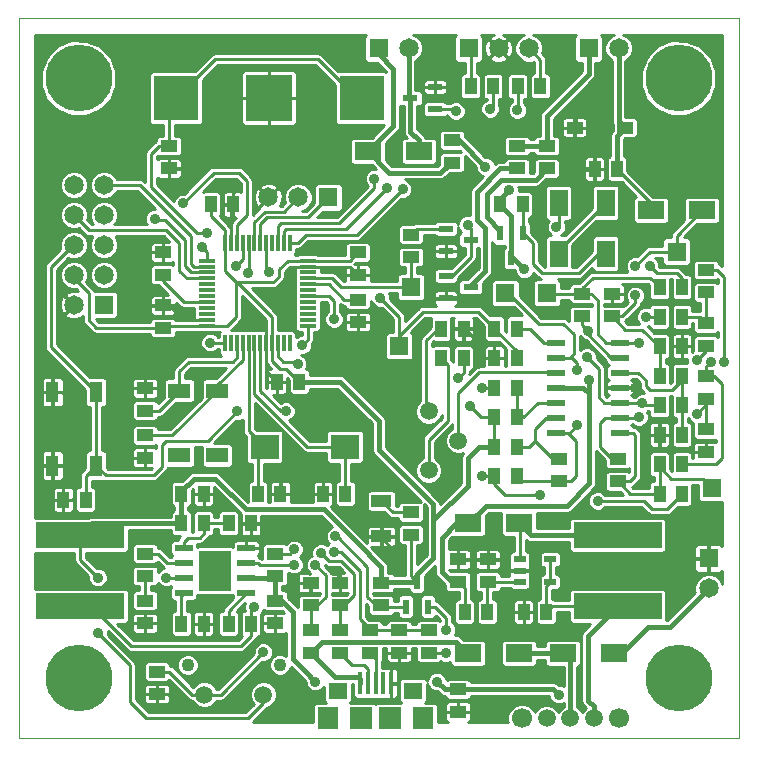
<source format=gtl>
%FSLAX34Y34*%
G04 Gerber Fmt 3.4, Leading zero omitted, Abs format*
G04 (created by PCBNEW (2013-12-26 BZR 4576)-product) date Tue 14 Jan 2014 08:15:22 PM EST*
%MOIN*%
G01*
G70*
G90*
G04 APERTURE LIST*
%ADD10C,0.005906*%
%ADD11C,0.003937*%
%ADD12R,0.156000X0.156000*%
%ADD13R,0.150000X0.150000*%
%ADD14R,0.057087X0.039370*%
%ADD15R,0.039370X0.057087*%
%ADD16R,0.055118X0.039370*%
%ADD17R,0.090551X0.061024*%
%ADD18R,0.068898X0.041339*%
%ADD19R,0.061024X0.090551*%
%ADD20R,0.015748X0.074803*%
%ADD21R,0.062992X0.055118*%
%ADD22R,0.070866X0.074803*%
%ADD23R,0.074803X0.074803*%
%ADD24R,0.295276X0.086614*%
%ADD25C,0.222441*%
%ADD26R,0.064961X0.064961*%
%ADD27C,0.064961*%
%ADD28R,0.051181X0.023622*%
%ADD29R,0.023622X0.051181*%
%ADD30C,0.059055*%
%ADD31R,0.043307X0.070866*%
%ADD32C,0.066929*%
%ADD33R,0.011811X0.057087*%
%ADD34R,0.057087X0.011811*%
%ADD35R,0.061024X0.023622*%
%ADD36R,0.106299X0.131890*%
%ADD37R,0.041339X0.023622*%
%ADD38R,0.096457X0.082677*%
%ADD39C,0.043307*%
%ADD40R,0.074803X0.051181*%
%ADD41C,0.035000*%
%ADD42C,0.010000*%
%ADD43C,0.015748*%
G04 APERTURE END LIST*
G54D10*
G54D11*
X32000Y-55000D02*
X32000Y-31000D01*
X56000Y-55000D02*
X32000Y-55000D01*
X56000Y-31000D02*
X56000Y-55000D01*
X32000Y-31000D02*
X56000Y-31000D01*
G54D12*
X40354Y-33661D03*
G54D13*
X43454Y-33661D03*
X37254Y-33661D03*
G54D14*
X36811Y-41318D03*
X36811Y-40570D03*
X44685Y-51397D03*
X44685Y-52145D03*
G54D15*
X38405Y-37204D03*
X39153Y-37204D03*
G54D14*
X42716Y-50570D03*
X42716Y-49822D03*
G54D15*
X41358Y-43110D03*
X40610Y-43110D03*
G54D14*
X43307Y-38799D03*
X43307Y-39547D03*
G54D15*
X34232Y-47047D03*
X33484Y-47047D03*
X39980Y-46850D03*
X40728Y-46850D03*
G54D14*
X37007Y-35255D03*
X37007Y-36003D03*
G54D15*
X42893Y-46850D03*
X42145Y-46850D03*
G54D14*
X46653Y-53366D03*
X46653Y-54114D03*
X40551Y-50413D03*
X40551Y-51161D03*
G54D15*
X37421Y-51181D03*
X38169Y-51181D03*
X38996Y-51181D03*
X39744Y-51181D03*
G54D14*
X36220Y-48838D03*
X36220Y-49586D03*
G54D15*
X37421Y-46850D03*
X38169Y-46850D03*
X49586Y-50787D03*
X48838Y-50787D03*
G54D14*
X46653Y-49783D03*
X46653Y-49035D03*
X36220Y-44074D03*
X36220Y-43326D03*
X36220Y-44901D03*
X36220Y-45649D03*
G54D16*
X52224Y-34645D03*
X50531Y-34645D03*
G54D15*
X51948Y-36023D03*
X51200Y-36023D03*
G54D14*
X51771Y-40925D03*
X51771Y-40177D03*
G54D15*
X53366Y-42913D03*
X54114Y-42913D03*
X53366Y-40944D03*
X54114Y-40944D03*
G54D14*
X54921Y-41161D03*
X54921Y-41909D03*
X54921Y-42933D03*
X54921Y-43681D03*
G54D15*
X54114Y-45866D03*
X53366Y-45866D03*
X47854Y-44291D03*
X48602Y-44291D03*
X47854Y-46259D03*
X48602Y-46259D03*
G54D17*
X51830Y-52165D03*
X50137Y-52165D03*
X46988Y-52165D03*
X48681Y-52165D03*
G54D18*
X44094Y-47086D03*
X44094Y-48267D03*
G54D17*
X45334Y-35433D03*
X43641Y-35433D03*
X48681Y-47834D03*
X46988Y-47834D03*
G54D19*
X51574Y-38838D03*
X51574Y-37145D03*
X50000Y-38838D03*
X50000Y-37145D03*
G54D17*
X53090Y-37401D03*
X54783Y-37401D03*
G54D20*
X43385Y-53169D03*
X43641Y-53169D03*
X43897Y-53169D03*
X44153Y-53169D03*
X44409Y-53169D03*
G54D21*
X42637Y-53405D03*
X45157Y-53405D03*
G54D22*
X42322Y-54330D03*
X45472Y-54330D03*
G54D23*
X43425Y-54330D03*
X44370Y-54330D03*
G54D24*
X34055Y-48228D03*
X34055Y-50590D03*
X51968Y-48228D03*
X51968Y-50590D03*
G54D25*
X54000Y-53000D03*
X54000Y-33000D03*
X34000Y-53000D03*
X34000Y-33000D03*
G54D26*
X34842Y-40551D03*
G54D27*
X33842Y-40551D03*
X34842Y-39551D03*
X33842Y-39551D03*
X34842Y-38551D03*
X33842Y-38551D03*
X34842Y-37551D03*
X33842Y-37551D03*
X34842Y-36551D03*
X33842Y-36551D03*
G54D26*
X55000Y-49000D03*
G54D27*
X55000Y-50000D03*
G54D26*
X42322Y-36968D03*
G54D27*
X41322Y-36968D03*
X40322Y-36968D03*
G54D26*
X47000Y-32000D03*
G54D27*
X48000Y-32000D03*
X49000Y-32000D03*
G54D26*
X44000Y-32000D03*
G54D27*
X45000Y-32000D03*
G54D26*
X51000Y-32000D03*
G54D27*
X52000Y-32000D03*
G54D28*
X46240Y-38011D03*
X46240Y-38759D03*
X47066Y-38385D03*
G54D29*
X48799Y-38169D03*
X48051Y-38169D03*
X48425Y-38996D03*
G54D28*
X46240Y-39586D03*
X46240Y-40334D03*
X47066Y-39960D03*
G54D14*
X43700Y-51397D03*
X43700Y-52145D03*
X42716Y-51397D03*
X42716Y-52145D03*
X44094Y-49822D03*
X44094Y-50570D03*
X45669Y-52145D03*
X45669Y-51397D03*
X36811Y-39547D03*
X36811Y-38799D03*
X36614Y-52775D03*
X36614Y-53523D03*
G54D15*
X47814Y-33267D03*
X47066Y-33267D03*
X48641Y-33267D03*
X49389Y-33267D03*
G54D14*
X43307Y-40374D03*
X43307Y-41122D03*
X45078Y-48208D03*
X45078Y-47460D03*
X40551Y-49586D03*
X40551Y-48838D03*
X36220Y-50413D03*
X36220Y-51161D03*
G54D15*
X37421Y-47834D03*
X38169Y-47834D03*
X38996Y-47834D03*
X39744Y-47834D03*
G54D14*
X46456Y-35059D03*
X46456Y-35807D03*
G54D15*
X46870Y-50787D03*
X47618Y-50787D03*
G54D14*
X47637Y-49783D03*
X47637Y-49035D03*
X41732Y-52145D03*
X41732Y-51397D03*
X41732Y-50570D03*
X41732Y-49822D03*
X45078Y-38208D03*
X45078Y-38956D03*
G54D15*
X48051Y-37204D03*
X48799Y-37204D03*
G54D14*
X49606Y-36003D03*
X49606Y-35255D03*
X48622Y-35255D03*
X48622Y-36003D03*
G54D15*
X53366Y-41929D03*
X54114Y-41929D03*
X53366Y-43897D03*
X54114Y-43897D03*
G54D14*
X54921Y-39389D03*
X54921Y-40137D03*
X50787Y-40925D03*
X50787Y-40177D03*
G54D15*
X53366Y-39960D03*
X54114Y-39960D03*
G54D14*
X54921Y-45452D03*
X54921Y-44704D03*
X51968Y-45688D03*
X51968Y-46437D03*
G54D15*
X53366Y-46850D03*
X54114Y-46850D03*
X47854Y-43307D03*
X48602Y-43307D03*
X48602Y-45275D03*
X47854Y-45275D03*
G54D14*
X50000Y-46437D03*
X50000Y-45688D03*
G54D15*
X46830Y-42322D03*
X46082Y-42322D03*
G54D30*
X45669Y-44094D03*
X46653Y-45078D03*
X45669Y-46062D03*
G54D15*
X46082Y-41338D03*
X46830Y-41338D03*
X48602Y-41338D03*
X47854Y-41338D03*
X48602Y-42322D03*
X47854Y-42322D03*
X54114Y-44881D03*
X53366Y-44881D03*
G54D31*
X33129Y-45905D03*
X33129Y-43464D03*
X34586Y-45905D03*
X34586Y-43464D03*
G54D30*
X49606Y-54330D03*
X50393Y-54330D03*
X51181Y-54330D03*
G54D32*
X52007Y-54330D03*
X48779Y-54330D03*
G54D26*
X45078Y-39960D03*
X53937Y-38779D03*
X49606Y-40157D03*
X55118Y-46653D03*
X48228Y-40157D03*
X44685Y-41929D03*
G54D29*
X44901Y-50610D03*
X45649Y-50610D03*
X45275Y-49783D03*
G54D33*
X38877Y-41830D03*
X39074Y-41830D03*
X39271Y-41830D03*
X39468Y-41830D03*
X39665Y-41830D03*
X39862Y-41830D03*
X40059Y-41830D03*
X40255Y-41830D03*
X40452Y-41830D03*
X40649Y-41830D03*
X40846Y-41830D03*
X41043Y-41830D03*
G54D34*
X41633Y-41240D03*
X41633Y-41043D03*
X41633Y-40846D03*
X41633Y-40649D03*
X41633Y-40452D03*
X41633Y-40255D03*
X41633Y-40059D03*
X41633Y-39862D03*
X41633Y-39665D03*
X41633Y-39468D03*
X41633Y-39271D03*
X41633Y-39074D03*
G54D33*
X41043Y-38484D03*
X40846Y-38484D03*
X40649Y-38484D03*
X40452Y-38484D03*
X40255Y-38484D03*
X40059Y-38484D03*
X39862Y-38484D03*
X39665Y-38484D03*
X39468Y-38484D03*
X39271Y-38484D03*
X39074Y-38484D03*
X38877Y-38484D03*
G54D34*
X38287Y-39074D03*
X38287Y-39271D03*
X38287Y-39468D03*
X38287Y-39665D03*
X38287Y-39862D03*
X38287Y-40059D03*
X38287Y-40255D03*
X38287Y-40452D03*
X38287Y-40649D03*
X38287Y-40846D03*
X38287Y-41043D03*
X38287Y-41240D03*
G54D35*
X39586Y-50159D03*
X39586Y-49659D03*
X39586Y-49159D03*
X39586Y-48659D03*
X37500Y-48659D03*
X37500Y-49159D03*
X37500Y-49659D03*
X37500Y-50159D03*
G54D36*
X38543Y-49409D03*
G54D28*
X45885Y-34035D03*
X45885Y-33287D03*
X45059Y-33661D03*
G54D37*
X48700Y-49035D03*
X48700Y-49409D03*
X48700Y-49783D03*
X49724Y-49783D03*
X49724Y-49035D03*
G54D35*
X49921Y-41807D03*
X49921Y-42307D03*
X49921Y-42807D03*
X49921Y-43307D03*
X49921Y-43807D03*
X49921Y-44307D03*
X49921Y-44807D03*
X52047Y-44807D03*
X52047Y-44307D03*
X52047Y-43807D03*
X52047Y-43307D03*
X52047Y-42807D03*
X52047Y-42307D03*
X52047Y-41807D03*
G54D38*
X40196Y-45275D03*
X42874Y-45275D03*
G54D30*
X40157Y-53543D03*
X38188Y-53543D03*
G54D39*
X40708Y-52559D03*
X37637Y-52559D03*
G54D40*
X37362Y-43405D03*
X37362Y-45570D03*
X38622Y-45570D03*
X38622Y-43405D03*
G54D41*
X52795Y-43818D03*
X55511Y-42440D03*
X34645Y-49645D03*
X34645Y-51496D03*
X50944Y-42283D03*
X46653Y-42992D03*
X47047Y-43937D03*
X47559Y-35944D03*
X48346Y-36732D03*
X48858Y-39370D03*
X51023Y-43070D03*
X46574Y-34094D03*
X43858Y-36338D03*
X38110Y-38622D03*
X36535Y-37677D03*
X37480Y-37165D03*
X48622Y-34055D03*
X44803Y-36692D03*
X47716Y-34015D03*
X44291Y-36653D03*
X44055Y-40314D03*
X40354Y-39448D03*
X41889Y-49212D03*
X41456Y-41889D03*
X42519Y-41023D03*
X42559Y-48267D03*
X39645Y-39488D03*
X42086Y-48818D03*
X42519Y-48779D03*
X39251Y-39251D03*
X38385Y-41811D03*
X38267Y-38149D03*
X50000Y-53543D03*
X45944Y-53110D03*
X41889Y-53110D03*
X41299Y-42519D03*
X40157Y-52125D03*
X39291Y-44094D03*
X40905Y-44094D03*
X47440Y-53937D03*
X40629Y-40196D03*
X40000Y-41023D03*
X42519Y-49409D03*
X41141Y-49960D03*
X44645Y-48858D03*
X40354Y-35039D03*
X50551Y-35984D03*
X50787Y-34015D03*
X47755Y-48425D03*
X44921Y-52716D03*
X36850Y-51102D03*
X37322Y-53858D03*
X32716Y-46850D03*
X35551Y-43346D03*
X35551Y-45629D03*
X38779Y-47086D03*
X40314Y-47874D03*
X40748Y-46181D03*
X47362Y-41811D03*
X46811Y-40433D03*
X43307Y-41732D03*
X41220Y-43740D03*
X43937Y-39527D03*
X36141Y-40551D03*
X39133Y-36535D03*
X52913Y-44881D03*
X52559Y-43307D03*
X39842Y-50629D03*
X41181Y-49212D03*
X52559Y-40236D03*
X52559Y-39251D03*
X52913Y-40944D03*
X50984Y-41417D03*
X54606Y-42401D03*
X52677Y-41811D03*
X55078Y-42440D03*
X53031Y-39251D03*
X54606Y-44173D03*
X52677Y-44291D03*
X51299Y-47086D03*
X49370Y-46889D03*
X47440Y-43307D03*
X47440Y-46259D03*
X50629Y-42716D03*
X50629Y-44566D03*
X49921Y-37952D03*
X46968Y-37874D03*
X46259Y-51377D03*
X46259Y-52165D03*
X41181Y-48700D03*
X36929Y-49645D03*
G54D42*
X41200Y-39074D02*
X40964Y-39074D01*
X39291Y-39803D02*
X40472Y-39803D01*
X41200Y-39074D02*
X41633Y-39074D01*
X40669Y-39606D02*
X40472Y-39803D01*
X40669Y-39370D02*
X40669Y-39606D01*
X40964Y-39074D02*
X40669Y-39370D01*
G54D43*
X44094Y-49822D02*
X44094Y-49291D01*
X44094Y-49291D02*
X43307Y-48503D01*
X41633Y-47362D02*
X42165Y-47362D01*
X37421Y-46751D02*
X37421Y-46850D01*
X39566Y-47362D02*
X41633Y-47362D01*
X38543Y-46338D02*
X39566Y-47362D01*
X37834Y-46338D02*
X38543Y-46338D01*
X37421Y-46751D02*
X37834Y-46338D01*
X42165Y-47362D02*
X43307Y-48503D01*
G54D42*
X40452Y-41830D02*
X40452Y-42421D01*
X40925Y-42677D02*
X41358Y-43110D01*
X40708Y-42677D02*
X40925Y-42677D01*
X40452Y-42421D02*
X40708Y-42677D01*
X41633Y-39074D02*
X43031Y-39074D01*
X43031Y-39074D02*
X43307Y-38799D01*
X40452Y-41830D02*
X40452Y-40964D01*
X39291Y-39803D02*
X39251Y-39803D01*
X40452Y-40964D02*
X39291Y-39803D01*
X38287Y-41240D02*
X38956Y-41240D01*
X38877Y-39429D02*
X38877Y-38484D01*
X39251Y-39803D02*
X38877Y-39429D01*
X39251Y-40944D02*
X39251Y-39803D01*
X38956Y-41240D02*
X39251Y-40944D01*
X52047Y-43807D02*
X52783Y-43807D01*
X52783Y-43807D02*
X52795Y-43818D01*
X53366Y-43897D02*
X52874Y-43897D01*
X52874Y-43897D02*
X52795Y-43818D01*
X55295Y-39389D02*
X54921Y-39389D01*
X55511Y-42440D02*
X55511Y-40000D01*
X55511Y-40000D02*
X55511Y-39606D01*
X55511Y-39606D02*
X55295Y-39389D01*
G54D43*
X45826Y-47716D02*
X45826Y-47204D01*
X42716Y-43110D02*
X41358Y-43110D01*
X44015Y-44409D02*
X42716Y-43110D01*
X44015Y-45393D02*
X44015Y-44409D01*
X45826Y-47204D02*
X44015Y-45393D01*
G54D42*
X33842Y-39551D02*
X33842Y-39669D01*
X34586Y-41318D02*
X36811Y-41318D01*
X34330Y-41062D02*
X34586Y-41318D01*
X34330Y-40157D02*
X34330Y-41062D01*
X33842Y-39669D02*
X34330Y-40157D01*
X38877Y-38484D02*
X38877Y-38051D01*
X38877Y-38051D02*
X38405Y-37578D01*
X38405Y-37578D02*
X38405Y-37204D01*
X38287Y-41240D02*
X36889Y-41240D01*
X36889Y-41240D02*
X36811Y-41318D01*
X45078Y-48208D02*
X45078Y-49586D01*
X45078Y-49586D02*
X45275Y-49783D01*
X40157Y-53543D02*
X40157Y-53818D01*
X34055Y-49055D02*
X34055Y-48228D01*
X34645Y-49645D02*
X34055Y-49055D01*
X35708Y-52559D02*
X34645Y-51496D01*
X35708Y-53779D02*
X35708Y-52559D01*
X36259Y-54330D02*
X35708Y-53779D01*
X39645Y-54330D02*
X36259Y-54330D01*
X40157Y-53818D02*
X39645Y-54330D01*
X51523Y-43807D02*
X52047Y-43807D01*
X51338Y-43622D02*
X51523Y-43807D01*
X51338Y-42677D02*
X51338Y-43622D01*
X50944Y-42283D02*
X51338Y-42677D01*
G54D43*
X45275Y-49783D02*
X45275Y-49527D01*
X45275Y-49527D02*
X45826Y-48976D01*
X45826Y-48976D02*
X45826Y-47716D01*
X47362Y-45275D02*
X47854Y-45275D01*
X45826Y-47716D02*
X46968Y-46574D01*
X46968Y-46574D02*
X46968Y-45669D01*
X46968Y-45669D02*
X47362Y-45275D01*
G54D42*
X47854Y-44291D02*
X47401Y-44291D01*
X46830Y-42814D02*
X46830Y-42322D01*
X46653Y-42992D02*
X46830Y-42814D01*
X47401Y-44291D02*
X47047Y-43937D01*
X47854Y-45275D02*
X47854Y-44291D01*
G54D43*
X37421Y-47834D02*
X37421Y-46850D01*
X37421Y-47834D02*
X34448Y-47834D01*
X34448Y-47834D02*
X34055Y-48228D01*
X45275Y-49783D02*
X44133Y-49783D01*
X44133Y-49783D02*
X44094Y-49822D01*
X48051Y-37204D02*
X48051Y-37027D01*
X46673Y-35059D02*
X46456Y-35059D01*
X47559Y-35944D02*
X46673Y-35059D01*
X48051Y-37027D02*
X48346Y-36732D01*
X48858Y-39370D02*
X48484Y-38996D01*
X48425Y-38996D02*
X48484Y-38996D01*
X51023Y-43070D02*
X51023Y-43503D01*
X49921Y-43307D02*
X50826Y-43307D01*
X50826Y-43307D02*
X51023Y-43503D01*
X51023Y-43503D02*
X51023Y-46496D01*
X46988Y-47834D02*
X47578Y-47244D01*
X50275Y-47244D02*
X47578Y-47244D01*
X51023Y-46496D02*
X50275Y-47244D01*
X46653Y-49783D02*
X46437Y-49783D01*
X46574Y-47834D02*
X46988Y-47834D01*
X46102Y-48307D02*
X46574Y-47834D01*
X46102Y-49448D02*
X46102Y-48307D01*
X46437Y-49783D02*
X46102Y-49448D01*
X48051Y-37204D02*
X48051Y-37224D01*
X48051Y-37224D02*
X48425Y-37598D01*
X48425Y-37598D02*
X48425Y-38996D01*
G54D42*
X46870Y-50787D02*
X46870Y-50000D01*
X46870Y-50000D02*
X46653Y-49783D01*
X40649Y-38484D02*
X40649Y-37916D01*
X46515Y-34035D02*
X45885Y-34035D01*
X46574Y-34094D02*
X46515Y-34035D01*
X43858Y-36653D02*
X43858Y-36338D01*
X42694Y-37817D02*
X43858Y-36653D01*
X40748Y-37817D02*
X42694Y-37817D01*
X40649Y-37916D02*
X40748Y-37817D01*
X38287Y-39665D02*
X37618Y-39665D01*
X34362Y-38070D02*
X33842Y-37551D01*
X36929Y-38070D02*
X34362Y-38070D01*
X37362Y-38503D02*
X36929Y-38070D01*
X37362Y-39409D02*
X37362Y-38503D01*
X37618Y-39665D02*
X37362Y-39409D01*
X38287Y-39074D02*
X38287Y-38799D01*
X38287Y-38799D02*
X38110Y-38622D01*
X38287Y-39271D02*
X37837Y-39271D01*
X36039Y-36551D02*
X34842Y-36551D01*
X37755Y-38267D02*
X36039Y-36551D01*
X37755Y-39190D02*
X37755Y-38267D01*
X37837Y-39271D02*
X37755Y-39190D01*
X36889Y-37716D02*
X36574Y-37716D01*
X37559Y-38385D02*
X36889Y-37716D01*
X37559Y-39268D02*
X37559Y-38385D01*
X37758Y-39468D02*
X37559Y-39268D01*
X38287Y-39468D02*
X37758Y-39468D01*
X36574Y-37716D02*
X36535Y-37677D01*
X37480Y-37165D02*
X38503Y-36141D01*
X39271Y-37893D02*
X39271Y-38484D01*
X39606Y-37559D02*
X39271Y-37893D01*
X39606Y-36417D02*
X39606Y-37559D01*
X39330Y-36141D02*
X39606Y-36417D01*
X38503Y-36141D02*
X39330Y-36141D01*
X41043Y-38484D02*
X41318Y-38484D01*
X48641Y-34035D02*
X48641Y-33267D01*
X48622Y-34055D02*
X48641Y-34035D01*
X43267Y-38228D02*
X44803Y-36692D01*
X41574Y-38228D02*
X43267Y-38228D01*
X41318Y-38484D02*
X41574Y-38228D01*
X40846Y-38484D02*
X40846Y-38096D01*
X47814Y-33917D02*
X47814Y-33267D01*
X47716Y-34015D02*
X47814Y-33917D01*
X42913Y-38031D02*
X44291Y-36653D01*
X40911Y-38031D02*
X42913Y-38031D01*
X40846Y-38096D02*
X40911Y-38031D01*
X40255Y-38484D02*
X40255Y-39350D01*
X44685Y-40944D02*
X44685Y-41929D01*
X44055Y-40314D02*
X44685Y-40944D01*
X40255Y-39350D02*
X40354Y-39448D01*
X47854Y-41338D02*
X47854Y-41318D01*
X44685Y-41574D02*
X44685Y-41929D01*
X45472Y-40787D02*
X44685Y-41574D01*
X47322Y-40787D02*
X45472Y-40787D01*
X47854Y-41318D02*
X47322Y-40787D01*
X48602Y-42322D02*
X48602Y-42086D01*
X48602Y-42086D02*
X47854Y-41338D01*
X41633Y-39665D02*
X42460Y-39665D01*
X42755Y-39960D02*
X45078Y-39960D01*
X42460Y-39665D02*
X42755Y-39960D01*
X45078Y-39960D02*
X45078Y-38956D01*
X39862Y-38484D02*
X39862Y-37775D01*
X40850Y-37440D02*
X41322Y-36968D01*
X40196Y-37440D02*
X40850Y-37440D01*
X39862Y-37775D02*
X40196Y-37440D01*
X40059Y-38484D02*
X40059Y-37854D01*
X41653Y-37637D02*
X42322Y-36968D01*
X40275Y-37637D02*
X41653Y-37637D01*
X40059Y-37854D02*
X40275Y-37637D01*
X42244Y-49566D02*
X41889Y-49212D01*
X41732Y-50570D02*
X41948Y-50570D01*
X41948Y-50570D02*
X42244Y-50275D01*
X42244Y-50275D02*
X42244Y-49566D01*
X41633Y-41712D02*
X41633Y-41240D01*
X41456Y-41889D02*
X41633Y-41712D01*
X41732Y-51397D02*
X41732Y-50570D01*
X44094Y-50570D02*
X43917Y-50570D01*
X42342Y-40255D02*
X41633Y-40255D01*
X42519Y-40433D02*
X42342Y-40255D01*
X42519Y-41023D02*
X42519Y-40433D01*
X42598Y-48267D02*
X42559Y-48267D01*
X43622Y-49291D02*
X42598Y-48267D01*
X43622Y-50275D02*
X43622Y-49291D01*
X43917Y-50570D02*
X43622Y-50275D01*
X44901Y-50610D02*
X44133Y-50610D01*
X44133Y-50610D02*
X44094Y-50570D01*
X42913Y-49251D02*
X42755Y-49094D01*
X39645Y-39488D02*
X39665Y-39468D01*
X39665Y-38484D02*
X39665Y-39468D01*
X42854Y-50570D02*
X42716Y-50570D01*
X43188Y-49527D02*
X42913Y-49251D01*
X43188Y-50236D02*
X43188Y-49527D01*
X42854Y-50570D02*
X43188Y-50236D01*
X42362Y-49094D02*
X42086Y-48818D01*
X42755Y-49094D02*
X42362Y-49094D01*
X42716Y-51397D02*
X42716Y-50570D01*
X39468Y-39035D02*
X39251Y-39251D01*
X43700Y-51338D02*
X43385Y-51023D01*
X43385Y-51023D02*
X43385Y-49409D01*
X43385Y-49409D02*
X42755Y-48779D01*
X42755Y-48779D02*
X42519Y-48779D01*
X43700Y-51397D02*
X43700Y-51338D01*
X39468Y-39035D02*
X39468Y-38484D01*
X45669Y-51397D02*
X44685Y-51397D01*
X44685Y-51397D02*
X43700Y-51397D01*
X38267Y-38149D02*
X37952Y-38149D01*
X38405Y-41830D02*
X38385Y-41811D01*
X38877Y-41830D02*
X38405Y-41830D01*
X36673Y-35255D02*
X37007Y-35255D01*
X36417Y-35511D02*
X36673Y-35255D01*
X36417Y-36614D02*
X36417Y-35511D01*
X37952Y-38149D02*
X36417Y-36614D01*
X43454Y-33661D02*
X43267Y-33661D01*
X38553Y-32362D02*
X37254Y-33661D01*
X41968Y-32362D02*
X38553Y-32362D01*
X43267Y-33661D02*
X41968Y-32362D01*
X37007Y-35255D02*
X37007Y-33907D01*
X37007Y-33907D02*
X37254Y-33661D01*
G54D43*
X50000Y-53543D02*
X49822Y-53366D01*
X49822Y-53366D02*
X46653Y-53366D01*
G54D42*
X46653Y-53366D02*
X46653Y-53346D01*
X46653Y-53346D02*
X46653Y-53366D01*
G54D43*
X51181Y-54330D02*
X51181Y-53937D01*
X51181Y-53937D02*
X50984Y-53740D01*
X50984Y-53740D02*
X50984Y-51574D01*
X50984Y-51574D02*
X51968Y-50590D01*
X41535Y-52755D02*
X41889Y-53110D01*
X41535Y-52755D02*
X41141Y-52362D01*
X41141Y-52362D02*
X41141Y-51968D01*
X40551Y-50413D02*
X40767Y-50413D01*
X41141Y-50787D02*
X40767Y-50413D01*
X41141Y-51968D02*
X41141Y-50787D01*
X46200Y-53366D02*
X46653Y-53366D01*
X45944Y-53110D02*
X46200Y-53366D01*
X39586Y-49659D02*
X40478Y-49659D01*
X40478Y-49659D02*
X40551Y-49586D01*
X40551Y-50413D02*
X40551Y-49586D01*
G54D42*
X49724Y-49035D02*
X49724Y-49783D01*
X51968Y-50590D02*
X49783Y-50590D01*
X49783Y-50590D02*
X49586Y-50787D01*
X49586Y-50787D02*
X49586Y-49921D01*
X49586Y-49921D02*
X49724Y-49783D01*
X46653Y-53366D02*
X46653Y-53346D01*
G54D43*
X41732Y-52145D02*
X41751Y-52145D01*
X41751Y-52145D02*
X42125Y-51771D01*
X42125Y-51771D02*
X46594Y-51771D01*
X46594Y-51771D02*
X46988Y-52165D01*
X43385Y-53169D02*
X43385Y-53031D01*
X43385Y-53031D02*
X43307Y-52952D01*
X43307Y-52952D02*
X42539Y-52952D01*
X42539Y-52952D02*
X41732Y-52145D01*
G54D42*
X38188Y-53543D02*
X38740Y-53543D01*
X40649Y-42263D02*
X40649Y-41830D01*
X40826Y-42440D02*
X40649Y-42263D01*
X41220Y-42440D02*
X40826Y-42440D01*
X41299Y-42519D02*
X41220Y-42440D01*
X38740Y-53543D02*
X40157Y-52125D01*
X38188Y-53543D02*
X37795Y-53543D01*
X37027Y-52775D02*
X36614Y-52775D01*
X37795Y-53543D02*
X37027Y-52775D01*
X40059Y-41830D02*
X40059Y-43405D01*
X34901Y-46220D02*
X34586Y-45905D01*
X36496Y-46220D02*
X34901Y-46220D01*
X36771Y-45944D02*
X36496Y-46220D01*
X36771Y-45236D02*
X36771Y-45944D01*
X36926Y-45081D02*
X36771Y-45236D01*
X38304Y-45081D02*
X36926Y-45081D01*
X39291Y-44094D02*
X38304Y-45081D01*
X40748Y-44094D02*
X40905Y-44094D01*
X40059Y-43405D02*
X40748Y-44094D01*
X33842Y-38551D02*
X33811Y-38551D01*
X33070Y-41948D02*
X34586Y-43464D01*
X33070Y-39291D02*
X33070Y-41948D01*
X33811Y-38551D02*
X33070Y-39291D01*
X34586Y-45905D02*
X34586Y-43464D01*
X34232Y-47047D02*
X34232Y-46259D01*
X34232Y-46259D02*
X34586Y-45905D01*
X46653Y-54114D02*
X47263Y-54114D01*
X47263Y-54114D02*
X47440Y-53937D01*
X40629Y-40196D02*
X40905Y-39921D01*
X41122Y-39271D02*
X40905Y-39488D01*
X40905Y-39488D02*
X40905Y-39921D01*
X41122Y-39271D02*
X41633Y-39271D01*
X40255Y-41830D02*
X40255Y-41279D01*
X40255Y-41279D02*
X40000Y-41023D01*
X42716Y-49822D02*
X42716Y-49606D01*
X42716Y-49606D02*
X42519Y-49409D01*
X41732Y-49822D02*
X41279Y-49822D01*
X41279Y-49822D02*
X41141Y-49960D01*
X44094Y-48267D02*
X44094Y-48307D01*
X44094Y-48307D02*
X44645Y-48858D01*
X40354Y-33661D02*
X40354Y-35039D01*
G54D43*
X51200Y-36023D02*
X50590Y-36023D01*
X50590Y-36023D02*
X50551Y-35984D01*
X50531Y-34645D02*
X50531Y-34271D01*
X50531Y-34271D02*
X50787Y-34015D01*
G54D42*
X47637Y-49035D02*
X47637Y-48543D01*
X47637Y-48543D02*
X47755Y-48425D01*
X44685Y-52145D02*
X44685Y-52480D01*
X44685Y-52480D02*
X44921Y-52716D01*
X36220Y-51161D02*
X36791Y-51161D01*
X36791Y-51161D02*
X36850Y-51102D01*
X36614Y-53523D02*
X36988Y-53523D01*
X36988Y-53523D02*
X37322Y-53858D01*
X33484Y-47047D02*
X32913Y-47047D01*
X32913Y-47047D02*
X32716Y-46850D01*
X36220Y-43326D02*
X35570Y-43326D01*
X35570Y-43326D02*
X35551Y-43346D01*
X36220Y-45649D02*
X35570Y-45649D01*
X35570Y-45649D02*
X35551Y-45629D01*
X38169Y-46850D02*
X38543Y-46850D01*
X38543Y-46850D02*
X38779Y-47086D01*
X39744Y-47834D02*
X40275Y-47834D01*
X40275Y-47834D02*
X40314Y-47874D01*
X40728Y-46850D02*
X40728Y-46200D01*
X40728Y-46200D02*
X40748Y-46181D01*
X46830Y-41338D02*
X46889Y-41338D01*
X46889Y-41338D02*
X47362Y-41811D01*
G54D43*
X46240Y-40334D02*
X46712Y-40334D01*
X46712Y-40334D02*
X46811Y-40433D01*
G54D42*
X43307Y-41122D02*
X43307Y-41732D01*
X40610Y-43110D02*
X40610Y-43523D01*
X40826Y-43740D02*
X41220Y-43740D01*
X40610Y-43523D02*
X40826Y-43740D01*
X43307Y-39547D02*
X43917Y-39547D01*
X43917Y-39547D02*
X43937Y-39527D01*
X36811Y-40570D02*
X36161Y-40570D01*
X36161Y-40570D02*
X36141Y-40551D01*
X38287Y-41043D02*
X37500Y-41043D01*
X37027Y-40570D02*
X36811Y-40570D01*
X37500Y-41043D02*
X37027Y-40570D01*
X40255Y-41830D02*
X40255Y-42755D01*
X40255Y-42755D02*
X40610Y-43110D01*
X41633Y-39271D02*
X43031Y-39271D01*
X43031Y-39271D02*
X43307Y-39547D01*
X39074Y-38484D02*
X39074Y-37283D01*
X39074Y-37283D02*
X39153Y-37204D01*
X39153Y-37204D02*
X39153Y-36555D01*
X39153Y-36555D02*
X39133Y-36535D01*
X53366Y-44881D02*
X52913Y-44881D01*
X52047Y-43307D02*
X52559Y-43307D01*
X39980Y-46850D02*
X39980Y-45492D01*
X39980Y-45492D02*
X40196Y-45275D01*
X39665Y-41830D02*
X39665Y-44744D01*
X39665Y-44744D02*
X40196Y-45275D01*
X42893Y-46850D02*
X42893Y-45295D01*
X42893Y-45295D02*
X42874Y-45275D01*
X39862Y-41830D02*
X39862Y-43523D01*
X41614Y-45275D02*
X42874Y-45275D01*
X39862Y-43523D02*
X41614Y-45275D01*
X37421Y-51181D02*
X37421Y-50238D01*
X37421Y-50238D02*
X37500Y-50159D01*
X38996Y-51181D02*
X38996Y-50750D01*
X38996Y-50750D02*
X39586Y-50159D01*
X39744Y-51181D02*
X39744Y-51594D01*
X34409Y-50590D02*
X34055Y-50590D01*
X35748Y-51929D02*
X34409Y-50590D01*
X39409Y-51929D02*
X35748Y-51929D01*
X39744Y-51594D02*
X39409Y-51929D01*
X39586Y-49159D02*
X39986Y-49159D01*
X39744Y-50728D02*
X39842Y-50629D01*
X39744Y-50728D02*
X39744Y-51181D01*
X40039Y-49212D02*
X41181Y-49212D01*
X39986Y-49159D02*
X40039Y-49212D01*
X37500Y-49159D02*
X36954Y-49159D01*
X36633Y-48838D02*
X36220Y-48838D01*
X36954Y-49159D02*
X36633Y-48838D01*
X36220Y-49586D02*
X36220Y-50413D01*
X39271Y-41830D02*
X39271Y-42303D01*
X37362Y-42755D02*
X37362Y-43405D01*
X37677Y-42440D02*
X37362Y-42755D01*
X39133Y-42440D02*
X37677Y-42440D01*
X39271Y-42303D02*
X39133Y-42440D01*
X36220Y-44074D02*
X36692Y-44074D01*
X36692Y-44074D02*
X37362Y-43405D01*
X39468Y-41830D02*
X39468Y-42381D01*
X38622Y-43228D02*
X38622Y-43405D01*
X39468Y-42381D02*
X38622Y-43228D01*
X36220Y-44901D02*
X37125Y-44901D01*
X37125Y-44901D02*
X38622Y-43405D01*
G54D43*
X52000Y-32000D02*
X52000Y-34421D01*
X52000Y-34421D02*
X52224Y-34645D01*
X51948Y-36023D02*
X51948Y-34921D01*
X51948Y-34921D02*
X52224Y-34645D01*
G54D42*
X53090Y-37401D02*
X53090Y-37165D01*
X53090Y-37165D02*
X51948Y-36023D01*
X53937Y-38779D02*
X53031Y-38779D01*
X52106Y-40925D02*
X51771Y-40925D01*
X52559Y-40472D02*
X52106Y-40925D01*
X52559Y-40236D02*
X52559Y-40472D01*
X53031Y-38779D02*
X52559Y-39251D01*
X53366Y-42913D02*
X53366Y-41929D01*
X53366Y-41929D02*
X53346Y-41929D01*
X53346Y-41929D02*
X52795Y-41377D01*
X52795Y-41377D02*
X52224Y-41377D01*
X52224Y-41377D02*
X51771Y-40925D01*
X53937Y-38779D02*
X53937Y-38248D01*
X53937Y-38248D02*
X54783Y-37401D01*
X54114Y-42913D02*
X54114Y-43051D01*
X52649Y-42807D02*
X52047Y-42807D01*
X52913Y-43070D02*
X52649Y-42807D01*
X52913Y-43267D02*
X52913Y-43070D01*
X53031Y-43385D02*
X52913Y-43267D01*
X53779Y-43385D02*
X53031Y-43385D01*
X54114Y-43051D02*
X53779Y-43385D01*
X54114Y-43897D02*
X54114Y-42913D01*
X54114Y-44881D02*
X54114Y-43897D01*
X52047Y-42307D02*
X51755Y-42307D01*
X50984Y-41535D02*
X50984Y-41417D01*
X51755Y-42307D02*
X50984Y-41535D01*
X50787Y-40925D02*
X50787Y-41220D01*
X52913Y-40944D02*
X53366Y-40944D01*
X50787Y-41220D02*
X50984Y-41417D01*
X54114Y-40944D02*
X54704Y-40944D01*
X54704Y-40944D02*
X54921Y-41161D01*
X54921Y-41161D02*
X54921Y-40137D01*
X54921Y-41909D02*
X54921Y-42086D01*
X54921Y-42086D02*
X54606Y-42401D01*
X52673Y-41807D02*
X52047Y-41807D01*
X52677Y-41811D02*
X52673Y-41807D01*
X50787Y-40177D02*
X50787Y-40000D01*
X53051Y-39645D02*
X53366Y-39960D01*
X51141Y-39645D02*
X53051Y-39645D01*
X50787Y-40000D02*
X51141Y-39645D01*
X50787Y-40177D02*
X49625Y-40177D01*
X49625Y-40177D02*
X49606Y-40157D01*
X52047Y-41807D02*
X51570Y-41807D01*
X51082Y-40177D02*
X50787Y-40177D01*
X51299Y-40393D02*
X51082Y-40177D01*
X51299Y-41535D02*
X51299Y-40393D01*
X51570Y-41807D02*
X51299Y-41535D01*
X54921Y-42933D02*
X54921Y-42598D01*
X54921Y-42598D02*
X55078Y-42440D01*
X54921Y-42933D02*
X54921Y-42913D01*
X54114Y-39665D02*
X54114Y-39960D01*
X53031Y-39251D02*
X53267Y-39488D01*
X53267Y-39488D02*
X53937Y-39488D01*
X53937Y-39488D02*
X54114Y-39665D01*
X54114Y-45866D02*
X55236Y-45866D01*
X55177Y-42933D02*
X54921Y-42933D01*
X55433Y-43188D02*
X55177Y-42933D01*
X55433Y-45669D02*
X55433Y-43188D01*
X55236Y-45866D02*
X55433Y-45669D01*
X52047Y-44307D02*
X52661Y-44307D01*
X54921Y-43858D02*
X54921Y-43681D01*
X54606Y-44173D02*
X54921Y-43858D01*
X52661Y-44307D02*
X52677Y-44291D01*
X54921Y-44704D02*
X54921Y-43681D01*
X51968Y-45688D02*
X51791Y-45688D01*
X51559Y-44307D02*
X52047Y-44307D01*
X51377Y-44488D02*
X51559Y-44307D01*
X51377Y-45275D02*
X51377Y-44488D01*
X51791Y-45688D02*
X51377Y-45275D01*
X53366Y-45866D02*
X53366Y-45964D01*
X54803Y-46338D02*
X55118Y-46653D01*
X53740Y-46338D02*
X54803Y-46338D01*
X53366Y-45964D02*
X53740Y-46338D01*
X53366Y-46850D02*
X53366Y-45866D01*
X51968Y-46437D02*
X52381Y-46437D01*
X52484Y-44807D02*
X52047Y-44807D01*
X52559Y-44881D02*
X52484Y-44807D01*
X52559Y-46259D02*
X52559Y-44881D01*
X52381Y-46437D02*
X52559Y-46259D01*
X53366Y-46850D02*
X52381Y-46850D01*
X52381Y-46850D02*
X51968Y-46437D01*
X48602Y-43307D02*
X48602Y-44291D01*
X49921Y-43807D02*
X49303Y-43807D01*
X48818Y-44291D02*
X48602Y-44291D01*
X49303Y-43807D02*
X48818Y-44291D01*
X53622Y-47362D02*
X53110Y-47362D01*
X53622Y-47362D02*
X54114Y-46870D01*
X54114Y-46850D02*
X54114Y-46870D01*
X52834Y-47086D02*
X51299Y-47086D01*
X53110Y-47362D02*
X52834Y-47086D01*
X47854Y-46259D02*
X47854Y-46515D01*
X48228Y-46889D02*
X49370Y-46889D01*
X47854Y-46515D02*
X48228Y-46889D01*
X47854Y-46259D02*
X47440Y-46259D01*
X47440Y-43307D02*
X47854Y-43307D01*
X49921Y-44807D02*
X50389Y-44807D01*
X50456Y-42307D02*
X50370Y-42307D01*
X50629Y-42480D02*
X50456Y-42307D01*
X50629Y-42716D02*
X50629Y-42480D01*
X50389Y-44807D02*
X50629Y-44566D01*
X49921Y-42307D02*
X50370Y-42307D01*
X48307Y-40157D02*
X48228Y-40157D01*
X50370Y-42307D02*
X50511Y-42165D01*
X50511Y-42165D02*
X50511Y-41535D01*
X50511Y-41535D02*
X50157Y-41181D01*
X50157Y-41181D02*
X49330Y-41181D01*
X49330Y-41181D02*
X48307Y-40157D01*
X50000Y-46437D02*
X50413Y-46437D01*
X50318Y-44807D02*
X49921Y-44807D01*
X50590Y-45078D02*
X50318Y-44807D01*
X50590Y-46259D02*
X50590Y-45078D01*
X50413Y-46437D02*
X50590Y-46259D01*
X50000Y-46437D02*
X48779Y-46437D01*
X48779Y-46437D02*
X48602Y-46259D01*
G54D43*
X51830Y-52165D02*
X52125Y-52165D01*
X52125Y-52165D02*
X52992Y-51299D01*
X52992Y-51299D02*
X53700Y-51299D01*
X53700Y-51299D02*
X55000Y-50000D01*
X50393Y-54330D02*
X50393Y-52421D01*
X50393Y-52421D02*
X50137Y-52165D01*
G54D42*
X50137Y-52165D02*
X50196Y-52165D01*
X50196Y-52165D02*
X50137Y-52165D01*
G54D43*
X48681Y-52165D02*
X50137Y-52165D01*
G54D42*
X45078Y-47460D02*
X44468Y-47460D01*
X44468Y-47460D02*
X44094Y-47086D01*
G54D43*
X45000Y-32000D02*
X45000Y-33602D01*
X45000Y-33602D02*
X45059Y-33661D01*
X45334Y-35433D02*
X45334Y-35059D01*
X45334Y-35059D02*
X45059Y-34783D01*
X45059Y-34783D02*
X45059Y-33661D01*
X46456Y-35807D02*
X46397Y-35807D01*
X46397Y-35807D02*
X46062Y-36141D01*
X46062Y-36141D02*
X44350Y-36141D01*
X44350Y-36141D02*
X43641Y-35433D01*
X44000Y-32000D02*
X44000Y-32188D01*
X44000Y-32188D02*
X44488Y-32677D01*
X44488Y-32677D02*
X44488Y-34586D01*
X44488Y-34586D02*
X43641Y-35433D01*
X51968Y-48228D02*
X49074Y-48228D01*
X49074Y-48228D02*
X48681Y-47834D01*
G54D42*
X48700Y-49035D02*
X48700Y-47854D01*
X48700Y-47854D02*
X48681Y-47834D01*
X51574Y-38838D02*
X51318Y-38838D01*
X49133Y-38503D02*
X48799Y-38169D01*
X49133Y-39173D02*
X49133Y-38503D01*
X49448Y-39488D02*
X49133Y-39173D01*
X50669Y-39488D02*
X49448Y-39488D01*
X51318Y-38838D02*
X50669Y-39488D01*
X48799Y-38169D02*
X48799Y-37204D01*
X50000Y-38838D02*
X50000Y-38720D01*
X50000Y-38720D02*
X51574Y-37145D01*
X47066Y-38385D02*
X47066Y-37972D01*
X50000Y-37874D02*
X50000Y-37145D01*
X49921Y-37952D02*
X50000Y-37874D01*
X47066Y-37972D02*
X46968Y-37874D01*
X46240Y-39586D02*
X46437Y-39586D01*
X47066Y-38956D02*
X47066Y-38385D01*
X46437Y-39586D02*
X47066Y-38956D01*
X43641Y-53169D02*
X43641Y-52696D01*
X43129Y-52559D02*
X42716Y-52145D01*
X43503Y-52559D02*
X43129Y-52559D01*
X43641Y-52696D02*
X43503Y-52559D01*
X43897Y-53169D02*
X43897Y-52342D01*
X43897Y-52342D02*
X43700Y-52145D01*
X47066Y-33267D02*
X47066Y-32066D01*
X47066Y-32066D02*
X47000Y-32000D01*
X49389Y-33267D02*
X49389Y-32389D01*
X49389Y-32389D02*
X49000Y-32000D01*
G54D43*
X49606Y-35255D02*
X48622Y-35255D01*
X51000Y-32000D02*
X51000Y-32858D01*
X51000Y-32858D02*
X49606Y-34251D01*
X49606Y-34251D02*
X49606Y-35255D01*
G54D42*
X46240Y-38011D02*
X45275Y-38011D01*
X45275Y-38011D02*
X45078Y-38208D01*
G54D43*
X47598Y-36889D02*
X47598Y-36850D01*
X48051Y-38090D02*
X47598Y-37637D01*
X47598Y-37637D02*
X47598Y-36889D01*
X48051Y-38169D02*
X48051Y-38090D01*
X49232Y-36377D02*
X49606Y-36003D01*
X48070Y-36377D02*
X49232Y-36377D01*
X47598Y-36850D02*
X48070Y-36377D01*
X47559Y-37992D02*
X47283Y-37716D01*
X48622Y-36003D02*
X48129Y-36003D01*
X47559Y-39409D02*
X47559Y-37992D01*
X47066Y-39901D02*
X47559Y-39409D01*
X47066Y-39901D02*
X47066Y-39960D01*
X48051Y-36003D02*
X48129Y-36003D01*
X47283Y-36771D02*
X48051Y-36003D01*
X47283Y-37716D02*
X47283Y-36771D01*
G54D42*
X45669Y-52145D02*
X46240Y-52145D01*
X45885Y-50610D02*
X45649Y-50610D01*
X46259Y-50984D02*
X45885Y-50610D01*
X46259Y-51377D02*
X46259Y-50984D01*
X46240Y-52145D02*
X46259Y-52165D01*
X38287Y-40452D02*
X37500Y-40452D01*
X36811Y-39763D02*
X36811Y-39547D01*
X37500Y-40452D02*
X36811Y-39763D01*
X41633Y-39862D02*
X42342Y-39862D01*
X42854Y-40374D02*
X43307Y-40374D01*
X42342Y-39862D02*
X42854Y-40374D01*
X37500Y-49659D02*
X36942Y-49659D01*
X41043Y-48838D02*
X40551Y-48838D01*
X41181Y-48700D02*
X41043Y-48838D01*
X36942Y-49659D02*
X36929Y-49645D01*
X37500Y-48659D02*
X37500Y-48444D01*
X38169Y-48169D02*
X38169Y-47834D01*
X38031Y-48307D02*
X38169Y-48169D01*
X37637Y-48307D02*
X38031Y-48307D01*
X37500Y-48444D02*
X37637Y-48307D01*
X38169Y-47834D02*
X38996Y-47834D01*
X48700Y-49783D02*
X47637Y-49783D01*
X47618Y-50787D02*
X47618Y-49803D01*
X47618Y-49803D02*
X47637Y-49783D01*
X50000Y-45688D02*
X49822Y-45688D01*
X49822Y-45688D02*
X49212Y-45078D01*
X49921Y-44307D02*
X49590Y-44307D01*
X49015Y-45275D02*
X48602Y-45275D01*
X49212Y-45078D02*
X49015Y-45275D01*
X49212Y-44685D02*
X49212Y-45078D01*
X49590Y-44307D02*
X49212Y-44685D01*
X45669Y-46062D02*
X45669Y-45039D01*
X46299Y-42539D02*
X46082Y-42322D01*
X46299Y-44409D02*
X46299Y-42539D01*
X45669Y-45039D02*
X46299Y-44409D01*
X46082Y-41338D02*
X45984Y-41338D01*
X45590Y-44015D02*
X45669Y-44094D01*
X45590Y-41732D02*
X45590Y-44015D01*
X45984Y-41338D02*
X45590Y-41732D01*
X46653Y-45078D02*
X46653Y-43503D01*
X49909Y-42795D02*
X49921Y-42807D01*
X47362Y-42795D02*
X49909Y-42795D01*
X46653Y-43503D02*
X47362Y-42795D01*
X49921Y-41807D02*
X49523Y-41807D01*
X49055Y-41338D02*
X48602Y-41338D01*
X49523Y-41807D02*
X49055Y-41338D01*
G54D10*
G36*
X39406Y-36780D02*
X39380Y-36769D01*
X39196Y-36769D01*
X39158Y-36806D01*
X39158Y-37199D01*
X39166Y-37199D01*
X39166Y-37209D01*
X39158Y-37209D01*
X39158Y-37602D01*
X39196Y-37640D01*
X39242Y-37640D01*
X39148Y-37733D01*
X39148Y-37602D01*
X39148Y-37209D01*
X39148Y-37199D01*
X39148Y-36806D01*
X39111Y-36769D01*
X38926Y-36769D01*
X38871Y-36792D01*
X38829Y-36834D01*
X38806Y-36889D01*
X38806Y-36949D01*
X38806Y-37162D01*
X38844Y-37199D01*
X39148Y-37199D01*
X39148Y-37209D01*
X38844Y-37209D01*
X38806Y-37247D01*
X38806Y-37460D01*
X38806Y-37519D01*
X38829Y-37575D01*
X38871Y-37617D01*
X38926Y-37640D01*
X39111Y-37640D01*
X39148Y-37602D01*
X39148Y-37733D01*
X39130Y-37752D01*
X39086Y-37817D01*
X39071Y-37893D01*
X39071Y-38019D01*
X39065Y-37987D01*
X39062Y-37974D01*
X39062Y-37974D01*
X39019Y-37909D01*
X38707Y-37597D01*
X38729Y-37575D01*
X38752Y-37519D01*
X38752Y-37460D01*
X38752Y-36889D01*
X38729Y-36834D01*
X38687Y-36792D01*
X38632Y-36769D01*
X38572Y-36769D01*
X38178Y-36769D01*
X38145Y-36783D01*
X38586Y-36341D01*
X39247Y-36341D01*
X39406Y-36500D01*
X39406Y-36780D01*
X39406Y-36780D01*
G37*
G54D42*
X39406Y-36780D02*
X39380Y-36769D01*
X39196Y-36769D01*
X39158Y-36806D01*
X39158Y-37199D01*
X39166Y-37199D01*
X39166Y-37209D01*
X39158Y-37209D01*
X39158Y-37602D01*
X39196Y-37640D01*
X39242Y-37640D01*
X39148Y-37733D01*
X39148Y-37602D01*
X39148Y-37209D01*
X39148Y-37199D01*
X39148Y-36806D01*
X39111Y-36769D01*
X38926Y-36769D01*
X38871Y-36792D01*
X38829Y-36834D01*
X38806Y-36889D01*
X38806Y-36949D01*
X38806Y-37162D01*
X38844Y-37199D01*
X39148Y-37199D01*
X39148Y-37209D01*
X38844Y-37209D01*
X38806Y-37247D01*
X38806Y-37460D01*
X38806Y-37519D01*
X38829Y-37575D01*
X38871Y-37617D01*
X38926Y-37640D01*
X39111Y-37640D01*
X39148Y-37602D01*
X39148Y-37733D01*
X39130Y-37752D01*
X39086Y-37817D01*
X39071Y-37893D01*
X39071Y-38019D01*
X39065Y-37987D01*
X39062Y-37974D01*
X39062Y-37974D01*
X39019Y-37909D01*
X38707Y-37597D01*
X38729Y-37575D01*
X38752Y-37519D01*
X38752Y-37460D01*
X38752Y-36889D01*
X38729Y-36834D01*
X38687Y-36792D01*
X38632Y-36769D01*
X38572Y-36769D01*
X38178Y-36769D01*
X38145Y-36783D01*
X38586Y-36341D01*
X39247Y-36341D01*
X39406Y-36500D01*
X39406Y-36780D01*
G54D10*
G36*
X39555Y-50473D02*
X39517Y-50564D01*
X39517Y-50694D01*
X39538Y-50745D01*
X39517Y-50745D01*
X39462Y-50768D01*
X39420Y-50810D01*
X39397Y-50865D01*
X39397Y-50925D01*
X39397Y-51496D01*
X39420Y-51551D01*
X39462Y-51593D01*
X39326Y-51729D01*
X38516Y-51729D01*
X38516Y-51496D01*
X38516Y-51436D01*
X38516Y-51223D01*
X38516Y-51138D01*
X38516Y-50925D01*
X38516Y-50865D01*
X38493Y-50810D01*
X38451Y-50768D01*
X38395Y-50745D01*
X38211Y-50745D01*
X38174Y-50783D01*
X38174Y-51176D01*
X38478Y-51176D01*
X38516Y-51138D01*
X38516Y-51223D01*
X38478Y-51186D01*
X38174Y-51186D01*
X38174Y-51579D01*
X38211Y-51616D01*
X38395Y-51616D01*
X38451Y-51593D01*
X38493Y-51551D01*
X38516Y-51496D01*
X38516Y-51729D01*
X38164Y-51729D01*
X38164Y-51579D01*
X38164Y-51186D01*
X38164Y-51176D01*
X38164Y-50783D01*
X38126Y-50745D01*
X37942Y-50745D01*
X37887Y-50768D01*
X37845Y-50810D01*
X37822Y-50865D01*
X37822Y-50925D01*
X37822Y-51138D01*
X37859Y-51176D01*
X38164Y-51176D01*
X38164Y-51186D01*
X37859Y-51186D01*
X37822Y-51223D01*
X37822Y-51436D01*
X37822Y-51496D01*
X37845Y-51551D01*
X37887Y-51593D01*
X37942Y-51616D01*
X38126Y-51616D01*
X38164Y-51579D01*
X38164Y-51729D01*
X36655Y-51729D01*
X36655Y-51388D01*
X36655Y-51203D01*
X36655Y-51118D01*
X36655Y-50934D01*
X36633Y-50879D01*
X36590Y-50837D01*
X36535Y-50814D01*
X36476Y-50814D01*
X36262Y-50814D01*
X36225Y-50852D01*
X36225Y-51156D01*
X36618Y-51156D01*
X36655Y-51118D01*
X36655Y-51203D01*
X36618Y-51166D01*
X36225Y-51166D01*
X36225Y-51470D01*
X36262Y-51508D01*
X36476Y-51508D01*
X36535Y-51508D01*
X36590Y-51485D01*
X36633Y-51443D01*
X36655Y-51388D01*
X36655Y-51729D01*
X36215Y-51729D01*
X36215Y-51470D01*
X36215Y-51166D01*
X36215Y-51156D01*
X36215Y-50852D01*
X36177Y-50814D01*
X35964Y-50814D01*
X35905Y-50814D01*
X35850Y-50837D01*
X35807Y-50879D01*
X35785Y-50934D01*
X35785Y-51118D01*
X35822Y-51156D01*
X36215Y-51156D01*
X36215Y-51166D01*
X35822Y-51166D01*
X35785Y-51203D01*
X35785Y-51388D01*
X35807Y-51443D01*
X35850Y-51485D01*
X35905Y-51508D01*
X35964Y-51508D01*
X36177Y-51508D01*
X36215Y-51470D01*
X36215Y-51729D01*
X35830Y-51729D01*
X35275Y-51173D01*
X35561Y-51173D01*
X35616Y-51150D01*
X35658Y-51108D01*
X35681Y-51053D01*
X35681Y-50993D01*
X35681Y-50127D01*
X35658Y-50072D01*
X35616Y-50030D01*
X35561Y-50007D01*
X35501Y-50007D01*
X32550Y-50007D01*
X32550Y-48811D01*
X32608Y-48811D01*
X33855Y-48811D01*
X33855Y-49055D01*
X33870Y-49131D01*
X33913Y-49196D01*
X34320Y-49603D01*
X34320Y-49710D01*
X34369Y-49829D01*
X34461Y-49921D01*
X34580Y-49970D01*
X34710Y-49970D01*
X34829Y-49921D01*
X34921Y-49830D01*
X34970Y-49710D01*
X34970Y-49581D01*
X34921Y-49461D01*
X34830Y-49370D01*
X34710Y-49320D01*
X34603Y-49320D01*
X34255Y-48972D01*
X34255Y-48811D01*
X35561Y-48811D01*
X35616Y-48788D01*
X35658Y-48746D01*
X35681Y-48691D01*
X35681Y-48631D01*
X35681Y-48063D01*
X37074Y-48063D01*
X37074Y-48149D01*
X37097Y-48205D01*
X37139Y-48247D01*
X37194Y-48270D01*
X37254Y-48270D01*
X37391Y-48270D01*
X37358Y-48303D01*
X37315Y-48368D01*
X37310Y-48391D01*
X37165Y-48391D01*
X37109Y-48414D01*
X37067Y-48456D01*
X37044Y-48511D01*
X37044Y-48571D01*
X37044Y-48807D01*
X37067Y-48862D01*
X37109Y-48904D01*
X37121Y-48909D01*
X37109Y-48914D01*
X37067Y-48956D01*
X37066Y-48959D01*
X37037Y-48959D01*
X36775Y-48697D01*
X36710Y-48653D01*
X36655Y-48642D01*
X36655Y-48611D01*
X36633Y-48556D01*
X36590Y-48514D01*
X36535Y-48491D01*
X36476Y-48491D01*
X35905Y-48491D01*
X35850Y-48514D01*
X35807Y-48556D01*
X35785Y-48611D01*
X35785Y-48671D01*
X35785Y-49065D01*
X35807Y-49120D01*
X35850Y-49162D01*
X35905Y-49185D01*
X35964Y-49185D01*
X36535Y-49185D01*
X36590Y-49162D01*
X36632Y-49120D01*
X36813Y-49300D01*
X36851Y-49326D01*
X36745Y-49369D01*
X36655Y-49459D01*
X36655Y-49359D01*
X36633Y-49304D01*
X36590Y-49262D01*
X36535Y-49239D01*
X36476Y-49239D01*
X35905Y-49239D01*
X35850Y-49262D01*
X35807Y-49304D01*
X35785Y-49359D01*
X35785Y-49419D01*
X35785Y-49813D01*
X35807Y-49868D01*
X35850Y-49910D01*
X35905Y-49933D01*
X35964Y-49933D01*
X36020Y-49933D01*
X36020Y-50066D01*
X35905Y-50066D01*
X35850Y-50089D01*
X35807Y-50131D01*
X35785Y-50186D01*
X35785Y-50246D01*
X35785Y-50640D01*
X35807Y-50695D01*
X35850Y-50737D01*
X35905Y-50760D01*
X35964Y-50760D01*
X36535Y-50760D01*
X36590Y-50737D01*
X36633Y-50695D01*
X36655Y-50640D01*
X36655Y-50580D01*
X36655Y-50186D01*
X36633Y-50131D01*
X36590Y-50089D01*
X36535Y-50066D01*
X36476Y-50066D01*
X36420Y-50066D01*
X36420Y-49933D01*
X36535Y-49933D01*
X36590Y-49910D01*
X36633Y-49868D01*
X36651Y-49824D01*
X36653Y-49829D01*
X36744Y-49921D01*
X36864Y-49970D01*
X36993Y-49970D01*
X37095Y-49928D01*
X37067Y-49956D01*
X37044Y-50011D01*
X37044Y-50071D01*
X37044Y-50307D01*
X37067Y-50362D01*
X37109Y-50404D01*
X37165Y-50427D01*
X37221Y-50427D01*
X37221Y-50745D01*
X37194Y-50745D01*
X37139Y-50768D01*
X37097Y-50810D01*
X37074Y-50865D01*
X37074Y-50925D01*
X37074Y-51496D01*
X37097Y-51551D01*
X37139Y-51593D01*
X37194Y-51616D01*
X37254Y-51616D01*
X37647Y-51616D01*
X37703Y-51593D01*
X37745Y-51551D01*
X37768Y-51496D01*
X37768Y-51436D01*
X37768Y-50865D01*
X37745Y-50810D01*
X37703Y-50768D01*
X37647Y-50745D01*
X37621Y-50745D01*
X37621Y-50427D01*
X37834Y-50427D01*
X37890Y-50404D01*
X37932Y-50362D01*
X37955Y-50307D01*
X37955Y-50247D01*
X37955Y-50207D01*
X37981Y-50218D01*
X38041Y-50218D01*
X39104Y-50218D01*
X39131Y-50207D01*
X39131Y-50307D01*
X39138Y-50324D01*
X38854Y-50608D01*
X38811Y-50673D01*
X38796Y-50745D01*
X38769Y-50745D01*
X38714Y-50768D01*
X38672Y-50810D01*
X38649Y-50865D01*
X38649Y-50925D01*
X38649Y-51496D01*
X38672Y-51551D01*
X38714Y-51593D01*
X38769Y-51616D01*
X38829Y-51616D01*
X39222Y-51616D01*
X39277Y-51593D01*
X39320Y-51551D01*
X39342Y-51496D01*
X39342Y-51436D01*
X39342Y-50865D01*
X39320Y-50810D01*
X39277Y-50768D01*
X39265Y-50763D01*
X39555Y-50473D01*
X39555Y-50473D01*
G37*
G54D42*
X39555Y-50473D02*
X39517Y-50564D01*
X39517Y-50694D01*
X39538Y-50745D01*
X39517Y-50745D01*
X39462Y-50768D01*
X39420Y-50810D01*
X39397Y-50865D01*
X39397Y-50925D01*
X39397Y-51496D01*
X39420Y-51551D01*
X39462Y-51593D01*
X39326Y-51729D01*
X38516Y-51729D01*
X38516Y-51496D01*
X38516Y-51436D01*
X38516Y-51223D01*
X38516Y-51138D01*
X38516Y-50925D01*
X38516Y-50865D01*
X38493Y-50810D01*
X38451Y-50768D01*
X38395Y-50745D01*
X38211Y-50745D01*
X38174Y-50783D01*
X38174Y-51176D01*
X38478Y-51176D01*
X38516Y-51138D01*
X38516Y-51223D01*
X38478Y-51186D01*
X38174Y-51186D01*
X38174Y-51579D01*
X38211Y-51616D01*
X38395Y-51616D01*
X38451Y-51593D01*
X38493Y-51551D01*
X38516Y-51496D01*
X38516Y-51729D01*
X38164Y-51729D01*
X38164Y-51579D01*
X38164Y-51186D01*
X38164Y-51176D01*
X38164Y-50783D01*
X38126Y-50745D01*
X37942Y-50745D01*
X37887Y-50768D01*
X37845Y-50810D01*
X37822Y-50865D01*
X37822Y-50925D01*
X37822Y-51138D01*
X37859Y-51176D01*
X38164Y-51176D01*
X38164Y-51186D01*
X37859Y-51186D01*
X37822Y-51223D01*
X37822Y-51436D01*
X37822Y-51496D01*
X37845Y-51551D01*
X37887Y-51593D01*
X37942Y-51616D01*
X38126Y-51616D01*
X38164Y-51579D01*
X38164Y-51729D01*
X36655Y-51729D01*
X36655Y-51388D01*
X36655Y-51203D01*
X36655Y-51118D01*
X36655Y-50934D01*
X36633Y-50879D01*
X36590Y-50837D01*
X36535Y-50814D01*
X36476Y-50814D01*
X36262Y-50814D01*
X36225Y-50852D01*
X36225Y-51156D01*
X36618Y-51156D01*
X36655Y-51118D01*
X36655Y-51203D01*
X36618Y-51166D01*
X36225Y-51166D01*
X36225Y-51470D01*
X36262Y-51508D01*
X36476Y-51508D01*
X36535Y-51508D01*
X36590Y-51485D01*
X36633Y-51443D01*
X36655Y-51388D01*
X36655Y-51729D01*
X36215Y-51729D01*
X36215Y-51470D01*
X36215Y-51166D01*
X36215Y-51156D01*
X36215Y-50852D01*
X36177Y-50814D01*
X35964Y-50814D01*
X35905Y-50814D01*
X35850Y-50837D01*
X35807Y-50879D01*
X35785Y-50934D01*
X35785Y-51118D01*
X35822Y-51156D01*
X36215Y-51156D01*
X36215Y-51166D01*
X35822Y-51166D01*
X35785Y-51203D01*
X35785Y-51388D01*
X35807Y-51443D01*
X35850Y-51485D01*
X35905Y-51508D01*
X35964Y-51508D01*
X36177Y-51508D01*
X36215Y-51470D01*
X36215Y-51729D01*
X35830Y-51729D01*
X35275Y-51173D01*
X35561Y-51173D01*
X35616Y-51150D01*
X35658Y-51108D01*
X35681Y-51053D01*
X35681Y-50993D01*
X35681Y-50127D01*
X35658Y-50072D01*
X35616Y-50030D01*
X35561Y-50007D01*
X35501Y-50007D01*
X32550Y-50007D01*
X32550Y-48811D01*
X32608Y-48811D01*
X33855Y-48811D01*
X33855Y-49055D01*
X33870Y-49131D01*
X33913Y-49196D01*
X34320Y-49603D01*
X34320Y-49710D01*
X34369Y-49829D01*
X34461Y-49921D01*
X34580Y-49970D01*
X34710Y-49970D01*
X34829Y-49921D01*
X34921Y-49830D01*
X34970Y-49710D01*
X34970Y-49581D01*
X34921Y-49461D01*
X34830Y-49370D01*
X34710Y-49320D01*
X34603Y-49320D01*
X34255Y-48972D01*
X34255Y-48811D01*
X35561Y-48811D01*
X35616Y-48788D01*
X35658Y-48746D01*
X35681Y-48691D01*
X35681Y-48631D01*
X35681Y-48063D01*
X37074Y-48063D01*
X37074Y-48149D01*
X37097Y-48205D01*
X37139Y-48247D01*
X37194Y-48270D01*
X37254Y-48270D01*
X37391Y-48270D01*
X37358Y-48303D01*
X37315Y-48368D01*
X37310Y-48391D01*
X37165Y-48391D01*
X37109Y-48414D01*
X37067Y-48456D01*
X37044Y-48511D01*
X37044Y-48571D01*
X37044Y-48807D01*
X37067Y-48862D01*
X37109Y-48904D01*
X37121Y-48909D01*
X37109Y-48914D01*
X37067Y-48956D01*
X37066Y-48959D01*
X37037Y-48959D01*
X36775Y-48697D01*
X36710Y-48653D01*
X36655Y-48642D01*
X36655Y-48611D01*
X36633Y-48556D01*
X36590Y-48514D01*
X36535Y-48491D01*
X36476Y-48491D01*
X35905Y-48491D01*
X35850Y-48514D01*
X35807Y-48556D01*
X35785Y-48611D01*
X35785Y-48671D01*
X35785Y-49065D01*
X35807Y-49120D01*
X35850Y-49162D01*
X35905Y-49185D01*
X35964Y-49185D01*
X36535Y-49185D01*
X36590Y-49162D01*
X36632Y-49120D01*
X36813Y-49300D01*
X36851Y-49326D01*
X36745Y-49369D01*
X36655Y-49459D01*
X36655Y-49359D01*
X36633Y-49304D01*
X36590Y-49262D01*
X36535Y-49239D01*
X36476Y-49239D01*
X35905Y-49239D01*
X35850Y-49262D01*
X35807Y-49304D01*
X35785Y-49359D01*
X35785Y-49419D01*
X35785Y-49813D01*
X35807Y-49868D01*
X35850Y-49910D01*
X35905Y-49933D01*
X35964Y-49933D01*
X36020Y-49933D01*
X36020Y-50066D01*
X35905Y-50066D01*
X35850Y-50089D01*
X35807Y-50131D01*
X35785Y-50186D01*
X35785Y-50246D01*
X35785Y-50640D01*
X35807Y-50695D01*
X35850Y-50737D01*
X35905Y-50760D01*
X35964Y-50760D01*
X36535Y-50760D01*
X36590Y-50737D01*
X36633Y-50695D01*
X36655Y-50640D01*
X36655Y-50580D01*
X36655Y-50186D01*
X36633Y-50131D01*
X36590Y-50089D01*
X36535Y-50066D01*
X36476Y-50066D01*
X36420Y-50066D01*
X36420Y-49933D01*
X36535Y-49933D01*
X36590Y-49910D01*
X36633Y-49868D01*
X36651Y-49824D01*
X36653Y-49829D01*
X36744Y-49921D01*
X36864Y-49970D01*
X36993Y-49970D01*
X37095Y-49928D01*
X37067Y-49956D01*
X37044Y-50011D01*
X37044Y-50071D01*
X37044Y-50307D01*
X37067Y-50362D01*
X37109Y-50404D01*
X37165Y-50427D01*
X37221Y-50427D01*
X37221Y-50745D01*
X37194Y-50745D01*
X37139Y-50768D01*
X37097Y-50810D01*
X37074Y-50865D01*
X37074Y-50925D01*
X37074Y-51496D01*
X37097Y-51551D01*
X37139Y-51593D01*
X37194Y-51616D01*
X37254Y-51616D01*
X37647Y-51616D01*
X37703Y-51593D01*
X37745Y-51551D01*
X37768Y-51496D01*
X37768Y-51436D01*
X37768Y-50865D01*
X37745Y-50810D01*
X37703Y-50768D01*
X37647Y-50745D01*
X37621Y-50745D01*
X37621Y-50427D01*
X37834Y-50427D01*
X37890Y-50404D01*
X37932Y-50362D01*
X37955Y-50307D01*
X37955Y-50247D01*
X37955Y-50207D01*
X37981Y-50218D01*
X38041Y-50218D01*
X39104Y-50218D01*
X39131Y-50207D01*
X39131Y-50307D01*
X39138Y-50324D01*
X38854Y-50608D01*
X38811Y-50673D01*
X38796Y-50745D01*
X38769Y-50745D01*
X38714Y-50768D01*
X38672Y-50810D01*
X38649Y-50865D01*
X38649Y-50925D01*
X38649Y-51496D01*
X38672Y-51551D01*
X38714Y-51593D01*
X38769Y-51616D01*
X38829Y-51616D01*
X39222Y-51616D01*
X39277Y-51593D01*
X39320Y-51551D01*
X39342Y-51496D01*
X39342Y-51436D01*
X39342Y-50865D01*
X39320Y-50810D01*
X39277Y-50768D01*
X39265Y-50763D01*
X39555Y-50473D01*
G54D10*
G36*
X40252Y-41395D02*
X40250Y-41395D01*
X40250Y-41432D01*
X40213Y-41395D01*
X40167Y-41395D01*
X40157Y-41399D01*
X40147Y-41395D01*
X40088Y-41395D01*
X39970Y-41395D01*
X39960Y-41399D01*
X39951Y-41395D01*
X39891Y-41395D01*
X39773Y-41395D01*
X39763Y-41399D01*
X39754Y-41395D01*
X39694Y-41395D01*
X39576Y-41395D01*
X39566Y-41399D01*
X39557Y-41395D01*
X39497Y-41395D01*
X39379Y-41395D01*
X39370Y-41399D01*
X39360Y-41395D01*
X39300Y-41395D01*
X39182Y-41395D01*
X39173Y-41399D01*
X39163Y-41395D01*
X39104Y-41395D01*
X39077Y-41395D01*
X39098Y-41381D01*
X39393Y-41086D01*
X39436Y-41021D01*
X39436Y-41021D01*
X39451Y-40944D01*
X39451Y-40246D01*
X40252Y-41047D01*
X40252Y-41395D01*
X40252Y-41395D01*
G37*
G54D42*
X40252Y-41395D02*
X40250Y-41395D01*
X40250Y-41432D01*
X40213Y-41395D01*
X40167Y-41395D01*
X40157Y-41399D01*
X40147Y-41395D01*
X40088Y-41395D01*
X39970Y-41395D01*
X39960Y-41399D01*
X39951Y-41395D01*
X39891Y-41395D01*
X39773Y-41395D01*
X39763Y-41399D01*
X39754Y-41395D01*
X39694Y-41395D01*
X39576Y-41395D01*
X39566Y-41399D01*
X39557Y-41395D01*
X39497Y-41395D01*
X39379Y-41395D01*
X39370Y-41399D01*
X39360Y-41395D01*
X39300Y-41395D01*
X39182Y-41395D01*
X39173Y-41399D01*
X39163Y-41395D01*
X39104Y-41395D01*
X39077Y-41395D01*
X39098Y-41381D01*
X39393Y-41086D01*
X39436Y-41021D01*
X39436Y-41021D01*
X39451Y-40944D01*
X39451Y-40246D01*
X40252Y-41047D01*
X40252Y-41395D01*
G54D10*
G36*
X41433Y-41564D02*
X41392Y-41564D01*
X41272Y-41614D01*
X41252Y-41634D01*
X41252Y-41515D01*
X41229Y-41460D01*
X41187Y-41418D01*
X41132Y-41395D01*
X41072Y-41395D01*
X40954Y-41395D01*
X40944Y-41399D01*
X40935Y-41395D01*
X40875Y-41395D01*
X40757Y-41395D01*
X40748Y-41399D01*
X40738Y-41395D01*
X40678Y-41395D01*
X40652Y-41395D01*
X40652Y-40964D01*
X40637Y-40888D01*
X40594Y-40823D01*
X39774Y-40003D01*
X40472Y-40003D01*
X40548Y-39987D01*
X40613Y-39944D01*
X40810Y-39747D01*
X40854Y-39682D01*
X40869Y-39606D01*
X40869Y-39452D01*
X41047Y-39274D01*
X41198Y-39274D01*
X41198Y-39276D01*
X41235Y-39276D01*
X41198Y-39314D01*
X41198Y-39360D01*
X41202Y-39370D01*
X41198Y-39379D01*
X41198Y-39439D01*
X41198Y-39557D01*
X41202Y-39566D01*
X41198Y-39576D01*
X41198Y-39636D01*
X41198Y-39754D01*
X41202Y-39763D01*
X41198Y-39773D01*
X41198Y-39832D01*
X41198Y-39951D01*
X41202Y-39960D01*
X41198Y-39970D01*
X41198Y-40029D01*
X41198Y-40147D01*
X41202Y-40157D01*
X41198Y-40167D01*
X41198Y-40226D01*
X41198Y-40344D01*
X41202Y-40354D01*
X41198Y-40363D01*
X41198Y-40423D01*
X41198Y-40541D01*
X41202Y-40551D01*
X41198Y-40560D01*
X41198Y-40620D01*
X41198Y-40738D01*
X41202Y-40748D01*
X41198Y-40757D01*
X41198Y-40817D01*
X41198Y-40935D01*
X41202Y-40944D01*
X41198Y-40954D01*
X41198Y-41014D01*
X41198Y-41132D01*
X41202Y-41141D01*
X41198Y-41151D01*
X41198Y-41210D01*
X41198Y-41329D01*
X41221Y-41384D01*
X41263Y-41426D01*
X41318Y-41449D01*
X41378Y-41449D01*
X41433Y-41449D01*
X41433Y-41564D01*
X41433Y-41564D01*
G37*
G54D42*
X41433Y-41564D02*
X41392Y-41564D01*
X41272Y-41614D01*
X41252Y-41634D01*
X41252Y-41515D01*
X41229Y-41460D01*
X41187Y-41418D01*
X41132Y-41395D01*
X41072Y-41395D01*
X40954Y-41395D01*
X40944Y-41399D01*
X40935Y-41395D01*
X40875Y-41395D01*
X40757Y-41395D01*
X40748Y-41399D01*
X40738Y-41395D01*
X40678Y-41395D01*
X40652Y-41395D01*
X40652Y-40964D01*
X40637Y-40888D01*
X40594Y-40823D01*
X39774Y-40003D01*
X40472Y-40003D01*
X40548Y-39987D01*
X40613Y-39944D01*
X40810Y-39747D01*
X40854Y-39682D01*
X40869Y-39606D01*
X40869Y-39452D01*
X41047Y-39274D01*
X41198Y-39274D01*
X41198Y-39276D01*
X41235Y-39276D01*
X41198Y-39314D01*
X41198Y-39360D01*
X41202Y-39370D01*
X41198Y-39379D01*
X41198Y-39439D01*
X41198Y-39557D01*
X41202Y-39566D01*
X41198Y-39576D01*
X41198Y-39636D01*
X41198Y-39754D01*
X41202Y-39763D01*
X41198Y-39773D01*
X41198Y-39832D01*
X41198Y-39951D01*
X41202Y-39960D01*
X41198Y-39970D01*
X41198Y-40029D01*
X41198Y-40147D01*
X41202Y-40157D01*
X41198Y-40167D01*
X41198Y-40226D01*
X41198Y-40344D01*
X41202Y-40354D01*
X41198Y-40363D01*
X41198Y-40423D01*
X41198Y-40541D01*
X41202Y-40551D01*
X41198Y-40560D01*
X41198Y-40620D01*
X41198Y-40738D01*
X41202Y-40748D01*
X41198Y-40757D01*
X41198Y-40817D01*
X41198Y-40935D01*
X41202Y-40944D01*
X41198Y-40954D01*
X41198Y-41014D01*
X41198Y-41132D01*
X41202Y-41141D01*
X41198Y-41151D01*
X41198Y-41210D01*
X41198Y-41329D01*
X41221Y-41384D01*
X41263Y-41426D01*
X41318Y-41449D01*
X41378Y-41449D01*
X41433Y-41449D01*
X41433Y-41564D01*
G54D10*
G36*
X42236Y-53806D02*
X41938Y-53806D01*
X41883Y-53829D01*
X41841Y-53871D01*
X41818Y-53926D01*
X41818Y-53986D01*
X41818Y-54450D01*
X39809Y-54450D01*
X40288Y-53971D01*
X40409Y-53921D01*
X40534Y-53795D01*
X40602Y-53632D01*
X40602Y-53455D01*
X40535Y-53291D01*
X40410Y-53166D01*
X40246Y-53098D01*
X40069Y-53097D01*
X39905Y-53165D01*
X39780Y-53290D01*
X39712Y-53454D01*
X39712Y-53631D01*
X39779Y-53795D01*
X39838Y-53854D01*
X39562Y-54130D01*
X37049Y-54130D01*
X37049Y-53750D01*
X37049Y-53566D01*
X37049Y-53481D01*
X37049Y-53296D01*
X37026Y-53241D01*
X36984Y-53199D01*
X36929Y-53176D01*
X36869Y-53176D01*
X36656Y-53176D01*
X36619Y-53214D01*
X36619Y-53518D01*
X37012Y-53518D01*
X37049Y-53481D01*
X37049Y-53566D01*
X37012Y-53528D01*
X36619Y-53528D01*
X36619Y-53832D01*
X36656Y-53870D01*
X36869Y-53870D01*
X36929Y-53870D01*
X36984Y-53847D01*
X37026Y-53805D01*
X37049Y-53750D01*
X37049Y-54130D01*
X36609Y-54130D01*
X36609Y-53832D01*
X36609Y-53528D01*
X36609Y-53518D01*
X36609Y-53214D01*
X36571Y-53176D01*
X36358Y-53176D01*
X36298Y-53176D01*
X36243Y-53199D01*
X36201Y-53241D01*
X36178Y-53296D01*
X36178Y-53481D01*
X36216Y-53518D01*
X36609Y-53518D01*
X36609Y-53528D01*
X36216Y-53528D01*
X36178Y-53566D01*
X36178Y-53750D01*
X36201Y-53805D01*
X36243Y-53847D01*
X36298Y-53870D01*
X36358Y-53870D01*
X36571Y-53870D01*
X36609Y-53832D01*
X36609Y-54130D01*
X36342Y-54130D01*
X35908Y-53696D01*
X35908Y-52559D01*
X35893Y-52482D01*
X35850Y-52417D01*
X34970Y-51538D01*
X34970Y-51434D01*
X35606Y-52070D01*
X35671Y-52113D01*
X35671Y-52113D01*
X35748Y-52129D01*
X39409Y-52129D01*
X39485Y-52113D01*
X39550Y-52070D01*
X39885Y-51735D01*
X39885Y-51735D01*
X39928Y-51671D01*
X39939Y-51616D01*
X39970Y-51616D01*
X40025Y-51593D01*
X40068Y-51551D01*
X40090Y-51496D01*
X40090Y-51436D01*
X40090Y-50865D01*
X40083Y-50848D01*
X40117Y-50814D01*
X40158Y-50715D01*
X40180Y-50737D01*
X40235Y-50760D01*
X40295Y-50760D01*
X40791Y-50760D01*
X40845Y-50814D01*
X40806Y-50814D01*
X40593Y-50814D01*
X40556Y-50852D01*
X40556Y-51156D01*
X40564Y-51156D01*
X40564Y-51166D01*
X40556Y-51166D01*
X40556Y-51470D01*
X40593Y-51508D01*
X40806Y-51508D01*
X40866Y-51508D01*
X40912Y-51488D01*
X40912Y-51968D01*
X40912Y-52247D01*
X40781Y-52192D01*
X40636Y-52192D01*
X40546Y-52229D01*
X40546Y-51470D01*
X40546Y-51166D01*
X40546Y-51156D01*
X40546Y-50852D01*
X40508Y-50814D01*
X40295Y-50814D01*
X40235Y-50814D01*
X40180Y-50837D01*
X40138Y-50879D01*
X40115Y-50934D01*
X40115Y-51118D01*
X40153Y-51156D01*
X40546Y-51156D01*
X40546Y-51166D01*
X40153Y-51166D01*
X40115Y-51203D01*
X40115Y-51388D01*
X40138Y-51443D01*
X40180Y-51485D01*
X40235Y-51508D01*
X40295Y-51508D01*
X40508Y-51508D01*
X40546Y-51470D01*
X40546Y-52229D01*
X40501Y-52248D01*
X40482Y-52266D01*
X40482Y-52061D01*
X40433Y-51942D01*
X40341Y-51850D01*
X40222Y-51801D01*
X40093Y-51800D01*
X39973Y-51850D01*
X39882Y-51941D01*
X39832Y-52061D01*
X39832Y-52168D01*
X38657Y-53343D01*
X38588Y-53343D01*
X38566Y-53291D01*
X38441Y-53166D01*
X38277Y-53098D01*
X38100Y-53097D01*
X38004Y-53137D01*
X38004Y-52486D01*
X37948Y-52351D01*
X37845Y-52248D01*
X37711Y-52192D01*
X37565Y-52192D01*
X37430Y-52248D01*
X37327Y-52351D01*
X37271Y-52485D01*
X37271Y-52631D01*
X37326Y-52766D01*
X37429Y-52869D01*
X37564Y-52925D01*
X37710Y-52925D01*
X37845Y-52869D01*
X37948Y-52766D01*
X38004Y-52632D01*
X38004Y-52486D01*
X38004Y-53137D01*
X37937Y-53165D01*
X37818Y-53283D01*
X37168Y-52634D01*
X37104Y-52590D01*
X37049Y-52579D01*
X37049Y-52548D01*
X37026Y-52493D01*
X36984Y-52451D01*
X36929Y-52428D01*
X36869Y-52428D01*
X36298Y-52428D01*
X36243Y-52451D01*
X36201Y-52493D01*
X36178Y-52548D01*
X36178Y-52608D01*
X36178Y-53002D01*
X36201Y-53057D01*
X36243Y-53099D01*
X36298Y-53122D01*
X36358Y-53122D01*
X36929Y-53122D01*
X36984Y-53099D01*
X37026Y-53057D01*
X37653Y-53684D01*
X37653Y-53684D01*
X37697Y-53713D01*
X37718Y-53728D01*
X37718Y-53728D01*
X37789Y-53742D01*
X37811Y-53795D01*
X37936Y-53920D01*
X38100Y-53988D01*
X38277Y-53988D01*
X38440Y-53921D01*
X38566Y-53795D01*
X38588Y-53743D01*
X38740Y-53743D01*
X38816Y-53728D01*
X38881Y-53684D01*
X40115Y-52450D01*
X40221Y-52451D01*
X40341Y-52401D01*
X40432Y-52310D01*
X40482Y-52190D01*
X40482Y-52061D01*
X40482Y-52266D01*
X40398Y-52351D01*
X40342Y-52485D01*
X40342Y-52631D01*
X40397Y-52766D01*
X40500Y-52869D01*
X40635Y-52925D01*
X40781Y-52925D01*
X40916Y-52869D01*
X41019Y-52766D01*
X41075Y-52632D01*
X41075Y-52619D01*
X41373Y-52917D01*
X41564Y-53108D01*
X41564Y-53174D01*
X41614Y-53294D01*
X41705Y-53385D01*
X41824Y-53435D01*
X41954Y-53435D01*
X42073Y-53385D01*
X42165Y-53294D01*
X42172Y-53276D01*
X42172Y-53710D01*
X42195Y-53766D01*
X42236Y-53806D01*
X42236Y-53806D01*
G37*
G54D42*
X42236Y-53806D02*
X41938Y-53806D01*
X41883Y-53829D01*
X41841Y-53871D01*
X41818Y-53926D01*
X41818Y-53986D01*
X41818Y-54450D01*
X39809Y-54450D01*
X40288Y-53971D01*
X40409Y-53921D01*
X40534Y-53795D01*
X40602Y-53632D01*
X40602Y-53455D01*
X40535Y-53291D01*
X40410Y-53166D01*
X40246Y-53098D01*
X40069Y-53097D01*
X39905Y-53165D01*
X39780Y-53290D01*
X39712Y-53454D01*
X39712Y-53631D01*
X39779Y-53795D01*
X39838Y-53854D01*
X39562Y-54130D01*
X37049Y-54130D01*
X37049Y-53750D01*
X37049Y-53566D01*
X37049Y-53481D01*
X37049Y-53296D01*
X37026Y-53241D01*
X36984Y-53199D01*
X36929Y-53176D01*
X36869Y-53176D01*
X36656Y-53176D01*
X36619Y-53214D01*
X36619Y-53518D01*
X37012Y-53518D01*
X37049Y-53481D01*
X37049Y-53566D01*
X37012Y-53528D01*
X36619Y-53528D01*
X36619Y-53832D01*
X36656Y-53870D01*
X36869Y-53870D01*
X36929Y-53870D01*
X36984Y-53847D01*
X37026Y-53805D01*
X37049Y-53750D01*
X37049Y-54130D01*
X36609Y-54130D01*
X36609Y-53832D01*
X36609Y-53528D01*
X36609Y-53518D01*
X36609Y-53214D01*
X36571Y-53176D01*
X36358Y-53176D01*
X36298Y-53176D01*
X36243Y-53199D01*
X36201Y-53241D01*
X36178Y-53296D01*
X36178Y-53481D01*
X36216Y-53518D01*
X36609Y-53518D01*
X36609Y-53528D01*
X36216Y-53528D01*
X36178Y-53566D01*
X36178Y-53750D01*
X36201Y-53805D01*
X36243Y-53847D01*
X36298Y-53870D01*
X36358Y-53870D01*
X36571Y-53870D01*
X36609Y-53832D01*
X36609Y-54130D01*
X36342Y-54130D01*
X35908Y-53696D01*
X35908Y-52559D01*
X35893Y-52482D01*
X35850Y-52417D01*
X34970Y-51538D01*
X34970Y-51434D01*
X35606Y-52070D01*
X35671Y-52113D01*
X35671Y-52113D01*
X35748Y-52129D01*
X39409Y-52129D01*
X39485Y-52113D01*
X39550Y-52070D01*
X39885Y-51735D01*
X39885Y-51735D01*
X39928Y-51671D01*
X39939Y-51616D01*
X39970Y-51616D01*
X40025Y-51593D01*
X40068Y-51551D01*
X40090Y-51496D01*
X40090Y-51436D01*
X40090Y-50865D01*
X40083Y-50848D01*
X40117Y-50814D01*
X40158Y-50715D01*
X40180Y-50737D01*
X40235Y-50760D01*
X40295Y-50760D01*
X40791Y-50760D01*
X40845Y-50814D01*
X40806Y-50814D01*
X40593Y-50814D01*
X40556Y-50852D01*
X40556Y-51156D01*
X40564Y-51156D01*
X40564Y-51166D01*
X40556Y-51166D01*
X40556Y-51470D01*
X40593Y-51508D01*
X40806Y-51508D01*
X40866Y-51508D01*
X40912Y-51488D01*
X40912Y-51968D01*
X40912Y-52247D01*
X40781Y-52192D01*
X40636Y-52192D01*
X40546Y-52229D01*
X40546Y-51470D01*
X40546Y-51166D01*
X40546Y-51156D01*
X40546Y-50852D01*
X40508Y-50814D01*
X40295Y-50814D01*
X40235Y-50814D01*
X40180Y-50837D01*
X40138Y-50879D01*
X40115Y-50934D01*
X40115Y-51118D01*
X40153Y-51156D01*
X40546Y-51156D01*
X40546Y-51166D01*
X40153Y-51166D01*
X40115Y-51203D01*
X40115Y-51388D01*
X40138Y-51443D01*
X40180Y-51485D01*
X40235Y-51508D01*
X40295Y-51508D01*
X40508Y-51508D01*
X40546Y-51470D01*
X40546Y-52229D01*
X40501Y-52248D01*
X40482Y-52266D01*
X40482Y-52061D01*
X40433Y-51942D01*
X40341Y-51850D01*
X40222Y-51801D01*
X40093Y-51800D01*
X39973Y-51850D01*
X39882Y-51941D01*
X39832Y-52061D01*
X39832Y-52168D01*
X38657Y-53343D01*
X38588Y-53343D01*
X38566Y-53291D01*
X38441Y-53166D01*
X38277Y-53098D01*
X38100Y-53097D01*
X38004Y-53137D01*
X38004Y-52486D01*
X37948Y-52351D01*
X37845Y-52248D01*
X37711Y-52192D01*
X37565Y-52192D01*
X37430Y-52248D01*
X37327Y-52351D01*
X37271Y-52485D01*
X37271Y-52631D01*
X37326Y-52766D01*
X37429Y-52869D01*
X37564Y-52925D01*
X37710Y-52925D01*
X37845Y-52869D01*
X37948Y-52766D01*
X38004Y-52632D01*
X38004Y-52486D01*
X38004Y-53137D01*
X37937Y-53165D01*
X37818Y-53283D01*
X37168Y-52634D01*
X37104Y-52590D01*
X37049Y-52579D01*
X37049Y-52548D01*
X37026Y-52493D01*
X36984Y-52451D01*
X36929Y-52428D01*
X36869Y-52428D01*
X36298Y-52428D01*
X36243Y-52451D01*
X36201Y-52493D01*
X36178Y-52548D01*
X36178Y-52608D01*
X36178Y-53002D01*
X36201Y-53057D01*
X36243Y-53099D01*
X36298Y-53122D01*
X36358Y-53122D01*
X36929Y-53122D01*
X36984Y-53099D01*
X37026Y-53057D01*
X37653Y-53684D01*
X37653Y-53684D01*
X37697Y-53713D01*
X37718Y-53728D01*
X37718Y-53728D01*
X37789Y-53742D01*
X37811Y-53795D01*
X37936Y-53920D01*
X38100Y-53988D01*
X38277Y-53988D01*
X38440Y-53921D01*
X38566Y-53795D01*
X38588Y-53743D01*
X38740Y-53743D01*
X38816Y-53728D01*
X38881Y-53684D01*
X40115Y-52450D01*
X40221Y-52451D01*
X40341Y-52401D01*
X40432Y-52310D01*
X40482Y-52190D01*
X40482Y-52061D01*
X40482Y-52266D01*
X40398Y-52351D01*
X40342Y-52485D01*
X40342Y-52631D01*
X40397Y-52766D01*
X40500Y-52869D01*
X40635Y-52925D01*
X40781Y-52925D01*
X40916Y-52869D01*
X41019Y-52766D01*
X41075Y-52632D01*
X41075Y-52619D01*
X41373Y-52917D01*
X41564Y-53108D01*
X41564Y-53174D01*
X41614Y-53294D01*
X41705Y-53385D01*
X41824Y-53435D01*
X41954Y-53435D01*
X42073Y-53385D01*
X42165Y-53294D01*
X42172Y-53276D01*
X42172Y-53710D01*
X42195Y-53766D01*
X42236Y-53806D01*
G54D10*
G36*
X42443Y-47963D02*
X42375Y-47992D01*
X42283Y-48083D01*
X42234Y-48202D01*
X42233Y-48332D01*
X42283Y-48451D01*
X42335Y-48503D01*
X42283Y-48556D01*
X42270Y-48543D01*
X42151Y-48493D01*
X42022Y-48493D01*
X41902Y-48543D01*
X41811Y-48634D01*
X41761Y-48753D01*
X41761Y-48883D01*
X41772Y-48909D01*
X41705Y-48936D01*
X41614Y-49028D01*
X41564Y-49147D01*
X41564Y-49276D01*
X41614Y-49396D01*
X41705Y-49487D01*
X41727Y-49497D01*
X41727Y-49513D01*
X41689Y-49475D01*
X41476Y-49475D01*
X41417Y-49475D01*
X41361Y-49498D01*
X41319Y-49541D01*
X41296Y-49596D01*
X41296Y-49780D01*
X41334Y-49817D01*
X41727Y-49817D01*
X41727Y-49809D01*
X41737Y-49809D01*
X41737Y-49817D01*
X41745Y-49817D01*
X41745Y-49827D01*
X41737Y-49827D01*
X41737Y-50132D01*
X41774Y-50169D01*
X41987Y-50169D01*
X42044Y-50169D01*
X42044Y-50192D01*
X42012Y-50224D01*
X41987Y-50224D01*
X41727Y-50224D01*
X41727Y-50132D01*
X41727Y-49827D01*
X41334Y-49827D01*
X41296Y-49865D01*
X41296Y-50049D01*
X41319Y-50104D01*
X41361Y-50146D01*
X41417Y-50169D01*
X41476Y-50169D01*
X41689Y-50169D01*
X41727Y-50132D01*
X41727Y-50224D01*
X41417Y-50224D01*
X41361Y-50246D01*
X41319Y-50289D01*
X41296Y-50344D01*
X41296Y-50403D01*
X41296Y-50619D01*
X40986Y-50308D01*
X40986Y-50186D01*
X40963Y-50131D01*
X40921Y-50089D01*
X40866Y-50066D01*
X40806Y-50066D01*
X40779Y-50066D01*
X40779Y-49933D01*
X40866Y-49933D01*
X40921Y-49910D01*
X40963Y-49868D01*
X40986Y-49813D01*
X40986Y-49753D01*
X40986Y-49477D01*
X40996Y-49487D01*
X41116Y-49537D01*
X41245Y-49537D01*
X41364Y-49488D01*
X41456Y-49396D01*
X41506Y-49277D01*
X41506Y-49148D01*
X41456Y-49028D01*
X41384Y-48956D01*
X41456Y-48885D01*
X41506Y-48765D01*
X41506Y-48636D01*
X41456Y-48516D01*
X41365Y-48425D01*
X41246Y-48375D01*
X41116Y-48375D01*
X40997Y-48425D01*
X40911Y-48510D01*
X40866Y-48491D01*
X40806Y-48491D01*
X40235Y-48491D01*
X40180Y-48514D01*
X40138Y-48556D01*
X40115Y-48611D01*
X40115Y-48671D01*
X40115Y-49010D01*
X40090Y-48993D01*
X40090Y-48149D01*
X40090Y-48090D01*
X40090Y-47877D01*
X40053Y-47839D01*
X39749Y-47839D01*
X39749Y-48232D01*
X39786Y-48270D01*
X39970Y-48270D01*
X40025Y-48247D01*
X40068Y-48205D01*
X40090Y-48149D01*
X40090Y-48993D01*
X40062Y-48974D01*
X40023Y-48966D01*
X40018Y-48956D01*
X39976Y-48914D01*
X39965Y-48909D01*
X39976Y-48904D01*
X40018Y-48862D01*
X40041Y-48807D01*
X40041Y-48747D01*
X40041Y-48701D01*
X40041Y-48616D01*
X40041Y-48571D01*
X40041Y-48511D01*
X40018Y-48456D01*
X39976Y-48414D01*
X39921Y-48391D01*
X39739Y-48391D01*
X39739Y-48232D01*
X39739Y-47839D01*
X39434Y-47839D01*
X39397Y-47877D01*
X39397Y-48090D01*
X39397Y-48149D01*
X39420Y-48205D01*
X39462Y-48247D01*
X39517Y-48270D01*
X39701Y-48270D01*
X39739Y-48232D01*
X39739Y-48391D01*
X39629Y-48391D01*
X39591Y-48428D01*
X39591Y-48654D01*
X40004Y-48654D01*
X40041Y-48616D01*
X40041Y-48701D01*
X40004Y-48664D01*
X39591Y-48664D01*
X39591Y-48672D01*
X39581Y-48672D01*
X39581Y-48664D01*
X39573Y-48664D01*
X39573Y-48654D01*
X39581Y-48654D01*
X39581Y-48428D01*
X39544Y-48391D01*
X39251Y-48391D01*
X39196Y-48414D01*
X39154Y-48456D01*
X39131Y-48511D01*
X39131Y-48571D01*
X39131Y-48611D01*
X39104Y-48600D01*
X39044Y-48600D01*
X37981Y-48600D01*
X37955Y-48611D01*
X37955Y-48511D01*
X37953Y-48507D01*
X38031Y-48507D01*
X38108Y-48491D01*
X38172Y-48448D01*
X38310Y-48310D01*
X38337Y-48270D01*
X38395Y-48270D01*
X38451Y-48247D01*
X38493Y-48205D01*
X38516Y-48149D01*
X38516Y-48090D01*
X38516Y-48034D01*
X38649Y-48034D01*
X38649Y-48149D01*
X38672Y-48205D01*
X38714Y-48247D01*
X38769Y-48270D01*
X38829Y-48270D01*
X39222Y-48270D01*
X39277Y-48247D01*
X39320Y-48205D01*
X39342Y-48149D01*
X39342Y-48090D01*
X39342Y-47519D01*
X39320Y-47464D01*
X39277Y-47422D01*
X39222Y-47399D01*
X39163Y-47399D01*
X38769Y-47399D01*
X38714Y-47422D01*
X38672Y-47464D01*
X38649Y-47519D01*
X38649Y-47579D01*
X38649Y-47634D01*
X38516Y-47634D01*
X38516Y-47519D01*
X38516Y-47165D01*
X38516Y-47105D01*
X38516Y-46892D01*
X38478Y-46855D01*
X38174Y-46855D01*
X38174Y-47248D01*
X38211Y-47285D01*
X38395Y-47285D01*
X38451Y-47262D01*
X38493Y-47220D01*
X38516Y-47165D01*
X38516Y-47519D01*
X38493Y-47464D01*
X38451Y-47422D01*
X38395Y-47399D01*
X38336Y-47399D01*
X38164Y-47399D01*
X38164Y-47248D01*
X38164Y-46855D01*
X37859Y-46855D01*
X37822Y-46892D01*
X37822Y-47105D01*
X37822Y-47165D01*
X37845Y-47220D01*
X37887Y-47262D01*
X37942Y-47285D01*
X38126Y-47285D01*
X38164Y-47248D01*
X38164Y-47399D01*
X37942Y-47399D01*
X37887Y-47422D01*
X37845Y-47464D01*
X37822Y-47519D01*
X37822Y-47579D01*
X37822Y-48107D01*
X37768Y-48107D01*
X37768Y-48090D01*
X37768Y-47519D01*
X37745Y-47464D01*
X37703Y-47422D01*
X37650Y-47400D01*
X37650Y-47284D01*
X37703Y-47262D01*
X37745Y-47220D01*
X37768Y-47165D01*
X37768Y-47105D01*
X37768Y-46728D01*
X37822Y-46674D01*
X37822Y-46807D01*
X37859Y-46845D01*
X38164Y-46845D01*
X38164Y-46837D01*
X38174Y-46837D01*
X38174Y-46845D01*
X38478Y-46845D01*
X38516Y-46807D01*
X38516Y-46634D01*
X39398Y-47516D01*
X39397Y-47519D01*
X39397Y-47579D01*
X39397Y-47792D01*
X39434Y-47829D01*
X39739Y-47829D01*
X39739Y-47821D01*
X39749Y-47821D01*
X39749Y-47829D01*
X40053Y-47829D01*
X40090Y-47792D01*
X40090Y-47590D01*
X41633Y-47590D01*
X42070Y-47590D01*
X42443Y-47963D01*
X42443Y-47963D01*
G37*
G54D42*
X42443Y-47963D02*
X42375Y-47992D01*
X42283Y-48083D01*
X42234Y-48202D01*
X42233Y-48332D01*
X42283Y-48451D01*
X42335Y-48503D01*
X42283Y-48556D01*
X42270Y-48543D01*
X42151Y-48493D01*
X42022Y-48493D01*
X41902Y-48543D01*
X41811Y-48634D01*
X41761Y-48753D01*
X41761Y-48883D01*
X41772Y-48909D01*
X41705Y-48936D01*
X41614Y-49028D01*
X41564Y-49147D01*
X41564Y-49276D01*
X41614Y-49396D01*
X41705Y-49487D01*
X41727Y-49497D01*
X41727Y-49513D01*
X41689Y-49475D01*
X41476Y-49475D01*
X41417Y-49475D01*
X41361Y-49498D01*
X41319Y-49541D01*
X41296Y-49596D01*
X41296Y-49780D01*
X41334Y-49817D01*
X41727Y-49817D01*
X41727Y-49809D01*
X41737Y-49809D01*
X41737Y-49817D01*
X41745Y-49817D01*
X41745Y-49827D01*
X41737Y-49827D01*
X41737Y-50132D01*
X41774Y-50169D01*
X41987Y-50169D01*
X42044Y-50169D01*
X42044Y-50192D01*
X42012Y-50224D01*
X41987Y-50224D01*
X41727Y-50224D01*
X41727Y-50132D01*
X41727Y-49827D01*
X41334Y-49827D01*
X41296Y-49865D01*
X41296Y-50049D01*
X41319Y-50104D01*
X41361Y-50146D01*
X41417Y-50169D01*
X41476Y-50169D01*
X41689Y-50169D01*
X41727Y-50132D01*
X41727Y-50224D01*
X41417Y-50224D01*
X41361Y-50246D01*
X41319Y-50289D01*
X41296Y-50344D01*
X41296Y-50403D01*
X41296Y-50619D01*
X40986Y-50308D01*
X40986Y-50186D01*
X40963Y-50131D01*
X40921Y-50089D01*
X40866Y-50066D01*
X40806Y-50066D01*
X40779Y-50066D01*
X40779Y-49933D01*
X40866Y-49933D01*
X40921Y-49910D01*
X40963Y-49868D01*
X40986Y-49813D01*
X40986Y-49753D01*
X40986Y-49477D01*
X40996Y-49487D01*
X41116Y-49537D01*
X41245Y-49537D01*
X41364Y-49488D01*
X41456Y-49396D01*
X41506Y-49277D01*
X41506Y-49148D01*
X41456Y-49028D01*
X41384Y-48956D01*
X41456Y-48885D01*
X41506Y-48765D01*
X41506Y-48636D01*
X41456Y-48516D01*
X41365Y-48425D01*
X41246Y-48375D01*
X41116Y-48375D01*
X40997Y-48425D01*
X40911Y-48510D01*
X40866Y-48491D01*
X40806Y-48491D01*
X40235Y-48491D01*
X40180Y-48514D01*
X40138Y-48556D01*
X40115Y-48611D01*
X40115Y-48671D01*
X40115Y-49010D01*
X40090Y-48993D01*
X40090Y-48149D01*
X40090Y-48090D01*
X40090Y-47877D01*
X40053Y-47839D01*
X39749Y-47839D01*
X39749Y-48232D01*
X39786Y-48270D01*
X39970Y-48270D01*
X40025Y-48247D01*
X40068Y-48205D01*
X40090Y-48149D01*
X40090Y-48993D01*
X40062Y-48974D01*
X40023Y-48966D01*
X40018Y-48956D01*
X39976Y-48914D01*
X39965Y-48909D01*
X39976Y-48904D01*
X40018Y-48862D01*
X40041Y-48807D01*
X40041Y-48747D01*
X40041Y-48701D01*
X40041Y-48616D01*
X40041Y-48571D01*
X40041Y-48511D01*
X40018Y-48456D01*
X39976Y-48414D01*
X39921Y-48391D01*
X39739Y-48391D01*
X39739Y-48232D01*
X39739Y-47839D01*
X39434Y-47839D01*
X39397Y-47877D01*
X39397Y-48090D01*
X39397Y-48149D01*
X39420Y-48205D01*
X39462Y-48247D01*
X39517Y-48270D01*
X39701Y-48270D01*
X39739Y-48232D01*
X39739Y-48391D01*
X39629Y-48391D01*
X39591Y-48428D01*
X39591Y-48654D01*
X40004Y-48654D01*
X40041Y-48616D01*
X40041Y-48701D01*
X40004Y-48664D01*
X39591Y-48664D01*
X39591Y-48672D01*
X39581Y-48672D01*
X39581Y-48664D01*
X39573Y-48664D01*
X39573Y-48654D01*
X39581Y-48654D01*
X39581Y-48428D01*
X39544Y-48391D01*
X39251Y-48391D01*
X39196Y-48414D01*
X39154Y-48456D01*
X39131Y-48511D01*
X39131Y-48571D01*
X39131Y-48611D01*
X39104Y-48600D01*
X39044Y-48600D01*
X37981Y-48600D01*
X37955Y-48611D01*
X37955Y-48511D01*
X37953Y-48507D01*
X38031Y-48507D01*
X38108Y-48491D01*
X38172Y-48448D01*
X38310Y-48310D01*
X38337Y-48270D01*
X38395Y-48270D01*
X38451Y-48247D01*
X38493Y-48205D01*
X38516Y-48149D01*
X38516Y-48090D01*
X38516Y-48034D01*
X38649Y-48034D01*
X38649Y-48149D01*
X38672Y-48205D01*
X38714Y-48247D01*
X38769Y-48270D01*
X38829Y-48270D01*
X39222Y-48270D01*
X39277Y-48247D01*
X39320Y-48205D01*
X39342Y-48149D01*
X39342Y-48090D01*
X39342Y-47519D01*
X39320Y-47464D01*
X39277Y-47422D01*
X39222Y-47399D01*
X39163Y-47399D01*
X38769Y-47399D01*
X38714Y-47422D01*
X38672Y-47464D01*
X38649Y-47519D01*
X38649Y-47579D01*
X38649Y-47634D01*
X38516Y-47634D01*
X38516Y-47519D01*
X38516Y-47165D01*
X38516Y-47105D01*
X38516Y-46892D01*
X38478Y-46855D01*
X38174Y-46855D01*
X38174Y-47248D01*
X38211Y-47285D01*
X38395Y-47285D01*
X38451Y-47262D01*
X38493Y-47220D01*
X38516Y-47165D01*
X38516Y-47519D01*
X38493Y-47464D01*
X38451Y-47422D01*
X38395Y-47399D01*
X38336Y-47399D01*
X38164Y-47399D01*
X38164Y-47248D01*
X38164Y-46855D01*
X37859Y-46855D01*
X37822Y-46892D01*
X37822Y-47105D01*
X37822Y-47165D01*
X37845Y-47220D01*
X37887Y-47262D01*
X37942Y-47285D01*
X38126Y-47285D01*
X38164Y-47248D01*
X38164Y-47399D01*
X37942Y-47399D01*
X37887Y-47422D01*
X37845Y-47464D01*
X37822Y-47519D01*
X37822Y-47579D01*
X37822Y-48107D01*
X37768Y-48107D01*
X37768Y-48090D01*
X37768Y-47519D01*
X37745Y-47464D01*
X37703Y-47422D01*
X37650Y-47400D01*
X37650Y-47284D01*
X37703Y-47262D01*
X37745Y-47220D01*
X37768Y-47165D01*
X37768Y-47105D01*
X37768Y-46728D01*
X37822Y-46674D01*
X37822Y-46807D01*
X37859Y-46845D01*
X38164Y-46845D01*
X38164Y-46837D01*
X38174Y-46837D01*
X38174Y-46845D01*
X38478Y-46845D01*
X38516Y-46807D01*
X38516Y-46634D01*
X39398Y-47516D01*
X39397Y-47519D01*
X39397Y-47579D01*
X39397Y-47792D01*
X39434Y-47829D01*
X39739Y-47829D01*
X39739Y-47821D01*
X39749Y-47821D01*
X39749Y-47829D01*
X40053Y-47829D01*
X40090Y-47792D01*
X40090Y-47590D01*
X41633Y-47590D01*
X42070Y-47590D01*
X42443Y-47963D01*
G54D10*
G36*
X42972Y-50169D02*
X42918Y-50224D01*
X42444Y-50224D01*
X42444Y-50169D01*
X42460Y-50169D01*
X42674Y-50169D01*
X42711Y-50132D01*
X42711Y-49827D01*
X42703Y-49827D01*
X42703Y-49817D01*
X42711Y-49817D01*
X42711Y-49513D01*
X42674Y-49475D01*
X42460Y-49475D01*
X42419Y-49475D01*
X42385Y-49425D01*
X42214Y-49254D01*
X42214Y-49229D01*
X42220Y-49235D01*
X42220Y-49235D01*
X42264Y-49264D01*
X42285Y-49279D01*
X42285Y-49279D01*
X42362Y-49294D01*
X42673Y-49294D01*
X42771Y-49393D01*
X42771Y-49393D01*
X42771Y-49393D01*
X42854Y-49475D01*
X42759Y-49475D01*
X42721Y-49513D01*
X42721Y-49817D01*
X42729Y-49817D01*
X42729Y-49827D01*
X42721Y-49827D01*
X42721Y-50132D01*
X42759Y-50169D01*
X42972Y-50169D01*
X42972Y-50169D01*
X42972Y-50169D01*
G37*
G54D42*
X42972Y-50169D02*
X42918Y-50224D01*
X42444Y-50224D01*
X42444Y-50169D01*
X42460Y-50169D01*
X42674Y-50169D01*
X42711Y-50132D01*
X42711Y-49827D01*
X42703Y-49827D01*
X42703Y-49817D01*
X42711Y-49817D01*
X42711Y-49513D01*
X42674Y-49475D01*
X42460Y-49475D01*
X42419Y-49475D01*
X42385Y-49425D01*
X42214Y-49254D01*
X42214Y-49229D01*
X42220Y-49235D01*
X42220Y-49235D01*
X42264Y-49264D01*
X42285Y-49279D01*
X42285Y-49279D01*
X42362Y-49294D01*
X42673Y-49294D01*
X42771Y-49393D01*
X42771Y-49393D01*
X42771Y-49393D01*
X42854Y-49475D01*
X42759Y-49475D01*
X42721Y-49513D01*
X42721Y-49817D01*
X42729Y-49817D01*
X42729Y-49827D01*
X42721Y-49827D01*
X42721Y-50132D01*
X42759Y-50169D01*
X42972Y-50169D01*
X42972Y-50169D01*
G54D10*
G36*
X44189Y-34561D02*
X43773Y-34977D01*
X43159Y-34977D01*
X43104Y-35000D01*
X43061Y-35042D01*
X43038Y-35098D01*
X43038Y-35157D01*
X43038Y-35768D01*
X43061Y-35823D01*
X43104Y-35865D01*
X43159Y-35888D01*
X43218Y-35888D01*
X43773Y-35888D01*
X43898Y-36013D01*
X43793Y-36013D01*
X43674Y-36062D01*
X43582Y-36154D01*
X43533Y-36273D01*
X43533Y-36402D01*
X43582Y-36522D01*
X43644Y-36584D01*
X42611Y-37617D01*
X41956Y-37617D01*
X42130Y-37443D01*
X42677Y-37443D01*
X42732Y-37420D01*
X42774Y-37378D01*
X42797Y-37323D01*
X42797Y-37263D01*
X42797Y-36613D01*
X42774Y-36558D01*
X42732Y-36516D01*
X42677Y-36493D01*
X42617Y-36493D01*
X41968Y-36493D01*
X41913Y-36516D01*
X41870Y-36558D01*
X41848Y-36613D01*
X41848Y-36673D01*
X41848Y-37160D01*
X41570Y-37437D01*
X41430Y-37437D01*
X41591Y-37371D01*
X41725Y-37237D01*
X41797Y-37063D01*
X41797Y-36874D01*
X41725Y-36699D01*
X41592Y-36566D01*
X41417Y-36493D01*
X41284Y-36493D01*
X41284Y-34471D01*
X41284Y-34411D01*
X41284Y-33703D01*
X41284Y-33618D01*
X41284Y-32911D01*
X41284Y-32851D01*
X41261Y-32796D01*
X41219Y-32754D01*
X41164Y-32731D01*
X40396Y-32731D01*
X40359Y-32768D01*
X40359Y-33656D01*
X41246Y-33656D01*
X41284Y-33618D01*
X41284Y-33703D01*
X41246Y-33666D01*
X40359Y-33666D01*
X40359Y-34553D01*
X40396Y-34591D01*
X41164Y-34591D01*
X41219Y-34568D01*
X41261Y-34526D01*
X41284Y-34471D01*
X41284Y-36493D01*
X41228Y-36493D01*
X41054Y-36565D01*
X40920Y-36699D01*
X40848Y-36873D01*
X40847Y-37062D01*
X40876Y-37131D01*
X40767Y-37240D01*
X40721Y-37240D01*
X40794Y-37076D01*
X40800Y-36887D01*
X40732Y-36711D01*
X40717Y-36688D01*
X40642Y-36656D01*
X40635Y-36663D01*
X40635Y-36649D01*
X40603Y-36573D01*
X40430Y-36496D01*
X40349Y-36494D01*
X40349Y-34553D01*
X40349Y-33666D01*
X40349Y-33656D01*
X40349Y-32768D01*
X40311Y-32731D01*
X39544Y-32731D01*
X39489Y-32754D01*
X39447Y-32796D01*
X39424Y-32851D01*
X39424Y-32911D01*
X39424Y-33618D01*
X39461Y-33656D01*
X40349Y-33656D01*
X40349Y-33666D01*
X39461Y-33666D01*
X39424Y-33703D01*
X39424Y-34411D01*
X39424Y-34471D01*
X39447Y-34526D01*
X39489Y-34568D01*
X39544Y-34591D01*
X40311Y-34591D01*
X40349Y-34553D01*
X40349Y-36494D01*
X40242Y-36491D01*
X40065Y-36558D01*
X40042Y-36573D01*
X40010Y-36649D01*
X40322Y-36961D01*
X40635Y-36649D01*
X40635Y-36663D01*
X40329Y-36968D01*
X40335Y-36974D01*
X40328Y-36981D01*
X40322Y-36975D01*
X40315Y-36982D01*
X40315Y-36968D01*
X40003Y-36656D01*
X39928Y-36688D01*
X39850Y-36860D01*
X39845Y-37049D01*
X39912Y-37225D01*
X39928Y-37248D01*
X40003Y-37280D01*
X40315Y-36968D01*
X40315Y-36982D01*
X40010Y-37287D01*
X40027Y-37327D01*
X39806Y-37548D01*
X39806Y-36417D01*
X39791Y-36340D01*
X39791Y-36340D01*
X39776Y-36319D01*
X39747Y-36275D01*
X39747Y-36275D01*
X39472Y-36000D01*
X39407Y-35956D01*
X39330Y-35941D01*
X38503Y-35941D01*
X38440Y-35954D01*
X38427Y-35956D01*
X38362Y-36000D01*
X37522Y-36840D01*
X37443Y-36840D01*
X37443Y-36230D01*
X37443Y-36046D01*
X37443Y-35961D01*
X37443Y-35777D01*
X37420Y-35722D01*
X37378Y-35679D01*
X37323Y-35657D01*
X37263Y-35657D01*
X37050Y-35657D01*
X37012Y-35694D01*
X37012Y-35998D01*
X37405Y-35998D01*
X37443Y-35961D01*
X37443Y-36046D01*
X37405Y-36008D01*
X37012Y-36008D01*
X37012Y-36313D01*
X37050Y-36350D01*
X37263Y-36350D01*
X37323Y-36350D01*
X37378Y-36327D01*
X37420Y-36285D01*
X37443Y-36230D01*
X37443Y-36840D01*
X37415Y-36840D01*
X37296Y-36889D01*
X37204Y-36981D01*
X37164Y-37078D01*
X36617Y-36531D01*
X36617Y-36307D01*
X36637Y-36327D01*
X36692Y-36350D01*
X36752Y-36350D01*
X36965Y-36350D01*
X37002Y-36313D01*
X37002Y-36008D01*
X36995Y-36008D01*
X36995Y-35998D01*
X37002Y-35998D01*
X37002Y-35694D01*
X36965Y-35657D01*
X36752Y-35657D01*
X36692Y-35657D01*
X36637Y-35679D01*
X36617Y-35700D01*
X36617Y-35594D01*
X36634Y-35577D01*
X36637Y-35579D01*
X36692Y-35602D01*
X36752Y-35602D01*
X37323Y-35602D01*
X37378Y-35579D01*
X37420Y-35537D01*
X37443Y-35482D01*
X37443Y-35422D01*
X37443Y-35029D01*
X37420Y-34974D01*
X37378Y-34931D01*
X37323Y-34909D01*
X37263Y-34909D01*
X37207Y-34909D01*
X37207Y-34561D01*
X38034Y-34561D01*
X38089Y-34538D01*
X38131Y-34496D01*
X38154Y-34441D01*
X38154Y-34381D01*
X38154Y-33044D01*
X38636Y-32562D01*
X41885Y-32562D01*
X42554Y-33230D01*
X42554Y-34441D01*
X42577Y-34496D01*
X42619Y-34538D01*
X42674Y-34561D01*
X42734Y-34561D01*
X44189Y-34561D01*
X44189Y-34561D01*
G37*
G54D42*
X44189Y-34561D02*
X43773Y-34977D01*
X43159Y-34977D01*
X43104Y-35000D01*
X43061Y-35042D01*
X43038Y-35098D01*
X43038Y-35157D01*
X43038Y-35768D01*
X43061Y-35823D01*
X43104Y-35865D01*
X43159Y-35888D01*
X43218Y-35888D01*
X43773Y-35888D01*
X43898Y-36013D01*
X43793Y-36013D01*
X43674Y-36062D01*
X43582Y-36154D01*
X43533Y-36273D01*
X43533Y-36402D01*
X43582Y-36522D01*
X43644Y-36584D01*
X42611Y-37617D01*
X41956Y-37617D01*
X42130Y-37443D01*
X42677Y-37443D01*
X42732Y-37420D01*
X42774Y-37378D01*
X42797Y-37323D01*
X42797Y-37263D01*
X42797Y-36613D01*
X42774Y-36558D01*
X42732Y-36516D01*
X42677Y-36493D01*
X42617Y-36493D01*
X41968Y-36493D01*
X41913Y-36516D01*
X41870Y-36558D01*
X41848Y-36613D01*
X41848Y-36673D01*
X41848Y-37160D01*
X41570Y-37437D01*
X41430Y-37437D01*
X41591Y-37371D01*
X41725Y-37237D01*
X41797Y-37063D01*
X41797Y-36874D01*
X41725Y-36699D01*
X41592Y-36566D01*
X41417Y-36493D01*
X41284Y-36493D01*
X41284Y-34471D01*
X41284Y-34411D01*
X41284Y-33703D01*
X41284Y-33618D01*
X41284Y-32911D01*
X41284Y-32851D01*
X41261Y-32796D01*
X41219Y-32754D01*
X41164Y-32731D01*
X40396Y-32731D01*
X40359Y-32768D01*
X40359Y-33656D01*
X41246Y-33656D01*
X41284Y-33618D01*
X41284Y-33703D01*
X41246Y-33666D01*
X40359Y-33666D01*
X40359Y-34553D01*
X40396Y-34591D01*
X41164Y-34591D01*
X41219Y-34568D01*
X41261Y-34526D01*
X41284Y-34471D01*
X41284Y-36493D01*
X41228Y-36493D01*
X41054Y-36565D01*
X40920Y-36699D01*
X40848Y-36873D01*
X40847Y-37062D01*
X40876Y-37131D01*
X40767Y-37240D01*
X40721Y-37240D01*
X40794Y-37076D01*
X40800Y-36887D01*
X40732Y-36711D01*
X40717Y-36688D01*
X40642Y-36656D01*
X40635Y-36663D01*
X40635Y-36649D01*
X40603Y-36573D01*
X40430Y-36496D01*
X40349Y-36494D01*
X40349Y-34553D01*
X40349Y-33666D01*
X40349Y-33656D01*
X40349Y-32768D01*
X40311Y-32731D01*
X39544Y-32731D01*
X39489Y-32754D01*
X39447Y-32796D01*
X39424Y-32851D01*
X39424Y-32911D01*
X39424Y-33618D01*
X39461Y-33656D01*
X40349Y-33656D01*
X40349Y-33666D01*
X39461Y-33666D01*
X39424Y-33703D01*
X39424Y-34411D01*
X39424Y-34471D01*
X39447Y-34526D01*
X39489Y-34568D01*
X39544Y-34591D01*
X40311Y-34591D01*
X40349Y-34553D01*
X40349Y-36494D01*
X40242Y-36491D01*
X40065Y-36558D01*
X40042Y-36573D01*
X40010Y-36649D01*
X40322Y-36961D01*
X40635Y-36649D01*
X40635Y-36663D01*
X40329Y-36968D01*
X40335Y-36974D01*
X40328Y-36981D01*
X40322Y-36975D01*
X40315Y-36982D01*
X40315Y-36968D01*
X40003Y-36656D01*
X39928Y-36688D01*
X39850Y-36860D01*
X39845Y-37049D01*
X39912Y-37225D01*
X39928Y-37248D01*
X40003Y-37280D01*
X40315Y-36968D01*
X40315Y-36982D01*
X40010Y-37287D01*
X40027Y-37327D01*
X39806Y-37548D01*
X39806Y-36417D01*
X39791Y-36340D01*
X39791Y-36340D01*
X39776Y-36319D01*
X39747Y-36275D01*
X39747Y-36275D01*
X39472Y-36000D01*
X39407Y-35956D01*
X39330Y-35941D01*
X38503Y-35941D01*
X38440Y-35954D01*
X38427Y-35956D01*
X38362Y-36000D01*
X37522Y-36840D01*
X37443Y-36840D01*
X37443Y-36230D01*
X37443Y-36046D01*
X37443Y-35961D01*
X37443Y-35777D01*
X37420Y-35722D01*
X37378Y-35679D01*
X37323Y-35657D01*
X37263Y-35657D01*
X37050Y-35657D01*
X37012Y-35694D01*
X37012Y-35998D01*
X37405Y-35998D01*
X37443Y-35961D01*
X37443Y-36046D01*
X37405Y-36008D01*
X37012Y-36008D01*
X37012Y-36313D01*
X37050Y-36350D01*
X37263Y-36350D01*
X37323Y-36350D01*
X37378Y-36327D01*
X37420Y-36285D01*
X37443Y-36230D01*
X37443Y-36840D01*
X37415Y-36840D01*
X37296Y-36889D01*
X37204Y-36981D01*
X37164Y-37078D01*
X36617Y-36531D01*
X36617Y-36307D01*
X36637Y-36327D01*
X36692Y-36350D01*
X36752Y-36350D01*
X36965Y-36350D01*
X37002Y-36313D01*
X37002Y-36008D01*
X36995Y-36008D01*
X36995Y-35998D01*
X37002Y-35998D01*
X37002Y-35694D01*
X36965Y-35657D01*
X36752Y-35657D01*
X36692Y-35657D01*
X36637Y-35679D01*
X36617Y-35700D01*
X36617Y-35594D01*
X36634Y-35577D01*
X36637Y-35579D01*
X36692Y-35602D01*
X36752Y-35602D01*
X37323Y-35602D01*
X37378Y-35579D01*
X37420Y-35537D01*
X37443Y-35482D01*
X37443Y-35422D01*
X37443Y-35029D01*
X37420Y-34974D01*
X37378Y-34931D01*
X37323Y-34909D01*
X37263Y-34909D01*
X37207Y-34909D01*
X37207Y-34561D01*
X38034Y-34561D01*
X38089Y-34538D01*
X38131Y-34496D01*
X38154Y-34441D01*
X38154Y-34381D01*
X38154Y-33044D01*
X38636Y-32562D01*
X41885Y-32562D01*
X42554Y-33230D01*
X42554Y-34441D01*
X42577Y-34496D01*
X42619Y-34538D01*
X42674Y-34561D01*
X42734Y-34561D01*
X44189Y-34561D01*
G54D10*
G36*
X44259Y-32771D02*
X44234Y-32761D01*
X44174Y-32761D01*
X42674Y-32761D01*
X42657Y-32768D01*
X42109Y-32220D01*
X42045Y-32177D01*
X41968Y-32162D01*
X38553Y-32162D01*
X38477Y-32177D01*
X38412Y-32220D01*
X37871Y-32761D01*
X36474Y-32761D01*
X36419Y-32784D01*
X36377Y-32826D01*
X36354Y-32881D01*
X36354Y-32941D01*
X36354Y-34441D01*
X36377Y-34496D01*
X36419Y-34538D01*
X36474Y-34561D01*
X36534Y-34561D01*
X36807Y-34561D01*
X36807Y-34909D01*
X36692Y-34909D01*
X36637Y-34931D01*
X36595Y-34974D01*
X36572Y-35029D01*
X36572Y-35087D01*
X36531Y-35114D01*
X36275Y-35370D01*
X36232Y-35435D01*
X36217Y-35511D01*
X36217Y-36446D01*
X36180Y-36409D01*
X36115Y-36366D01*
X36039Y-36351D01*
X35273Y-36351D01*
X35262Y-36324D01*
X35262Y-32750D01*
X35070Y-32285D01*
X34715Y-31930D01*
X34252Y-31738D01*
X33750Y-31737D01*
X33285Y-31929D01*
X32930Y-32284D01*
X32738Y-32747D01*
X32737Y-33249D01*
X32929Y-33714D01*
X33284Y-34069D01*
X33747Y-34261D01*
X34249Y-34262D01*
X34714Y-34070D01*
X35069Y-33715D01*
X35261Y-33252D01*
X35262Y-32750D01*
X35262Y-36324D01*
X35245Y-36282D01*
X35111Y-36148D01*
X34937Y-36076D01*
X34748Y-36076D01*
X34573Y-36148D01*
X34440Y-36281D01*
X34367Y-36456D01*
X34367Y-36645D01*
X34439Y-36819D01*
X34573Y-36953D01*
X34747Y-37025D01*
X34936Y-37026D01*
X35111Y-36953D01*
X35244Y-36820D01*
X35273Y-36751D01*
X35956Y-36751D01*
X36557Y-37352D01*
X36471Y-37352D01*
X36351Y-37401D01*
X36260Y-37492D01*
X36210Y-37612D01*
X36210Y-37741D01*
X36259Y-37861D01*
X36269Y-37870D01*
X35194Y-37870D01*
X35244Y-37820D01*
X35317Y-37646D01*
X35317Y-37457D01*
X35245Y-37282D01*
X35111Y-37148D01*
X34937Y-37076D01*
X34748Y-37076D01*
X34573Y-37148D01*
X34440Y-37281D01*
X34367Y-37456D01*
X34367Y-37645D01*
X34439Y-37819D01*
X34490Y-37870D01*
X34445Y-37870D01*
X34288Y-37714D01*
X34317Y-37646D01*
X34317Y-37457D01*
X34317Y-36457D01*
X34245Y-36282D01*
X34111Y-36148D01*
X33937Y-36076D01*
X33748Y-36076D01*
X33573Y-36148D01*
X33440Y-36281D01*
X33367Y-36456D01*
X33367Y-36645D01*
X33439Y-36819D01*
X33573Y-36953D01*
X33747Y-37025D01*
X33936Y-37026D01*
X34111Y-36953D01*
X34244Y-36820D01*
X34317Y-36646D01*
X34317Y-36457D01*
X34317Y-37457D01*
X34245Y-37282D01*
X34111Y-37148D01*
X33937Y-37076D01*
X33748Y-37076D01*
X33573Y-37148D01*
X33440Y-37281D01*
X33367Y-37456D01*
X33367Y-37645D01*
X33439Y-37819D01*
X33573Y-37953D01*
X33747Y-38025D01*
X33936Y-38026D01*
X34005Y-37997D01*
X34220Y-38212D01*
X34285Y-38255D01*
X34362Y-38270D01*
X34451Y-38270D01*
X34440Y-38281D01*
X34367Y-38456D01*
X34367Y-38645D01*
X34439Y-38819D01*
X34573Y-38953D01*
X34747Y-39025D01*
X34936Y-39026D01*
X35111Y-38953D01*
X35244Y-38820D01*
X35317Y-38646D01*
X35317Y-38457D01*
X35245Y-38282D01*
X35233Y-38270D01*
X36846Y-38270D01*
X37027Y-38452D01*
X36853Y-38452D01*
X36816Y-38489D01*
X36816Y-38794D01*
X36823Y-38794D01*
X36823Y-38804D01*
X36816Y-38804D01*
X36816Y-39108D01*
X36853Y-39146D01*
X37066Y-39146D01*
X37126Y-39146D01*
X37162Y-39131D01*
X37162Y-39215D01*
X37126Y-39200D01*
X37066Y-39200D01*
X36806Y-39200D01*
X36806Y-39108D01*
X36806Y-38804D01*
X36806Y-38794D01*
X36806Y-38489D01*
X36768Y-38452D01*
X36555Y-38452D01*
X36495Y-38452D01*
X36440Y-38475D01*
X36398Y-38517D01*
X36375Y-38572D01*
X36375Y-38756D01*
X36413Y-38794D01*
X36806Y-38794D01*
X36806Y-38804D01*
X36413Y-38804D01*
X36375Y-38841D01*
X36375Y-39025D01*
X36398Y-39081D01*
X36440Y-39123D01*
X36495Y-39146D01*
X36555Y-39146D01*
X36768Y-39146D01*
X36806Y-39108D01*
X36806Y-39200D01*
X36495Y-39200D01*
X36440Y-39223D01*
X36398Y-39265D01*
X36375Y-39320D01*
X36375Y-39380D01*
X36375Y-39773D01*
X36398Y-39829D01*
X36440Y-39871D01*
X36495Y-39894D01*
X36555Y-39894D01*
X36662Y-39894D01*
X36669Y-39905D01*
X36988Y-40224D01*
X36853Y-40224D01*
X36816Y-40261D01*
X36816Y-40565D01*
X37208Y-40565D01*
X37246Y-40528D01*
X37246Y-40482D01*
X37358Y-40594D01*
X37423Y-40637D01*
X37500Y-40652D01*
X37851Y-40652D01*
X37851Y-40738D01*
X37855Y-40748D01*
X37851Y-40757D01*
X37851Y-40817D01*
X37851Y-40935D01*
X37855Y-40944D01*
X37851Y-40954D01*
X37851Y-41000D01*
X37889Y-41038D01*
X37851Y-41038D01*
X37851Y-41040D01*
X37246Y-41040D01*
X37246Y-40797D01*
X37246Y-40613D01*
X37208Y-40575D01*
X36816Y-40575D01*
X36816Y-40880D01*
X36853Y-40917D01*
X37066Y-40917D01*
X37126Y-40917D01*
X37181Y-40894D01*
X37223Y-40852D01*
X37246Y-40797D01*
X37246Y-41040D01*
X37224Y-41040D01*
X37223Y-41037D01*
X37181Y-40994D01*
X37126Y-40972D01*
X37066Y-40972D01*
X36806Y-40972D01*
X36806Y-40880D01*
X36806Y-40575D01*
X36806Y-40565D01*
X36806Y-40261D01*
X36768Y-40224D01*
X36555Y-40224D01*
X36495Y-40224D01*
X36440Y-40246D01*
X36398Y-40289D01*
X36375Y-40344D01*
X36375Y-40528D01*
X36413Y-40565D01*
X36806Y-40565D01*
X36806Y-40575D01*
X36413Y-40575D01*
X36375Y-40613D01*
X36375Y-40797D01*
X36398Y-40852D01*
X36440Y-40894D01*
X36495Y-40917D01*
X36555Y-40917D01*
X36768Y-40917D01*
X36806Y-40880D01*
X36806Y-40972D01*
X36495Y-40972D01*
X36440Y-40994D01*
X36398Y-41037D01*
X36375Y-41092D01*
X36375Y-41118D01*
X35317Y-41118D01*
X35317Y-39457D01*
X35245Y-39282D01*
X35111Y-39148D01*
X34937Y-39076D01*
X34748Y-39076D01*
X34573Y-39148D01*
X34440Y-39281D01*
X34367Y-39456D01*
X34367Y-39645D01*
X34439Y-39819D01*
X34573Y-39953D01*
X34747Y-40025D01*
X34936Y-40026D01*
X35111Y-39953D01*
X35244Y-39820D01*
X35317Y-39646D01*
X35317Y-39457D01*
X35317Y-41118D01*
X34669Y-41118D01*
X34576Y-41025D01*
X35197Y-41025D01*
X35252Y-41003D01*
X35294Y-40960D01*
X35317Y-40905D01*
X35317Y-40846D01*
X35317Y-40196D01*
X35294Y-40141D01*
X35252Y-40099D01*
X35197Y-40076D01*
X35137Y-40076D01*
X34512Y-40076D01*
X34472Y-40016D01*
X34254Y-39798D01*
X34317Y-39646D01*
X34317Y-39457D01*
X34245Y-39282D01*
X34111Y-39148D01*
X33937Y-39076D01*
X33748Y-39076D01*
X33573Y-39148D01*
X33440Y-39281D01*
X33367Y-39456D01*
X33367Y-39645D01*
X33439Y-39819D01*
X33573Y-39953D01*
X33747Y-40025D01*
X33916Y-40026D01*
X33985Y-40094D01*
X33950Y-40079D01*
X33761Y-40073D01*
X33585Y-40141D01*
X33562Y-40156D01*
X33530Y-40231D01*
X33842Y-40544D01*
X33848Y-40538D01*
X33855Y-40545D01*
X33849Y-40551D01*
X33855Y-40556D01*
X33848Y-40563D01*
X33842Y-40558D01*
X33835Y-40565D01*
X33835Y-40551D01*
X33523Y-40238D01*
X33447Y-40270D01*
X33370Y-40443D01*
X33365Y-40631D01*
X33432Y-40808D01*
X33447Y-40831D01*
X33523Y-40863D01*
X33835Y-40551D01*
X33835Y-40565D01*
X33530Y-40870D01*
X33562Y-40945D01*
X33734Y-41023D01*
X33923Y-41028D01*
X34099Y-40961D01*
X34123Y-40945D01*
X34130Y-40927D01*
X34130Y-41062D01*
X34145Y-41139D01*
X34189Y-41204D01*
X34445Y-41460D01*
X34510Y-41503D01*
X34586Y-41518D01*
X36375Y-41518D01*
X36375Y-41545D01*
X36398Y-41600D01*
X36440Y-41642D01*
X36495Y-41665D01*
X36555Y-41665D01*
X37126Y-41665D01*
X37181Y-41642D01*
X37223Y-41600D01*
X37246Y-41545D01*
X37246Y-41485D01*
X37246Y-41440D01*
X37950Y-41440D01*
X37972Y-41449D01*
X38031Y-41449D01*
X38602Y-41449D01*
X38624Y-41440D01*
X38711Y-41440D01*
X38691Y-41460D01*
X38668Y-41515D01*
X38668Y-41575D01*
X38668Y-41630D01*
X38662Y-41630D01*
X38661Y-41627D01*
X38570Y-41535D01*
X38450Y-41486D01*
X38321Y-41485D01*
X38201Y-41535D01*
X38110Y-41626D01*
X38060Y-41746D01*
X38060Y-41875D01*
X38110Y-41994D01*
X38201Y-42086D01*
X38320Y-42135D01*
X38450Y-42136D01*
X38569Y-42086D01*
X38625Y-42030D01*
X38668Y-42030D01*
X38668Y-42145D01*
X38691Y-42201D01*
X38731Y-42240D01*
X37677Y-42240D01*
X37600Y-42256D01*
X37535Y-42299D01*
X37220Y-42614D01*
X37177Y-42679D01*
X37162Y-42755D01*
X37162Y-42999D01*
X36958Y-42999D01*
X36903Y-43022D01*
X36861Y-43064D01*
X36838Y-43119D01*
X36838Y-43179D01*
X36838Y-43646D01*
X36655Y-43828D01*
X36655Y-43553D01*
X36655Y-43369D01*
X36655Y-43284D01*
X36655Y-43100D01*
X36633Y-43044D01*
X36590Y-43002D01*
X36535Y-42979D01*
X36476Y-42979D01*
X36262Y-42979D01*
X36225Y-43017D01*
X36225Y-43321D01*
X36618Y-43321D01*
X36655Y-43284D01*
X36655Y-43369D01*
X36618Y-43331D01*
X36225Y-43331D01*
X36225Y-43636D01*
X36262Y-43673D01*
X36476Y-43673D01*
X36535Y-43673D01*
X36590Y-43650D01*
X36633Y-43608D01*
X36655Y-43553D01*
X36655Y-43828D01*
X36650Y-43834D01*
X36633Y-43792D01*
X36590Y-43750D01*
X36535Y-43727D01*
X36476Y-43727D01*
X36215Y-43727D01*
X36215Y-43636D01*
X36215Y-43331D01*
X36215Y-43321D01*
X36215Y-43017D01*
X36177Y-42979D01*
X35964Y-42979D01*
X35905Y-42979D01*
X35850Y-43002D01*
X35807Y-43044D01*
X35785Y-43100D01*
X35785Y-43284D01*
X35822Y-43321D01*
X36215Y-43321D01*
X36215Y-43331D01*
X35822Y-43331D01*
X35785Y-43369D01*
X35785Y-43553D01*
X35807Y-43608D01*
X35850Y-43650D01*
X35905Y-43673D01*
X35964Y-43673D01*
X36177Y-43673D01*
X36215Y-43636D01*
X36215Y-43727D01*
X35905Y-43727D01*
X35850Y-43750D01*
X35807Y-43792D01*
X35785Y-43848D01*
X35785Y-43907D01*
X35785Y-44301D01*
X35807Y-44356D01*
X35850Y-44398D01*
X35905Y-44421D01*
X35964Y-44421D01*
X36535Y-44421D01*
X36590Y-44398D01*
X36633Y-44356D01*
X36655Y-44301D01*
X36655Y-44274D01*
X36692Y-44274D01*
X36769Y-44259D01*
X36834Y-44216D01*
X37239Y-43811D01*
X37766Y-43811D01*
X37821Y-43788D01*
X37863Y-43746D01*
X37886Y-43691D01*
X37886Y-43631D01*
X37886Y-43119D01*
X37863Y-43064D01*
X37821Y-43022D01*
X37766Y-42999D01*
X37706Y-42999D01*
X37562Y-42999D01*
X37562Y-42838D01*
X37760Y-42640D01*
X38926Y-42640D01*
X38567Y-42999D01*
X38218Y-42999D01*
X38163Y-43022D01*
X38120Y-43064D01*
X38098Y-43119D01*
X38098Y-43179D01*
X38098Y-43646D01*
X37043Y-44701D01*
X36655Y-44701D01*
X36655Y-44674D01*
X36633Y-44619D01*
X36590Y-44577D01*
X36535Y-44554D01*
X36476Y-44554D01*
X35905Y-44554D01*
X35850Y-44577D01*
X35807Y-44619D01*
X35785Y-44674D01*
X35785Y-44734D01*
X35785Y-45128D01*
X35807Y-45183D01*
X35850Y-45225D01*
X35905Y-45248D01*
X35964Y-45248D01*
X36535Y-45248D01*
X36572Y-45233D01*
X36571Y-45236D01*
X36571Y-45317D01*
X36535Y-45302D01*
X36476Y-45302D01*
X36262Y-45302D01*
X36225Y-45340D01*
X36225Y-45644D01*
X36233Y-45644D01*
X36233Y-45654D01*
X36225Y-45654D01*
X36225Y-45958D01*
X36262Y-45996D01*
X36437Y-45996D01*
X36413Y-46020D01*
X36215Y-46020D01*
X36215Y-45958D01*
X36215Y-45654D01*
X36215Y-45644D01*
X36215Y-45340D01*
X36177Y-45302D01*
X35964Y-45302D01*
X35905Y-45302D01*
X35850Y-45325D01*
X35807Y-45367D01*
X35785Y-45422D01*
X35785Y-45607D01*
X35822Y-45644D01*
X36215Y-45644D01*
X36215Y-45654D01*
X35822Y-45654D01*
X35785Y-45692D01*
X35785Y-45876D01*
X35807Y-45931D01*
X35850Y-45973D01*
X35905Y-45996D01*
X35964Y-45996D01*
X36177Y-45996D01*
X36215Y-45958D01*
X36215Y-46020D01*
X34984Y-46020D01*
X34953Y-45989D01*
X34953Y-45521D01*
X34930Y-45466D01*
X34888Y-45424D01*
X34832Y-45401D01*
X34786Y-45401D01*
X34786Y-43968D01*
X34832Y-43968D01*
X34888Y-43946D01*
X34930Y-43903D01*
X34953Y-43848D01*
X34953Y-43789D01*
X34953Y-43080D01*
X34930Y-43025D01*
X34888Y-42983D01*
X34832Y-42960D01*
X34773Y-42960D01*
X34365Y-42960D01*
X33270Y-41865D01*
X33270Y-39374D01*
X33656Y-38988D01*
X33747Y-39025D01*
X33936Y-39026D01*
X34111Y-38953D01*
X34244Y-38820D01*
X34317Y-38646D01*
X34317Y-38457D01*
X34245Y-38282D01*
X34111Y-38148D01*
X33937Y-38076D01*
X33748Y-38076D01*
X33573Y-38148D01*
X33440Y-38281D01*
X33367Y-38456D01*
X33367Y-38645D01*
X33387Y-38692D01*
X32929Y-39149D01*
X32886Y-39214D01*
X32870Y-39291D01*
X32870Y-41948D01*
X32886Y-42025D01*
X32929Y-42090D01*
X34220Y-43380D01*
X34220Y-43848D01*
X34242Y-43903D01*
X34285Y-43946D01*
X34340Y-43968D01*
X34386Y-43968D01*
X34386Y-45401D01*
X34340Y-45401D01*
X34285Y-45424D01*
X34242Y-45466D01*
X34220Y-45521D01*
X34220Y-45581D01*
X34220Y-45989D01*
X34090Y-46118D01*
X34047Y-46183D01*
X34032Y-46259D01*
X34032Y-46611D01*
X34005Y-46611D01*
X33950Y-46634D01*
X33908Y-46676D01*
X33885Y-46731D01*
X33885Y-46791D01*
X33885Y-47362D01*
X33908Y-47417D01*
X33950Y-47459D01*
X34005Y-47482D01*
X34065Y-47482D01*
X34458Y-47482D01*
X34514Y-47459D01*
X34556Y-47417D01*
X34579Y-47362D01*
X34579Y-47302D01*
X34579Y-46731D01*
X34556Y-46676D01*
X34514Y-46634D01*
X34458Y-46611D01*
X34432Y-46611D01*
X34432Y-46409D01*
X34832Y-46409D01*
X34837Y-46407D01*
X34901Y-46420D01*
X36496Y-46420D01*
X36572Y-46405D01*
X36637Y-46361D01*
X36913Y-46086D01*
X36913Y-46086D01*
X36942Y-46042D01*
X36956Y-46021D01*
X36956Y-46021D01*
X36965Y-45976D01*
X36965Y-45976D01*
X37018Y-45976D01*
X37766Y-45976D01*
X37821Y-45953D01*
X37863Y-45911D01*
X37886Y-45856D01*
X37886Y-45796D01*
X37886Y-45285D01*
X37884Y-45281D01*
X38099Y-45281D01*
X38098Y-45285D01*
X38098Y-45344D01*
X38098Y-45856D01*
X38120Y-45911D01*
X38163Y-45953D01*
X38218Y-45976D01*
X38277Y-45976D01*
X39025Y-45976D01*
X39081Y-45953D01*
X39123Y-45911D01*
X39146Y-45856D01*
X39146Y-45796D01*
X39146Y-45285D01*
X39123Y-45229D01*
X39081Y-45187D01*
X39025Y-45164D01*
X38966Y-45164D01*
X38503Y-45164D01*
X39249Y-44419D01*
X39355Y-44419D01*
X39465Y-44374D01*
X39465Y-44744D01*
X39480Y-44820D01*
X39523Y-44885D01*
X39564Y-44926D01*
X39564Y-45718D01*
X39587Y-45773D01*
X39629Y-45816D01*
X39684Y-45838D01*
X39744Y-45838D01*
X39780Y-45838D01*
X39780Y-46414D01*
X39753Y-46414D01*
X39698Y-46437D01*
X39656Y-46479D01*
X39633Y-46535D01*
X39633Y-46594D01*
X39633Y-47105D01*
X38705Y-46176D01*
X38630Y-46127D01*
X38543Y-46109D01*
X37834Y-46109D01*
X37747Y-46127D01*
X37672Y-46176D01*
X37434Y-46414D01*
X37194Y-46414D01*
X37139Y-46437D01*
X37097Y-46479D01*
X37074Y-46535D01*
X37074Y-46594D01*
X37074Y-47165D01*
X37097Y-47220D01*
X37139Y-47262D01*
X37192Y-47284D01*
X37192Y-47400D01*
X37139Y-47422D01*
X37097Y-47464D01*
X37074Y-47519D01*
X37074Y-47579D01*
X37074Y-47605D01*
X34448Y-47605D01*
X34361Y-47623D01*
X34328Y-47645D01*
X33831Y-47645D01*
X33831Y-47362D01*
X33831Y-47302D01*
X33831Y-47089D01*
X33831Y-47004D01*
X33831Y-46791D01*
X33831Y-46731D01*
X33808Y-46676D01*
X33766Y-46634D01*
X33710Y-46611D01*
X33526Y-46611D01*
X33496Y-46642D01*
X33496Y-46289D01*
X33496Y-45948D01*
X33496Y-45863D01*
X33496Y-45521D01*
X33496Y-43848D01*
X33496Y-43507D01*
X33496Y-43422D01*
X33496Y-43080D01*
X33473Y-43025D01*
X33431Y-42983D01*
X33376Y-42960D01*
X33316Y-42960D01*
X33172Y-42960D01*
X33134Y-42997D01*
X33134Y-43459D01*
X33458Y-43459D01*
X33496Y-43422D01*
X33496Y-43507D01*
X33458Y-43469D01*
X33134Y-43469D01*
X33134Y-43931D01*
X33172Y-43968D01*
X33316Y-43968D01*
X33376Y-43968D01*
X33431Y-43946D01*
X33473Y-43903D01*
X33496Y-43848D01*
X33496Y-45521D01*
X33473Y-45466D01*
X33431Y-45424D01*
X33376Y-45401D01*
X33316Y-45401D01*
X33172Y-45401D01*
X33134Y-45438D01*
X33134Y-45900D01*
X33458Y-45900D01*
X33496Y-45863D01*
X33496Y-45948D01*
X33458Y-45910D01*
X33134Y-45910D01*
X33134Y-46372D01*
X33172Y-46409D01*
X33316Y-46409D01*
X33376Y-46409D01*
X33431Y-46387D01*
X33473Y-46344D01*
X33496Y-46289D01*
X33496Y-46642D01*
X33489Y-46649D01*
X33489Y-47042D01*
X33793Y-47042D01*
X33831Y-47004D01*
X33831Y-47089D01*
X33793Y-47052D01*
X33489Y-47052D01*
X33489Y-47445D01*
X33526Y-47482D01*
X33710Y-47482D01*
X33766Y-47459D01*
X33808Y-47417D01*
X33831Y-47362D01*
X33831Y-47645D01*
X33479Y-47645D01*
X33479Y-47445D01*
X33479Y-47052D01*
X33479Y-47042D01*
X33479Y-46649D01*
X33441Y-46611D01*
X33257Y-46611D01*
X33202Y-46634D01*
X33160Y-46676D01*
X33137Y-46731D01*
X33137Y-46791D01*
X33137Y-47004D01*
X33174Y-47042D01*
X33479Y-47042D01*
X33479Y-47052D01*
X33174Y-47052D01*
X33137Y-47089D01*
X33137Y-47302D01*
X33137Y-47362D01*
X33160Y-47417D01*
X33202Y-47459D01*
X33257Y-47482D01*
X33441Y-47482D01*
X33479Y-47445D01*
X33479Y-47645D01*
X33124Y-47645D01*
X33124Y-46372D01*
X33124Y-45910D01*
X33124Y-45900D01*
X33124Y-45438D01*
X33124Y-43931D01*
X33124Y-43469D01*
X33124Y-43459D01*
X33124Y-42997D01*
X33087Y-42960D01*
X32943Y-42960D01*
X32883Y-42960D01*
X32828Y-42983D01*
X32786Y-43025D01*
X32763Y-43080D01*
X32763Y-43422D01*
X32800Y-43459D01*
X33124Y-43459D01*
X33124Y-43469D01*
X32800Y-43469D01*
X32763Y-43507D01*
X32763Y-43848D01*
X32786Y-43903D01*
X32828Y-43946D01*
X32883Y-43968D01*
X32943Y-43968D01*
X33087Y-43968D01*
X33124Y-43931D01*
X33124Y-45438D01*
X33087Y-45401D01*
X32943Y-45401D01*
X32883Y-45401D01*
X32828Y-45424D01*
X32786Y-45466D01*
X32763Y-45521D01*
X32763Y-45863D01*
X32800Y-45900D01*
X33124Y-45900D01*
X33124Y-45910D01*
X32800Y-45910D01*
X32763Y-45948D01*
X32763Y-46289D01*
X32786Y-46344D01*
X32828Y-46387D01*
X32883Y-46409D01*
X32943Y-46409D01*
X33087Y-46409D01*
X33124Y-46372D01*
X33124Y-47645D01*
X32550Y-47645D01*
X32550Y-31550D01*
X43588Y-31550D01*
X43548Y-31590D01*
X43525Y-31645D01*
X43525Y-31705D01*
X43525Y-32354D01*
X43548Y-32409D01*
X43590Y-32451D01*
X43645Y-32474D01*
X43705Y-32474D01*
X43962Y-32474D01*
X44259Y-32771D01*
X44259Y-32771D01*
G37*
G54D42*
X44259Y-32771D02*
X44234Y-32761D01*
X44174Y-32761D01*
X42674Y-32761D01*
X42657Y-32768D01*
X42109Y-32220D01*
X42045Y-32177D01*
X41968Y-32162D01*
X38553Y-32162D01*
X38477Y-32177D01*
X38412Y-32220D01*
X37871Y-32761D01*
X36474Y-32761D01*
X36419Y-32784D01*
X36377Y-32826D01*
X36354Y-32881D01*
X36354Y-32941D01*
X36354Y-34441D01*
X36377Y-34496D01*
X36419Y-34538D01*
X36474Y-34561D01*
X36534Y-34561D01*
X36807Y-34561D01*
X36807Y-34909D01*
X36692Y-34909D01*
X36637Y-34931D01*
X36595Y-34974D01*
X36572Y-35029D01*
X36572Y-35087D01*
X36531Y-35114D01*
X36275Y-35370D01*
X36232Y-35435D01*
X36217Y-35511D01*
X36217Y-36446D01*
X36180Y-36409D01*
X36115Y-36366D01*
X36039Y-36351D01*
X35273Y-36351D01*
X35262Y-36324D01*
X35262Y-32750D01*
X35070Y-32285D01*
X34715Y-31930D01*
X34252Y-31738D01*
X33750Y-31737D01*
X33285Y-31929D01*
X32930Y-32284D01*
X32738Y-32747D01*
X32737Y-33249D01*
X32929Y-33714D01*
X33284Y-34069D01*
X33747Y-34261D01*
X34249Y-34262D01*
X34714Y-34070D01*
X35069Y-33715D01*
X35261Y-33252D01*
X35262Y-32750D01*
X35262Y-36324D01*
X35245Y-36282D01*
X35111Y-36148D01*
X34937Y-36076D01*
X34748Y-36076D01*
X34573Y-36148D01*
X34440Y-36281D01*
X34367Y-36456D01*
X34367Y-36645D01*
X34439Y-36819D01*
X34573Y-36953D01*
X34747Y-37025D01*
X34936Y-37026D01*
X35111Y-36953D01*
X35244Y-36820D01*
X35273Y-36751D01*
X35956Y-36751D01*
X36557Y-37352D01*
X36471Y-37352D01*
X36351Y-37401D01*
X36260Y-37492D01*
X36210Y-37612D01*
X36210Y-37741D01*
X36259Y-37861D01*
X36269Y-37870D01*
X35194Y-37870D01*
X35244Y-37820D01*
X35317Y-37646D01*
X35317Y-37457D01*
X35245Y-37282D01*
X35111Y-37148D01*
X34937Y-37076D01*
X34748Y-37076D01*
X34573Y-37148D01*
X34440Y-37281D01*
X34367Y-37456D01*
X34367Y-37645D01*
X34439Y-37819D01*
X34490Y-37870D01*
X34445Y-37870D01*
X34288Y-37714D01*
X34317Y-37646D01*
X34317Y-37457D01*
X34317Y-36457D01*
X34245Y-36282D01*
X34111Y-36148D01*
X33937Y-36076D01*
X33748Y-36076D01*
X33573Y-36148D01*
X33440Y-36281D01*
X33367Y-36456D01*
X33367Y-36645D01*
X33439Y-36819D01*
X33573Y-36953D01*
X33747Y-37025D01*
X33936Y-37026D01*
X34111Y-36953D01*
X34244Y-36820D01*
X34317Y-36646D01*
X34317Y-36457D01*
X34317Y-37457D01*
X34245Y-37282D01*
X34111Y-37148D01*
X33937Y-37076D01*
X33748Y-37076D01*
X33573Y-37148D01*
X33440Y-37281D01*
X33367Y-37456D01*
X33367Y-37645D01*
X33439Y-37819D01*
X33573Y-37953D01*
X33747Y-38025D01*
X33936Y-38026D01*
X34005Y-37997D01*
X34220Y-38212D01*
X34285Y-38255D01*
X34362Y-38270D01*
X34451Y-38270D01*
X34440Y-38281D01*
X34367Y-38456D01*
X34367Y-38645D01*
X34439Y-38819D01*
X34573Y-38953D01*
X34747Y-39025D01*
X34936Y-39026D01*
X35111Y-38953D01*
X35244Y-38820D01*
X35317Y-38646D01*
X35317Y-38457D01*
X35245Y-38282D01*
X35233Y-38270D01*
X36846Y-38270D01*
X37027Y-38452D01*
X36853Y-38452D01*
X36816Y-38489D01*
X36816Y-38794D01*
X36823Y-38794D01*
X36823Y-38804D01*
X36816Y-38804D01*
X36816Y-39108D01*
X36853Y-39146D01*
X37066Y-39146D01*
X37126Y-39146D01*
X37162Y-39131D01*
X37162Y-39215D01*
X37126Y-39200D01*
X37066Y-39200D01*
X36806Y-39200D01*
X36806Y-39108D01*
X36806Y-38804D01*
X36806Y-38794D01*
X36806Y-38489D01*
X36768Y-38452D01*
X36555Y-38452D01*
X36495Y-38452D01*
X36440Y-38475D01*
X36398Y-38517D01*
X36375Y-38572D01*
X36375Y-38756D01*
X36413Y-38794D01*
X36806Y-38794D01*
X36806Y-38804D01*
X36413Y-38804D01*
X36375Y-38841D01*
X36375Y-39025D01*
X36398Y-39081D01*
X36440Y-39123D01*
X36495Y-39146D01*
X36555Y-39146D01*
X36768Y-39146D01*
X36806Y-39108D01*
X36806Y-39200D01*
X36495Y-39200D01*
X36440Y-39223D01*
X36398Y-39265D01*
X36375Y-39320D01*
X36375Y-39380D01*
X36375Y-39773D01*
X36398Y-39829D01*
X36440Y-39871D01*
X36495Y-39894D01*
X36555Y-39894D01*
X36662Y-39894D01*
X36669Y-39905D01*
X36988Y-40224D01*
X36853Y-40224D01*
X36816Y-40261D01*
X36816Y-40565D01*
X37208Y-40565D01*
X37246Y-40528D01*
X37246Y-40482D01*
X37358Y-40594D01*
X37423Y-40637D01*
X37500Y-40652D01*
X37851Y-40652D01*
X37851Y-40738D01*
X37855Y-40748D01*
X37851Y-40757D01*
X37851Y-40817D01*
X37851Y-40935D01*
X37855Y-40944D01*
X37851Y-40954D01*
X37851Y-41000D01*
X37889Y-41038D01*
X37851Y-41038D01*
X37851Y-41040D01*
X37246Y-41040D01*
X37246Y-40797D01*
X37246Y-40613D01*
X37208Y-40575D01*
X36816Y-40575D01*
X36816Y-40880D01*
X36853Y-40917D01*
X37066Y-40917D01*
X37126Y-40917D01*
X37181Y-40894D01*
X37223Y-40852D01*
X37246Y-40797D01*
X37246Y-41040D01*
X37224Y-41040D01*
X37223Y-41037D01*
X37181Y-40994D01*
X37126Y-40972D01*
X37066Y-40972D01*
X36806Y-40972D01*
X36806Y-40880D01*
X36806Y-40575D01*
X36806Y-40565D01*
X36806Y-40261D01*
X36768Y-40224D01*
X36555Y-40224D01*
X36495Y-40224D01*
X36440Y-40246D01*
X36398Y-40289D01*
X36375Y-40344D01*
X36375Y-40528D01*
X36413Y-40565D01*
X36806Y-40565D01*
X36806Y-40575D01*
X36413Y-40575D01*
X36375Y-40613D01*
X36375Y-40797D01*
X36398Y-40852D01*
X36440Y-40894D01*
X36495Y-40917D01*
X36555Y-40917D01*
X36768Y-40917D01*
X36806Y-40880D01*
X36806Y-40972D01*
X36495Y-40972D01*
X36440Y-40994D01*
X36398Y-41037D01*
X36375Y-41092D01*
X36375Y-41118D01*
X35317Y-41118D01*
X35317Y-39457D01*
X35245Y-39282D01*
X35111Y-39148D01*
X34937Y-39076D01*
X34748Y-39076D01*
X34573Y-39148D01*
X34440Y-39281D01*
X34367Y-39456D01*
X34367Y-39645D01*
X34439Y-39819D01*
X34573Y-39953D01*
X34747Y-40025D01*
X34936Y-40026D01*
X35111Y-39953D01*
X35244Y-39820D01*
X35317Y-39646D01*
X35317Y-39457D01*
X35317Y-41118D01*
X34669Y-41118D01*
X34576Y-41025D01*
X35197Y-41025D01*
X35252Y-41003D01*
X35294Y-40960D01*
X35317Y-40905D01*
X35317Y-40846D01*
X35317Y-40196D01*
X35294Y-40141D01*
X35252Y-40099D01*
X35197Y-40076D01*
X35137Y-40076D01*
X34512Y-40076D01*
X34472Y-40016D01*
X34254Y-39798D01*
X34317Y-39646D01*
X34317Y-39457D01*
X34245Y-39282D01*
X34111Y-39148D01*
X33937Y-39076D01*
X33748Y-39076D01*
X33573Y-39148D01*
X33440Y-39281D01*
X33367Y-39456D01*
X33367Y-39645D01*
X33439Y-39819D01*
X33573Y-39953D01*
X33747Y-40025D01*
X33916Y-40026D01*
X33985Y-40094D01*
X33950Y-40079D01*
X33761Y-40073D01*
X33585Y-40141D01*
X33562Y-40156D01*
X33530Y-40231D01*
X33842Y-40544D01*
X33848Y-40538D01*
X33855Y-40545D01*
X33849Y-40551D01*
X33855Y-40556D01*
X33848Y-40563D01*
X33842Y-40558D01*
X33835Y-40565D01*
X33835Y-40551D01*
X33523Y-40238D01*
X33447Y-40270D01*
X33370Y-40443D01*
X33365Y-40631D01*
X33432Y-40808D01*
X33447Y-40831D01*
X33523Y-40863D01*
X33835Y-40551D01*
X33835Y-40565D01*
X33530Y-40870D01*
X33562Y-40945D01*
X33734Y-41023D01*
X33923Y-41028D01*
X34099Y-40961D01*
X34123Y-40945D01*
X34130Y-40927D01*
X34130Y-41062D01*
X34145Y-41139D01*
X34189Y-41204D01*
X34445Y-41460D01*
X34510Y-41503D01*
X34586Y-41518D01*
X36375Y-41518D01*
X36375Y-41545D01*
X36398Y-41600D01*
X36440Y-41642D01*
X36495Y-41665D01*
X36555Y-41665D01*
X37126Y-41665D01*
X37181Y-41642D01*
X37223Y-41600D01*
X37246Y-41545D01*
X37246Y-41485D01*
X37246Y-41440D01*
X37950Y-41440D01*
X37972Y-41449D01*
X38031Y-41449D01*
X38602Y-41449D01*
X38624Y-41440D01*
X38711Y-41440D01*
X38691Y-41460D01*
X38668Y-41515D01*
X38668Y-41575D01*
X38668Y-41630D01*
X38662Y-41630D01*
X38661Y-41627D01*
X38570Y-41535D01*
X38450Y-41486D01*
X38321Y-41485D01*
X38201Y-41535D01*
X38110Y-41626D01*
X38060Y-41746D01*
X38060Y-41875D01*
X38110Y-41994D01*
X38201Y-42086D01*
X38320Y-42135D01*
X38450Y-42136D01*
X38569Y-42086D01*
X38625Y-42030D01*
X38668Y-42030D01*
X38668Y-42145D01*
X38691Y-42201D01*
X38731Y-42240D01*
X37677Y-42240D01*
X37600Y-42256D01*
X37535Y-42299D01*
X37220Y-42614D01*
X37177Y-42679D01*
X37162Y-42755D01*
X37162Y-42999D01*
X36958Y-42999D01*
X36903Y-43022D01*
X36861Y-43064D01*
X36838Y-43119D01*
X36838Y-43179D01*
X36838Y-43646D01*
X36655Y-43828D01*
X36655Y-43553D01*
X36655Y-43369D01*
X36655Y-43284D01*
X36655Y-43100D01*
X36633Y-43044D01*
X36590Y-43002D01*
X36535Y-42979D01*
X36476Y-42979D01*
X36262Y-42979D01*
X36225Y-43017D01*
X36225Y-43321D01*
X36618Y-43321D01*
X36655Y-43284D01*
X36655Y-43369D01*
X36618Y-43331D01*
X36225Y-43331D01*
X36225Y-43636D01*
X36262Y-43673D01*
X36476Y-43673D01*
X36535Y-43673D01*
X36590Y-43650D01*
X36633Y-43608D01*
X36655Y-43553D01*
X36655Y-43828D01*
X36650Y-43834D01*
X36633Y-43792D01*
X36590Y-43750D01*
X36535Y-43727D01*
X36476Y-43727D01*
X36215Y-43727D01*
X36215Y-43636D01*
X36215Y-43331D01*
X36215Y-43321D01*
X36215Y-43017D01*
X36177Y-42979D01*
X35964Y-42979D01*
X35905Y-42979D01*
X35850Y-43002D01*
X35807Y-43044D01*
X35785Y-43100D01*
X35785Y-43284D01*
X35822Y-43321D01*
X36215Y-43321D01*
X36215Y-43331D01*
X35822Y-43331D01*
X35785Y-43369D01*
X35785Y-43553D01*
X35807Y-43608D01*
X35850Y-43650D01*
X35905Y-43673D01*
X35964Y-43673D01*
X36177Y-43673D01*
X36215Y-43636D01*
X36215Y-43727D01*
X35905Y-43727D01*
X35850Y-43750D01*
X35807Y-43792D01*
X35785Y-43848D01*
X35785Y-43907D01*
X35785Y-44301D01*
X35807Y-44356D01*
X35850Y-44398D01*
X35905Y-44421D01*
X35964Y-44421D01*
X36535Y-44421D01*
X36590Y-44398D01*
X36633Y-44356D01*
X36655Y-44301D01*
X36655Y-44274D01*
X36692Y-44274D01*
X36769Y-44259D01*
X36834Y-44216D01*
X37239Y-43811D01*
X37766Y-43811D01*
X37821Y-43788D01*
X37863Y-43746D01*
X37886Y-43691D01*
X37886Y-43631D01*
X37886Y-43119D01*
X37863Y-43064D01*
X37821Y-43022D01*
X37766Y-42999D01*
X37706Y-42999D01*
X37562Y-42999D01*
X37562Y-42838D01*
X37760Y-42640D01*
X38926Y-42640D01*
X38567Y-42999D01*
X38218Y-42999D01*
X38163Y-43022D01*
X38120Y-43064D01*
X38098Y-43119D01*
X38098Y-43179D01*
X38098Y-43646D01*
X37043Y-44701D01*
X36655Y-44701D01*
X36655Y-44674D01*
X36633Y-44619D01*
X36590Y-44577D01*
X36535Y-44554D01*
X36476Y-44554D01*
X35905Y-44554D01*
X35850Y-44577D01*
X35807Y-44619D01*
X35785Y-44674D01*
X35785Y-44734D01*
X35785Y-45128D01*
X35807Y-45183D01*
X35850Y-45225D01*
X35905Y-45248D01*
X35964Y-45248D01*
X36535Y-45248D01*
X36572Y-45233D01*
X36571Y-45236D01*
X36571Y-45317D01*
X36535Y-45302D01*
X36476Y-45302D01*
X36262Y-45302D01*
X36225Y-45340D01*
X36225Y-45644D01*
X36233Y-45644D01*
X36233Y-45654D01*
X36225Y-45654D01*
X36225Y-45958D01*
X36262Y-45996D01*
X36437Y-45996D01*
X36413Y-46020D01*
X36215Y-46020D01*
X36215Y-45958D01*
X36215Y-45654D01*
X36215Y-45644D01*
X36215Y-45340D01*
X36177Y-45302D01*
X35964Y-45302D01*
X35905Y-45302D01*
X35850Y-45325D01*
X35807Y-45367D01*
X35785Y-45422D01*
X35785Y-45607D01*
X35822Y-45644D01*
X36215Y-45644D01*
X36215Y-45654D01*
X35822Y-45654D01*
X35785Y-45692D01*
X35785Y-45876D01*
X35807Y-45931D01*
X35850Y-45973D01*
X35905Y-45996D01*
X35964Y-45996D01*
X36177Y-45996D01*
X36215Y-45958D01*
X36215Y-46020D01*
X34984Y-46020D01*
X34953Y-45989D01*
X34953Y-45521D01*
X34930Y-45466D01*
X34888Y-45424D01*
X34832Y-45401D01*
X34786Y-45401D01*
X34786Y-43968D01*
X34832Y-43968D01*
X34888Y-43946D01*
X34930Y-43903D01*
X34953Y-43848D01*
X34953Y-43789D01*
X34953Y-43080D01*
X34930Y-43025D01*
X34888Y-42983D01*
X34832Y-42960D01*
X34773Y-42960D01*
X34365Y-42960D01*
X33270Y-41865D01*
X33270Y-39374D01*
X33656Y-38988D01*
X33747Y-39025D01*
X33936Y-39026D01*
X34111Y-38953D01*
X34244Y-38820D01*
X34317Y-38646D01*
X34317Y-38457D01*
X34245Y-38282D01*
X34111Y-38148D01*
X33937Y-38076D01*
X33748Y-38076D01*
X33573Y-38148D01*
X33440Y-38281D01*
X33367Y-38456D01*
X33367Y-38645D01*
X33387Y-38692D01*
X32929Y-39149D01*
X32886Y-39214D01*
X32870Y-39291D01*
X32870Y-41948D01*
X32886Y-42025D01*
X32929Y-42090D01*
X34220Y-43380D01*
X34220Y-43848D01*
X34242Y-43903D01*
X34285Y-43946D01*
X34340Y-43968D01*
X34386Y-43968D01*
X34386Y-45401D01*
X34340Y-45401D01*
X34285Y-45424D01*
X34242Y-45466D01*
X34220Y-45521D01*
X34220Y-45581D01*
X34220Y-45989D01*
X34090Y-46118D01*
X34047Y-46183D01*
X34032Y-46259D01*
X34032Y-46611D01*
X34005Y-46611D01*
X33950Y-46634D01*
X33908Y-46676D01*
X33885Y-46731D01*
X33885Y-46791D01*
X33885Y-47362D01*
X33908Y-47417D01*
X33950Y-47459D01*
X34005Y-47482D01*
X34065Y-47482D01*
X34458Y-47482D01*
X34514Y-47459D01*
X34556Y-47417D01*
X34579Y-47362D01*
X34579Y-47302D01*
X34579Y-46731D01*
X34556Y-46676D01*
X34514Y-46634D01*
X34458Y-46611D01*
X34432Y-46611D01*
X34432Y-46409D01*
X34832Y-46409D01*
X34837Y-46407D01*
X34901Y-46420D01*
X36496Y-46420D01*
X36572Y-46405D01*
X36637Y-46361D01*
X36913Y-46086D01*
X36913Y-46086D01*
X36942Y-46042D01*
X36956Y-46021D01*
X36956Y-46021D01*
X36965Y-45976D01*
X36965Y-45976D01*
X37018Y-45976D01*
X37766Y-45976D01*
X37821Y-45953D01*
X37863Y-45911D01*
X37886Y-45856D01*
X37886Y-45796D01*
X37886Y-45285D01*
X37884Y-45281D01*
X38099Y-45281D01*
X38098Y-45285D01*
X38098Y-45344D01*
X38098Y-45856D01*
X38120Y-45911D01*
X38163Y-45953D01*
X38218Y-45976D01*
X38277Y-45976D01*
X39025Y-45976D01*
X39081Y-45953D01*
X39123Y-45911D01*
X39146Y-45856D01*
X39146Y-45796D01*
X39146Y-45285D01*
X39123Y-45229D01*
X39081Y-45187D01*
X39025Y-45164D01*
X38966Y-45164D01*
X38503Y-45164D01*
X39249Y-44419D01*
X39355Y-44419D01*
X39465Y-44374D01*
X39465Y-44744D01*
X39480Y-44820D01*
X39523Y-44885D01*
X39564Y-44926D01*
X39564Y-45718D01*
X39587Y-45773D01*
X39629Y-45816D01*
X39684Y-45838D01*
X39744Y-45838D01*
X39780Y-45838D01*
X39780Y-46414D01*
X39753Y-46414D01*
X39698Y-46437D01*
X39656Y-46479D01*
X39633Y-46535D01*
X39633Y-46594D01*
X39633Y-47105D01*
X38705Y-46176D01*
X38630Y-46127D01*
X38543Y-46109D01*
X37834Y-46109D01*
X37747Y-46127D01*
X37672Y-46176D01*
X37434Y-46414D01*
X37194Y-46414D01*
X37139Y-46437D01*
X37097Y-46479D01*
X37074Y-46535D01*
X37074Y-46594D01*
X37074Y-47165D01*
X37097Y-47220D01*
X37139Y-47262D01*
X37192Y-47284D01*
X37192Y-47400D01*
X37139Y-47422D01*
X37097Y-47464D01*
X37074Y-47519D01*
X37074Y-47579D01*
X37074Y-47605D01*
X34448Y-47605D01*
X34361Y-47623D01*
X34328Y-47645D01*
X33831Y-47645D01*
X33831Y-47362D01*
X33831Y-47302D01*
X33831Y-47089D01*
X33831Y-47004D01*
X33831Y-46791D01*
X33831Y-46731D01*
X33808Y-46676D01*
X33766Y-46634D01*
X33710Y-46611D01*
X33526Y-46611D01*
X33496Y-46642D01*
X33496Y-46289D01*
X33496Y-45948D01*
X33496Y-45863D01*
X33496Y-45521D01*
X33496Y-43848D01*
X33496Y-43507D01*
X33496Y-43422D01*
X33496Y-43080D01*
X33473Y-43025D01*
X33431Y-42983D01*
X33376Y-42960D01*
X33316Y-42960D01*
X33172Y-42960D01*
X33134Y-42997D01*
X33134Y-43459D01*
X33458Y-43459D01*
X33496Y-43422D01*
X33496Y-43507D01*
X33458Y-43469D01*
X33134Y-43469D01*
X33134Y-43931D01*
X33172Y-43968D01*
X33316Y-43968D01*
X33376Y-43968D01*
X33431Y-43946D01*
X33473Y-43903D01*
X33496Y-43848D01*
X33496Y-45521D01*
X33473Y-45466D01*
X33431Y-45424D01*
X33376Y-45401D01*
X33316Y-45401D01*
X33172Y-45401D01*
X33134Y-45438D01*
X33134Y-45900D01*
X33458Y-45900D01*
X33496Y-45863D01*
X33496Y-45948D01*
X33458Y-45910D01*
X33134Y-45910D01*
X33134Y-46372D01*
X33172Y-46409D01*
X33316Y-46409D01*
X33376Y-46409D01*
X33431Y-46387D01*
X33473Y-46344D01*
X33496Y-46289D01*
X33496Y-46642D01*
X33489Y-46649D01*
X33489Y-47042D01*
X33793Y-47042D01*
X33831Y-47004D01*
X33831Y-47089D01*
X33793Y-47052D01*
X33489Y-47052D01*
X33489Y-47445D01*
X33526Y-47482D01*
X33710Y-47482D01*
X33766Y-47459D01*
X33808Y-47417D01*
X33831Y-47362D01*
X33831Y-47645D01*
X33479Y-47645D01*
X33479Y-47445D01*
X33479Y-47052D01*
X33479Y-47042D01*
X33479Y-46649D01*
X33441Y-46611D01*
X33257Y-46611D01*
X33202Y-46634D01*
X33160Y-46676D01*
X33137Y-46731D01*
X33137Y-46791D01*
X33137Y-47004D01*
X33174Y-47042D01*
X33479Y-47042D01*
X33479Y-47052D01*
X33174Y-47052D01*
X33137Y-47089D01*
X33137Y-47302D01*
X33137Y-47362D01*
X33160Y-47417D01*
X33202Y-47459D01*
X33257Y-47482D01*
X33441Y-47482D01*
X33479Y-47445D01*
X33479Y-47645D01*
X33124Y-47645D01*
X33124Y-46372D01*
X33124Y-45910D01*
X33124Y-45900D01*
X33124Y-45438D01*
X33124Y-43931D01*
X33124Y-43469D01*
X33124Y-43459D01*
X33124Y-42997D01*
X33087Y-42960D01*
X32943Y-42960D01*
X32883Y-42960D01*
X32828Y-42983D01*
X32786Y-43025D01*
X32763Y-43080D01*
X32763Y-43422D01*
X32800Y-43459D01*
X33124Y-43459D01*
X33124Y-43469D01*
X32800Y-43469D01*
X32763Y-43507D01*
X32763Y-43848D01*
X32786Y-43903D01*
X32828Y-43946D01*
X32883Y-43968D01*
X32943Y-43968D01*
X33087Y-43968D01*
X33124Y-43931D01*
X33124Y-45438D01*
X33087Y-45401D01*
X32943Y-45401D01*
X32883Y-45401D01*
X32828Y-45424D01*
X32786Y-45466D01*
X32763Y-45521D01*
X32763Y-45863D01*
X32800Y-45900D01*
X33124Y-45900D01*
X33124Y-45910D01*
X32800Y-45910D01*
X32763Y-45948D01*
X32763Y-46289D01*
X32786Y-46344D01*
X32828Y-46387D01*
X32883Y-46409D01*
X32943Y-46409D01*
X33087Y-46409D01*
X33124Y-46372D01*
X33124Y-47645D01*
X32550Y-47645D01*
X32550Y-31550D01*
X43588Y-31550D01*
X43548Y-31590D01*
X43525Y-31645D01*
X43525Y-31705D01*
X43525Y-32354D01*
X43548Y-32409D01*
X43590Y-32451D01*
X43645Y-32474D01*
X43705Y-32474D01*
X43962Y-32474D01*
X44259Y-32771D01*
G54D10*
G36*
X45598Y-48881D02*
X45278Y-49200D01*
X45278Y-48555D01*
X45394Y-48555D01*
X45449Y-48532D01*
X45491Y-48490D01*
X45514Y-48435D01*
X45514Y-48375D01*
X45514Y-47981D01*
X45491Y-47926D01*
X45449Y-47884D01*
X45394Y-47861D01*
X45334Y-47861D01*
X44763Y-47861D01*
X44708Y-47884D01*
X44666Y-47926D01*
X44643Y-47981D01*
X44643Y-48041D01*
X44643Y-48435D01*
X44666Y-48490D01*
X44708Y-48532D01*
X44763Y-48555D01*
X44823Y-48555D01*
X44878Y-48555D01*
X44878Y-49554D01*
X44588Y-49554D01*
X44588Y-48504D01*
X44588Y-48310D01*
X44588Y-48225D01*
X44588Y-48031D01*
X44566Y-47976D01*
X44523Y-47933D01*
X44468Y-47911D01*
X44409Y-47911D01*
X44136Y-47911D01*
X44099Y-47948D01*
X44099Y-48262D01*
X44551Y-48262D01*
X44588Y-48225D01*
X44588Y-48310D01*
X44551Y-48272D01*
X44099Y-48272D01*
X44099Y-48586D01*
X44136Y-48624D01*
X44409Y-48624D01*
X44468Y-48624D01*
X44523Y-48601D01*
X44566Y-48559D01*
X44588Y-48504D01*
X44588Y-49554D01*
X44512Y-49554D01*
X44507Y-49541D01*
X44464Y-49498D01*
X44409Y-49475D01*
X44350Y-49475D01*
X44323Y-49475D01*
X44323Y-49291D01*
X44305Y-49203D01*
X44256Y-49129D01*
X43751Y-48624D01*
X43779Y-48624D01*
X44051Y-48624D01*
X44089Y-48586D01*
X44089Y-48272D01*
X44089Y-48262D01*
X44089Y-47948D01*
X44051Y-47911D01*
X43779Y-47911D01*
X43720Y-47911D01*
X43665Y-47933D01*
X43622Y-47976D01*
X43600Y-48031D01*
X43600Y-48225D01*
X43637Y-48262D01*
X44089Y-48262D01*
X44089Y-48272D01*
X43637Y-48272D01*
X43600Y-48310D01*
X43600Y-48473D01*
X43468Y-48342D01*
X42400Y-47274D01*
X42427Y-47262D01*
X42469Y-47220D01*
X42492Y-47165D01*
X42492Y-47105D01*
X42492Y-46892D01*
X42492Y-46807D01*
X42492Y-46594D01*
X42492Y-46535D01*
X42469Y-46479D01*
X42427Y-46437D01*
X42372Y-46414D01*
X42188Y-46414D01*
X42150Y-46452D01*
X42150Y-46845D01*
X42455Y-46845D01*
X42492Y-46807D01*
X42492Y-46892D01*
X42455Y-46855D01*
X42150Y-46855D01*
X42150Y-46863D01*
X42140Y-46863D01*
X42140Y-46855D01*
X42140Y-46845D01*
X42140Y-46452D01*
X42103Y-46414D01*
X41918Y-46414D01*
X41863Y-46437D01*
X41821Y-46479D01*
X41798Y-46535D01*
X41798Y-46594D01*
X41798Y-46807D01*
X41836Y-46845D01*
X42140Y-46845D01*
X42140Y-46855D01*
X41836Y-46855D01*
X41798Y-46892D01*
X41798Y-47105D01*
X41798Y-47133D01*
X41633Y-47133D01*
X41075Y-47133D01*
X41075Y-47105D01*
X41075Y-46892D01*
X41075Y-46807D01*
X41075Y-46594D01*
X41075Y-46535D01*
X41052Y-46479D01*
X41010Y-46437D01*
X40955Y-46414D01*
X40770Y-46414D01*
X40733Y-46452D01*
X40733Y-46845D01*
X41037Y-46845D01*
X41075Y-46807D01*
X41075Y-46892D01*
X41037Y-46855D01*
X40733Y-46855D01*
X40733Y-46863D01*
X40723Y-46863D01*
X40723Y-46855D01*
X40723Y-46845D01*
X40723Y-46452D01*
X40685Y-46414D01*
X40501Y-46414D01*
X40446Y-46437D01*
X40404Y-46479D01*
X40381Y-46535D01*
X40381Y-46594D01*
X40381Y-46807D01*
X40418Y-46845D01*
X40723Y-46845D01*
X40723Y-46855D01*
X40418Y-46855D01*
X40381Y-46892D01*
X40381Y-47105D01*
X40381Y-47133D01*
X40327Y-47133D01*
X40327Y-47105D01*
X40327Y-46535D01*
X40304Y-46479D01*
X40262Y-46437D01*
X40207Y-46414D01*
X40180Y-46414D01*
X40180Y-45838D01*
X40708Y-45838D01*
X40764Y-45816D01*
X40806Y-45773D01*
X40829Y-45718D01*
X40829Y-45659D01*
X40829Y-44832D01*
X40806Y-44777D01*
X40764Y-44735D01*
X40708Y-44712D01*
X40649Y-44712D01*
X39916Y-44712D01*
X39865Y-44661D01*
X39865Y-43809D01*
X41472Y-45417D01*
X41537Y-45460D01*
X41537Y-45460D01*
X41550Y-45462D01*
X41614Y-45475D01*
X42241Y-45475D01*
X42241Y-45718D01*
X42264Y-45773D01*
X42306Y-45816D01*
X42361Y-45838D01*
X42421Y-45838D01*
X42693Y-45838D01*
X42693Y-46414D01*
X42667Y-46414D01*
X42611Y-46437D01*
X42569Y-46479D01*
X42546Y-46535D01*
X42546Y-46594D01*
X42546Y-47165D01*
X42569Y-47220D01*
X42611Y-47262D01*
X42667Y-47285D01*
X42726Y-47285D01*
X43120Y-47285D01*
X43175Y-47262D01*
X43217Y-47220D01*
X43240Y-47165D01*
X43240Y-47105D01*
X43240Y-46535D01*
X43217Y-46479D01*
X43175Y-46437D01*
X43120Y-46414D01*
X43093Y-46414D01*
X43093Y-45838D01*
X43386Y-45838D01*
X43441Y-45816D01*
X43483Y-45773D01*
X43506Y-45718D01*
X43506Y-45659D01*
X43506Y-44832D01*
X43483Y-44777D01*
X43441Y-44735D01*
X43386Y-44712D01*
X43326Y-44712D01*
X42361Y-44712D01*
X42306Y-44735D01*
X42264Y-44777D01*
X42241Y-44832D01*
X42241Y-44892D01*
X42241Y-45075D01*
X41697Y-45075D01*
X41020Y-44398D01*
X41089Y-44370D01*
X41180Y-44278D01*
X41230Y-44159D01*
X41230Y-44030D01*
X41181Y-43910D01*
X41089Y-43819D01*
X40970Y-43769D01*
X40957Y-43769D01*
X40957Y-43425D01*
X40957Y-43365D01*
X40957Y-43152D01*
X40919Y-43115D01*
X40615Y-43115D01*
X40615Y-43508D01*
X40652Y-43545D01*
X40836Y-43545D01*
X40892Y-43522D01*
X40934Y-43480D01*
X40957Y-43425D01*
X40957Y-43769D01*
X40841Y-43769D01*
X40745Y-43809D01*
X40482Y-43545D01*
X40567Y-43545D01*
X40605Y-43508D01*
X40605Y-43115D01*
X40300Y-43115D01*
X40263Y-43152D01*
X40263Y-43327D01*
X40259Y-43322D01*
X40259Y-42452D01*
X40267Y-42497D01*
X40311Y-42562D01*
X40423Y-42674D01*
X40383Y-42674D01*
X40328Y-42697D01*
X40286Y-42739D01*
X40263Y-42794D01*
X40263Y-42854D01*
X40263Y-43067D01*
X40300Y-43105D01*
X40605Y-43105D01*
X40605Y-43097D01*
X40615Y-43097D01*
X40615Y-43105D01*
X40919Y-43105D01*
X40957Y-43067D01*
X40957Y-42991D01*
X41011Y-43046D01*
X41011Y-43425D01*
X41034Y-43480D01*
X41076Y-43522D01*
X41131Y-43545D01*
X41191Y-43545D01*
X41584Y-43545D01*
X41640Y-43522D01*
X41682Y-43480D01*
X41705Y-43425D01*
X41705Y-43365D01*
X41705Y-43338D01*
X42621Y-43338D01*
X43787Y-44504D01*
X43787Y-45393D01*
X43804Y-45481D01*
X43854Y-45555D01*
X45425Y-47126D01*
X45394Y-47113D01*
X45334Y-47113D01*
X44763Y-47113D01*
X44708Y-47136D01*
X44666Y-47178D01*
X44643Y-47233D01*
X44643Y-47260D01*
X44588Y-47260D01*
X44588Y-46850D01*
X44566Y-46794D01*
X44523Y-46752D01*
X44468Y-46729D01*
X44409Y-46729D01*
X43720Y-46729D01*
X43665Y-46752D01*
X43622Y-46794D01*
X43600Y-46850D01*
X43600Y-46909D01*
X43600Y-47323D01*
X43622Y-47378D01*
X43665Y-47420D01*
X43720Y-47443D01*
X43779Y-47443D01*
X44168Y-47443D01*
X44327Y-47602D01*
X44391Y-47645D01*
X44468Y-47660D01*
X44643Y-47660D01*
X44643Y-47687D01*
X44666Y-47742D01*
X44708Y-47784D01*
X44763Y-47807D01*
X44823Y-47807D01*
X45394Y-47807D01*
X45449Y-47784D01*
X45491Y-47742D01*
X45514Y-47687D01*
X45514Y-47627D01*
X45514Y-47233D01*
X45501Y-47202D01*
X45598Y-47299D01*
X45598Y-47716D01*
X45598Y-48881D01*
X45598Y-48881D01*
G37*
G54D42*
X45598Y-48881D02*
X45278Y-49200D01*
X45278Y-48555D01*
X45394Y-48555D01*
X45449Y-48532D01*
X45491Y-48490D01*
X45514Y-48435D01*
X45514Y-48375D01*
X45514Y-47981D01*
X45491Y-47926D01*
X45449Y-47884D01*
X45394Y-47861D01*
X45334Y-47861D01*
X44763Y-47861D01*
X44708Y-47884D01*
X44666Y-47926D01*
X44643Y-47981D01*
X44643Y-48041D01*
X44643Y-48435D01*
X44666Y-48490D01*
X44708Y-48532D01*
X44763Y-48555D01*
X44823Y-48555D01*
X44878Y-48555D01*
X44878Y-49554D01*
X44588Y-49554D01*
X44588Y-48504D01*
X44588Y-48310D01*
X44588Y-48225D01*
X44588Y-48031D01*
X44566Y-47976D01*
X44523Y-47933D01*
X44468Y-47911D01*
X44409Y-47911D01*
X44136Y-47911D01*
X44099Y-47948D01*
X44099Y-48262D01*
X44551Y-48262D01*
X44588Y-48225D01*
X44588Y-48310D01*
X44551Y-48272D01*
X44099Y-48272D01*
X44099Y-48586D01*
X44136Y-48624D01*
X44409Y-48624D01*
X44468Y-48624D01*
X44523Y-48601D01*
X44566Y-48559D01*
X44588Y-48504D01*
X44588Y-49554D01*
X44512Y-49554D01*
X44507Y-49541D01*
X44464Y-49498D01*
X44409Y-49475D01*
X44350Y-49475D01*
X44323Y-49475D01*
X44323Y-49291D01*
X44305Y-49203D01*
X44256Y-49129D01*
X43751Y-48624D01*
X43779Y-48624D01*
X44051Y-48624D01*
X44089Y-48586D01*
X44089Y-48272D01*
X44089Y-48262D01*
X44089Y-47948D01*
X44051Y-47911D01*
X43779Y-47911D01*
X43720Y-47911D01*
X43665Y-47933D01*
X43622Y-47976D01*
X43600Y-48031D01*
X43600Y-48225D01*
X43637Y-48262D01*
X44089Y-48262D01*
X44089Y-48272D01*
X43637Y-48272D01*
X43600Y-48310D01*
X43600Y-48473D01*
X43468Y-48342D01*
X42400Y-47274D01*
X42427Y-47262D01*
X42469Y-47220D01*
X42492Y-47165D01*
X42492Y-47105D01*
X42492Y-46892D01*
X42492Y-46807D01*
X42492Y-46594D01*
X42492Y-46535D01*
X42469Y-46479D01*
X42427Y-46437D01*
X42372Y-46414D01*
X42188Y-46414D01*
X42150Y-46452D01*
X42150Y-46845D01*
X42455Y-46845D01*
X42492Y-46807D01*
X42492Y-46892D01*
X42455Y-46855D01*
X42150Y-46855D01*
X42150Y-46863D01*
X42140Y-46863D01*
X42140Y-46855D01*
X42140Y-46845D01*
X42140Y-46452D01*
X42103Y-46414D01*
X41918Y-46414D01*
X41863Y-46437D01*
X41821Y-46479D01*
X41798Y-46535D01*
X41798Y-46594D01*
X41798Y-46807D01*
X41836Y-46845D01*
X42140Y-46845D01*
X42140Y-46855D01*
X41836Y-46855D01*
X41798Y-46892D01*
X41798Y-47105D01*
X41798Y-47133D01*
X41633Y-47133D01*
X41075Y-47133D01*
X41075Y-47105D01*
X41075Y-46892D01*
X41075Y-46807D01*
X41075Y-46594D01*
X41075Y-46535D01*
X41052Y-46479D01*
X41010Y-46437D01*
X40955Y-46414D01*
X40770Y-46414D01*
X40733Y-46452D01*
X40733Y-46845D01*
X41037Y-46845D01*
X41075Y-46807D01*
X41075Y-46892D01*
X41037Y-46855D01*
X40733Y-46855D01*
X40733Y-46863D01*
X40723Y-46863D01*
X40723Y-46855D01*
X40723Y-46845D01*
X40723Y-46452D01*
X40685Y-46414D01*
X40501Y-46414D01*
X40446Y-46437D01*
X40404Y-46479D01*
X40381Y-46535D01*
X40381Y-46594D01*
X40381Y-46807D01*
X40418Y-46845D01*
X40723Y-46845D01*
X40723Y-46855D01*
X40418Y-46855D01*
X40381Y-46892D01*
X40381Y-47105D01*
X40381Y-47133D01*
X40327Y-47133D01*
X40327Y-47105D01*
X40327Y-46535D01*
X40304Y-46479D01*
X40262Y-46437D01*
X40207Y-46414D01*
X40180Y-46414D01*
X40180Y-45838D01*
X40708Y-45838D01*
X40764Y-45816D01*
X40806Y-45773D01*
X40829Y-45718D01*
X40829Y-45659D01*
X40829Y-44832D01*
X40806Y-44777D01*
X40764Y-44735D01*
X40708Y-44712D01*
X40649Y-44712D01*
X39916Y-44712D01*
X39865Y-44661D01*
X39865Y-43809D01*
X41472Y-45417D01*
X41537Y-45460D01*
X41537Y-45460D01*
X41550Y-45462D01*
X41614Y-45475D01*
X42241Y-45475D01*
X42241Y-45718D01*
X42264Y-45773D01*
X42306Y-45816D01*
X42361Y-45838D01*
X42421Y-45838D01*
X42693Y-45838D01*
X42693Y-46414D01*
X42667Y-46414D01*
X42611Y-46437D01*
X42569Y-46479D01*
X42546Y-46535D01*
X42546Y-46594D01*
X42546Y-47165D01*
X42569Y-47220D01*
X42611Y-47262D01*
X42667Y-47285D01*
X42726Y-47285D01*
X43120Y-47285D01*
X43175Y-47262D01*
X43217Y-47220D01*
X43240Y-47165D01*
X43240Y-47105D01*
X43240Y-46535D01*
X43217Y-46479D01*
X43175Y-46437D01*
X43120Y-46414D01*
X43093Y-46414D01*
X43093Y-45838D01*
X43386Y-45838D01*
X43441Y-45816D01*
X43483Y-45773D01*
X43506Y-45718D01*
X43506Y-45659D01*
X43506Y-44832D01*
X43483Y-44777D01*
X43441Y-44735D01*
X43386Y-44712D01*
X43326Y-44712D01*
X42361Y-44712D01*
X42306Y-44735D01*
X42264Y-44777D01*
X42241Y-44832D01*
X42241Y-44892D01*
X42241Y-45075D01*
X41697Y-45075D01*
X41020Y-44398D01*
X41089Y-44370D01*
X41180Y-44278D01*
X41230Y-44159D01*
X41230Y-44030D01*
X41181Y-43910D01*
X41089Y-43819D01*
X40970Y-43769D01*
X40957Y-43769D01*
X40957Y-43425D01*
X40957Y-43365D01*
X40957Y-43152D01*
X40919Y-43115D01*
X40615Y-43115D01*
X40615Y-43508D01*
X40652Y-43545D01*
X40836Y-43545D01*
X40892Y-43522D01*
X40934Y-43480D01*
X40957Y-43425D01*
X40957Y-43769D01*
X40841Y-43769D01*
X40745Y-43809D01*
X40482Y-43545D01*
X40567Y-43545D01*
X40605Y-43508D01*
X40605Y-43115D01*
X40300Y-43115D01*
X40263Y-43152D01*
X40263Y-43327D01*
X40259Y-43322D01*
X40259Y-42452D01*
X40267Y-42497D01*
X40311Y-42562D01*
X40423Y-42674D01*
X40383Y-42674D01*
X40328Y-42697D01*
X40286Y-42739D01*
X40263Y-42794D01*
X40263Y-42854D01*
X40263Y-43067D01*
X40300Y-43105D01*
X40605Y-43105D01*
X40605Y-43097D01*
X40615Y-43097D01*
X40615Y-43105D01*
X40919Y-43105D01*
X40957Y-43067D01*
X40957Y-42991D01*
X41011Y-43046D01*
X41011Y-43425D01*
X41034Y-43480D01*
X41076Y-43522D01*
X41131Y-43545D01*
X41191Y-43545D01*
X41584Y-43545D01*
X41640Y-43522D01*
X41682Y-43480D01*
X41705Y-43425D01*
X41705Y-43365D01*
X41705Y-43338D01*
X42621Y-43338D01*
X43787Y-44504D01*
X43787Y-45393D01*
X43804Y-45481D01*
X43854Y-45555D01*
X45425Y-47126D01*
X45394Y-47113D01*
X45334Y-47113D01*
X44763Y-47113D01*
X44708Y-47136D01*
X44666Y-47178D01*
X44643Y-47233D01*
X44643Y-47260D01*
X44588Y-47260D01*
X44588Y-46850D01*
X44566Y-46794D01*
X44523Y-46752D01*
X44468Y-46729D01*
X44409Y-46729D01*
X43720Y-46729D01*
X43665Y-46752D01*
X43622Y-46794D01*
X43600Y-46850D01*
X43600Y-46909D01*
X43600Y-47323D01*
X43622Y-47378D01*
X43665Y-47420D01*
X43720Y-47443D01*
X43779Y-47443D01*
X44168Y-47443D01*
X44327Y-47602D01*
X44391Y-47645D01*
X44468Y-47660D01*
X44643Y-47660D01*
X44643Y-47687D01*
X44666Y-47742D01*
X44708Y-47784D01*
X44763Y-47807D01*
X44823Y-47807D01*
X45394Y-47807D01*
X45449Y-47784D01*
X45491Y-47742D01*
X45514Y-47687D01*
X45514Y-47627D01*
X45514Y-47233D01*
X45501Y-47202D01*
X45598Y-47299D01*
X45598Y-47716D01*
X45598Y-48881D01*
G54D10*
G36*
X46824Y-45489D02*
X46806Y-45507D01*
X46757Y-45581D01*
X46739Y-45669D01*
X46739Y-46480D01*
X46048Y-47171D01*
X46038Y-47117D01*
X45988Y-47042D01*
X44244Y-45298D01*
X44244Y-44409D01*
X44227Y-44321D01*
X44177Y-44247D01*
X43742Y-43812D01*
X43742Y-41348D01*
X43742Y-41164D01*
X43742Y-41079D01*
X43742Y-40895D01*
X43719Y-40840D01*
X43677Y-40798D01*
X43622Y-40775D01*
X43562Y-40775D01*
X43349Y-40775D01*
X43312Y-40812D01*
X43312Y-41117D01*
X43705Y-41117D01*
X43742Y-41079D01*
X43742Y-41164D01*
X43705Y-41127D01*
X43312Y-41127D01*
X43312Y-41431D01*
X43349Y-41468D01*
X43562Y-41468D01*
X43622Y-41468D01*
X43677Y-41446D01*
X43719Y-41403D01*
X43742Y-41348D01*
X43742Y-43812D01*
X43302Y-43372D01*
X43302Y-41431D01*
X43302Y-41127D01*
X43302Y-41117D01*
X43302Y-40812D01*
X43264Y-40775D01*
X43051Y-40775D01*
X42991Y-40775D01*
X42936Y-40798D01*
X42894Y-40840D01*
X42871Y-40895D01*
X42871Y-41079D01*
X42909Y-41117D01*
X43302Y-41117D01*
X43302Y-41127D01*
X42909Y-41127D01*
X42871Y-41164D01*
X42871Y-41348D01*
X42894Y-41403D01*
X42936Y-41446D01*
X42991Y-41468D01*
X43051Y-41468D01*
X43264Y-41468D01*
X43302Y-41431D01*
X43302Y-43372D01*
X42878Y-42948D01*
X42804Y-42898D01*
X42716Y-42881D01*
X41705Y-42881D01*
X41705Y-42794D01*
X41682Y-42739D01*
X41640Y-42697D01*
X41586Y-42675D01*
X41624Y-42584D01*
X41624Y-42455D01*
X41574Y-42335D01*
X41483Y-42244D01*
X41412Y-42214D01*
X41521Y-42214D01*
X41640Y-42165D01*
X41732Y-42074D01*
X41781Y-41954D01*
X41781Y-41844D01*
X41818Y-41789D01*
X41818Y-41789D01*
X41833Y-41712D01*
X41833Y-41449D01*
X41949Y-41449D01*
X42004Y-41426D01*
X42046Y-41384D01*
X42069Y-41329D01*
X42069Y-41269D01*
X42069Y-41151D01*
X42065Y-41141D01*
X42069Y-41132D01*
X42069Y-41072D01*
X42069Y-40954D01*
X42065Y-40944D01*
X42069Y-40935D01*
X42069Y-40875D01*
X42069Y-40757D01*
X42065Y-40748D01*
X42069Y-40738D01*
X42069Y-40678D01*
X42069Y-40560D01*
X42065Y-40551D01*
X42069Y-40541D01*
X42069Y-40481D01*
X42069Y-40455D01*
X42259Y-40455D01*
X42319Y-40515D01*
X42319Y-40764D01*
X42244Y-40839D01*
X42194Y-40958D01*
X42194Y-41087D01*
X42244Y-41207D01*
X42335Y-41298D01*
X42454Y-41348D01*
X42584Y-41348D01*
X42703Y-41299D01*
X42795Y-41207D01*
X42844Y-41088D01*
X42844Y-40959D01*
X42795Y-40839D01*
X42719Y-40763D01*
X42719Y-40519D01*
X42777Y-40558D01*
X42854Y-40574D01*
X42871Y-40574D01*
X42871Y-40600D01*
X42894Y-40655D01*
X42936Y-40698D01*
X42991Y-40720D01*
X43051Y-40720D01*
X43622Y-40720D01*
X43677Y-40698D01*
X43719Y-40655D01*
X43742Y-40600D01*
X43742Y-40541D01*
X43742Y-40409D01*
X43779Y-40498D01*
X43870Y-40590D01*
X43990Y-40639D01*
X44097Y-40639D01*
X44485Y-41027D01*
X44485Y-41454D01*
X44330Y-41454D01*
X44275Y-41477D01*
X44233Y-41519D01*
X44210Y-41574D01*
X44210Y-41634D01*
X44210Y-42283D01*
X44233Y-42338D01*
X44275Y-42381D01*
X44330Y-42403D01*
X44390Y-42403D01*
X45039Y-42403D01*
X45094Y-42381D01*
X45137Y-42338D01*
X45159Y-42283D01*
X45159Y-42224D01*
X45159Y-41574D01*
X45137Y-41519D01*
X45094Y-41477D01*
X45074Y-41468D01*
X45555Y-40987D01*
X45750Y-40987D01*
X45735Y-41023D01*
X45735Y-41082D01*
X45735Y-41304D01*
X45449Y-41590D01*
X45405Y-41655D01*
X45390Y-41732D01*
X45390Y-43743D01*
X45292Y-43841D01*
X45224Y-44005D01*
X45223Y-44182D01*
X45291Y-44346D01*
X45416Y-44471D01*
X45580Y-44539D01*
X45757Y-44539D01*
X45921Y-44472D01*
X46046Y-44347D01*
X46099Y-44220D01*
X46099Y-44326D01*
X45527Y-44897D01*
X45484Y-44962D01*
X45469Y-45039D01*
X45469Y-45663D01*
X45417Y-45685D01*
X45292Y-45810D01*
X45224Y-45974D01*
X45223Y-46151D01*
X45291Y-46314D01*
X45416Y-46440D01*
X45580Y-46508D01*
X45757Y-46508D01*
X45921Y-46440D01*
X46046Y-46315D01*
X46114Y-46151D01*
X46114Y-45974D01*
X46046Y-45811D01*
X45921Y-45685D01*
X45869Y-45663D01*
X45869Y-45122D01*
X46440Y-44550D01*
X46453Y-44531D01*
X46453Y-44679D01*
X46401Y-44701D01*
X46276Y-44826D01*
X46208Y-44989D01*
X46208Y-45166D01*
X46275Y-45330D01*
X46400Y-45456D01*
X46564Y-45523D01*
X46741Y-45524D01*
X46824Y-45489D01*
X46824Y-45489D01*
G37*
G54D42*
X46824Y-45489D02*
X46806Y-45507D01*
X46757Y-45581D01*
X46739Y-45669D01*
X46739Y-46480D01*
X46048Y-47171D01*
X46038Y-47117D01*
X45988Y-47042D01*
X44244Y-45298D01*
X44244Y-44409D01*
X44227Y-44321D01*
X44177Y-44247D01*
X43742Y-43812D01*
X43742Y-41348D01*
X43742Y-41164D01*
X43742Y-41079D01*
X43742Y-40895D01*
X43719Y-40840D01*
X43677Y-40798D01*
X43622Y-40775D01*
X43562Y-40775D01*
X43349Y-40775D01*
X43312Y-40812D01*
X43312Y-41117D01*
X43705Y-41117D01*
X43742Y-41079D01*
X43742Y-41164D01*
X43705Y-41127D01*
X43312Y-41127D01*
X43312Y-41431D01*
X43349Y-41468D01*
X43562Y-41468D01*
X43622Y-41468D01*
X43677Y-41446D01*
X43719Y-41403D01*
X43742Y-41348D01*
X43742Y-43812D01*
X43302Y-43372D01*
X43302Y-41431D01*
X43302Y-41127D01*
X43302Y-41117D01*
X43302Y-40812D01*
X43264Y-40775D01*
X43051Y-40775D01*
X42991Y-40775D01*
X42936Y-40798D01*
X42894Y-40840D01*
X42871Y-40895D01*
X42871Y-41079D01*
X42909Y-41117D01*
X43302Y-41117D01*
X43302Y-41127D01*
X42909Y-41127D01*
X42871Y-41164D01*
X42871Y-41348D01*
X42894Y-41403D01*
X42936Y-41446D01*
X42991Y-41468D01*
X43051Y-41468D01*
X43264Y-41468D01*
X43302Y-41431D01*
X43302Y-43372D01*
X42878Y-42948D01*
X42804Y-42898D01*
X42716Y-42881D01*
X41705Y-42881D01*
X41705Y-42794D01*
X41682Y-42739D01*
X41640Y-42697D01*
X41586Y-42675D01*
X41624Y-42584D01*
X41624Y-42455D01*
X41574Y-42335D01*
X41483Y-42244D01*
X41412Y-42214D01*
X41521Y-42214D01*
X41640Y-42165D01*
X41732Y-42074D01*
X41781Y-41954D01*
X41781Y-41844D01*
X41818Y-41789D01*
X41818Y-41789D01*
X41833Y-41712D01*
X41833Y-41449D01*
X41949Y-41449D01*
X42004Y-41426D01*
X42046Y-41384D01*
X42069Y-41329D01*
X42069Y-41269D01*
X42069Y-41151D01*
X42065Y-41141D01*
X42069Y-41132D01*
X42069Y-41072D01*
X42069Y-40954D01*
X42065Y-40944D01*
X42069Y-40935D01*
X42069Y-40875D01*
X42069Y-40757D01*
X42065Y-40748D01*
X42069Y-40738D01*
X42069Y-40678D01*
X42069Y-40560D01*
X42065Y-40551D01*
X42069Y-40541D01*
X42069Y-40481D01*
X42069Y-40455D01*
X42259Y-40455D01*
X42319Y-40515D01*
X42319Y-40764D01*
X42244Y-40839D01*
X42194Y-40958D01*
X42194Y-41087D01*
X42244Y-41207D01*
X42335Y-41298D01*
X42454Y-41348D01*
X42584Y-41348D01*
X42703Y-41299D01*
X42795Y-41207D01*
X42844Y-41088D01*
X42844Y-40959D01*
X42795Y-40839D01*
X42719Y-40763D01*
X42719Y-40519D01*
X42777Y-40558D01*
X42854Y-40574D01*
X42871Y-40574D01*
X42871Y-40600D01*
X42894Y-40655D01*
X42936Y-40698D01*
X42991Y-40720D01*
X43051Y-40720D01*
X43622Y-40720D01*
X43677Y-40698D01*
X43719Y-40655D01*
X43742Y-40600D01*
X43742Y-40541D01*
X43742Y-40409D01*
X43779Y-40498D01*
X43870Y-40590D01*
X43990Y-40639D01*
X44097Y-40639D01*
X44485Y-41027D01*
X44485Y-41454D01*
X44330Y-41454D01*
X44275Y-41477D01*
X44233Y-41519D01*
X44210Y-41574D01*
X44210Y-41634D01*
X44210Y-42283D01*
X44233Y-42338D01*
X44275Y-42381D01*
X44330Y-42403D01*
X44390Y-42403D01*
X45039Y-42403D01*
X45094Y-42381D01*
X45137Y-42338D01*
X45159Y-42283D01*
X45159Y-42224D01*
X45159Y-41574D01*
X45137Y-41519D01*
X45094Y-41477D01*
X45074Y-41468D01*
X45555Y-40987D01*
X45750Y-40987D01*
X45735Y-41023D01*
X45735Y-41082D01*
X45735Y-41304D01*
X45449Y-41590D01*
X45405Y-41655D01*
X45390Y-41732D01*
X45390Y-43743D01*
X45292Y-43841D01*
X45224Y-44005D01*
X45223Y-44182D01*
X45291Y-44346D01*
X45416Y-44471D01*
X45580Y-44539D01*
X45757Y-44539D01*
X45921Y-44472D01*
X46046Y-44347D01*
X46099Y-44220D01*
X46099Y-44326D01*
X45527Y-44897D01*
X45484Y-44962D01*
X45469Y-45039D01*
X45469Y-45663D01*
X45417Y-45685D01*
X45292Y-45810D01*
X45224Y-45974D01*
X45223Y-46151D01*
X45291Y-46314D01*
X45416Y-46440D01*
X45580Y-46508D01*
X45757Y-46508D01*
X45921Y-46440D01*
X46046Y-46315D01*
X46114Y-46151D01*
X46114Y-45974D01*
X46046Y-45811D01*
X45921Y-45685D01*
X45869Y-45663D01*
X45869Y-45122D01*
X46440Y-44550D01*
X46453Y-44531D01*
X46453Y-44679D01*
X46401Y-44701D01*
X46276Y-44826D01*
X46208Y-44989D01*
X46208Y-45166D01*
X46275Y-45330D01*
X46400Y-45456D01*
X46564Y-45523D01*
X46741Y-45524D01*
X46824Y-45489D01*
G54D10*
G36*
X48255Y-42595D02*
X48201Y-42595D01*
X48201Y-42578D01*
X48201Y-42365D01*
X48201Y-42280D01*
X48201Y-42067D01*
X48201Y-42007D01*
X48178Y-41952D01*
X48136Y-41910D01*
X48081Y-41887D01*
X47896Y-41887D01*
X47859Y-41924D01*
X47859Y-42317D01*
X48163Y-42317D01*
X48201Y-42280D01*
X48201Y-42365D01*
X48163Y-42327D01*
X47859Y-42327D01*
X47859Y-42335D01*
X47849Y-42335D01*
X47849Y-42327D01*
X47849Y-42317D01*
X47849Y-41924D01*
X47811Y-41887D01*
X47627Y-41887D01*
X47572Y-41910D01*
X47530Y-41952D01*
X47507Y-42007D01*
X47507Y-42067D01*
X47507Y-42280D01*
X47544Y-42317D01*
X47849Y-42317D01*
X47849Y-42327D01*
X47544Y-42327D01*
X47507Y-42365D01*
X47507Y-42578D01*
X47507Y-42595D01*
X47362Y-42595D01*
X47298Y-42607D01*
X47285Y-42610D01*
X47220Y-42653D01*
X47023Y-42851D01*
X47030Y-42814D01*
X47030Y-42758D01*
X47057Y-42758D01*
X47112Y-42735D01*
X47154Y-42693D01*
X47177Y-42638D01*
X47177Y-42578D01*
X47177Y-42007D01*
X47177Y-41653D01*
X47177Y-41594D01*
X47177Y-41381D01*
X47140Y-41343D01*
X46835Y-41343D01*
X46835Y-41736D01*
X46873Y-41774D01*
X47057Y-41774D01*
X47112Y-41751D01*
X47154Y-41708D01*
X47177Y-41653D01*
X47177Y-42007D01*
X47154Y-41952D01*
X47112Y-41910D01*
X47057Y-41887D01*
X46997Y-41887D01*
X46825Y-41887D01*
X46825Y-41736D01*
X46825Y-41343D01*
X46521Y-41343D01*
X46483Y-41381D01*
X46483Y-41594D01*
X46483Y-41653D01*
X46506Y-41708D01*
X46548Y-41751D01*
X46604Y-41774D01*
X46788Y-41774D01*
X46825Y-41736D01*
X46825Y-41887D01*
X46604Y-41887D01*
X46548Y-41910D01*
X46506Y-41952D01*
X46483Y-42007D01*
X46483Y-42067D01*
X46483Y-42462D01*
X46469Y-42441D01*
X46440Y-42397D01*
X46440Y-42397D01*
X46429Y-42386D01*
X46429Y-42007D01*
X46406Y-41952D01*
X46364Y-41910D01*
X46309Y-41887D01*
X46249Y-41887D01*
X45855Y-41887D01*
X45800Y-41910D01*
X45790Y-41920D01*
X45790Y-41815D01*
X45838Y-41766D01*
X45855Y-41774D01*
X45915Y-41774D01*
X46309Y-41774D01*
X46364Y-41751D01*
X46406Y-41708D01*
X46429Y-41653D01*
X46429Y-41594D01*
X46429Y-41023D01*
X46414Y-40987D01*
X46498Y-40987D01*
X46483Y-41023D01*
X46483Y-41082D01*
X46483Y-41296D01*
X46521Y-41333D01*
X46825Y-41333D01*
X46825Y-41325D01*
X46835Y-41325D01*
X46835Y-41333D01*
X47140Y-41333D01*
X47177Y-41296D01*
X47177Y-41082D01*
X47177Y-41023D01*
X47162Y-40987D01*
X47239Y-40987D01*
X47507Y-41254D01*
X47507Y-41653D01*
X47530Y-41708D01*
X47572Y-41751D01*
X47627Y-41774D01*
X47687Y-41774D01*
X48006Y-41774D01*
X48255Y-42022D01*
X48255Y-42067D01*
X48255Y-42595D01*
X48255Y-42595D01*
G37*
G54D42*
X48255Y-42595D02*
X48201Y-42595D01*
X48201Y-42578D01*
X48201Y-42365D01*
X48201Y-42280D01*
X48201Y-42067D01*
X48201Y-42007D01*
X48178Y-41952D01*
X48136Y-41910D01*
X48081Y-41887D01*
X47896Y-41887D01*
X47859Y-41924D01*
X47859Y-42317D01*
X48163Y-42317D01*
X48201Y-42280D01*
X48201Y-42365D01*
X48163Y-42327D01*
X47859Y-42327D01*
X47859Y-42335D01*
X47849Y-42335D01*
X47849Y-42327D01*
X47849Y-42317D01*
X47849Y-41924D01*
X47811Y-41887D01*
X47627Y-41887D01*
X47572Y-41910D01*
X47530Y-41952D01*
X47507Y-42007D01*
X47507Y-42067D01*
X47507Y-42280D01*
X47544Y-42317D01*
X47849Y-42317D01*
X47849Y-42327D01*
X47544Y-42327D01*
X47507Y-42365D01*
X47507Y-42578D01*
X47507Y-42595D01*
X47362Y-42595D01*
X47298Y-42607D01*
X47285Y-42610D01*
X47220Y-42653D01*
X47023Y-42851D01*
X47030Y-42814D01*
X47030Y-42758D01*
X47057Y-42758D01*
X47112Y-42735D01*
X47154Y-42693D01*
X47177Y-42638D01*
X47177Y-42578D01*
X47177Y-42007D01*
X47177Y-41653D01*
X47177Y-41594D01*
X47177Y-41381D01*
X47140Y-41343D01*
X46835Y-41343D01*
X46835Y-41736D01*
X46873Y-41774D01*
X47057Y-41774D01*
X47112Y-41751D01*
X47154Y-41708D01*
X47177Y-41653D01*
X47177Y-42007D01*
X47154Y-41952D01*
X47112Y-41910D01*
X47057Y-41887D01*
X46997Y-41887D01*
X46825Y-41887D01*
X46825Y-41736D01*
X46825Y-41343D01*
X46521Y-41343D01*
X46483Y-41381D01*
X46483Y-41594D01*
X46483Y-41653D01*
X46506Y-41708D01*
X46548Y-41751D01*
X46604Y-41774D01*
X46788Y-41774D01*
X46825Y-41736D01*
X46825Y-41887D01*
X46604Y-41887D01*
X46548Y-41910D01*
X46506Y-41952D01*
X46483Y-42007D01*
X46483Y-42067D01*
X46483Y-42462D01*
X46469Y-42441D01*
X46440Y-42397D01*
X46440Y-42397D01*
X46429Y-42386D01*
X46429Y-42007D01*
X46406Y-41952D01*
X46364Y-41910D01*
X46309Y-41887D01*
X46249Y-41887D01*
X45855Y-41887D01*
X45800Y-41910D01*
X45790Y-41920D01*
X45790Y-41815D01*
X45838Y-41766D01*
X45855Y-41774D01*
X45915Y-41774D01*
X46309Y-41774D01*
X46364Y-41751D01*
X46406Y-41708D01*
X46429Y-41653D01*
X46429Y-41594D01*
X46429Y-41023D01*
X46414Y-40987D01*
X46498Y-40987D01*
X46483Y-41023D01*
X46483Y-41082D01*
X46483Y-41296D01*
X46521Y-41333D01*
X46825Y-41333D01*
X46825Y-41325D01*
X46835Y-41325D01*
X46835Y-41333D01*
X47140Y-41333D01*
X47177Y-41296D01*
X47177Y-41082D01*
X47177Y-41023D01*
X47162Y-40987D01*
X47239Y-40987D01*
X47507Y-41254D01*
X47507Y-41653D01*
X47530Y-41708D01*
X47572Y-41751D01*
X47627Y-41774D01*
X47687Y-41774D01*
X48006Y-41774D01*
X48255Y-42022D01*
X48255Y-42067D01*
X48255Y-42595D01*
G54D10*
G36*
X50164Y-53943D02*
X50141Y-53953D01*
X50016Y-54078D01*
X50000Y-54117D01*
X49984Y-54078D01*
X49858Y-53953D01*
X49695Y-53885D01*
X49518Y-53885D01*
X49354Y-53953D01*
X49229Y-54078D01*
X49214Y-54113D01*
X49190Y-54056D01*
X49054Y-53920D01*
X48876Y-53846D01*
X48683Y-53845D01*
X48505Y-53919D01*
X48368Y-54055D01*
X48294Y-54233D01*
X48294Y-54426D01*
X48304Y-54450D01*
X46995Y-54450D01*
X47023Y-54438D01*
X47066Y-54395D01*
X47088Y-54340D01*
X47088Y-54156D01*
X47088Y-54071D01*
X47088Y-53887D01*
X47066Y-53832D01*
X47023Y-53790D01*
X46968Y-53767D01*
X46909Y-53767D01*
X46696Y-53767D01*
X46658Y-53804D01*
X46658Y-54109D01*
X47051Y-54109D01*
X47088Y-54071D01*
X47088Y-54156D01*
X47051Y-54119D01*
X46658Y-54119D01*
X46658Y-54127D01*
X46648Y-54127D01*
X46648Y-54119D01*
X46648Y-54109D01*
X46648Y-53804D01*
X46611Y-53767D01*
X46397Y-53767D01*
X46338Y-53767D01*
X46283Y-53790D01*
X46240Y-53832D01*
X46218Y-53887D01*
X46218Y-54071D01*
X46255Y-54109D01*
X46648Y-54109D01*
X46648Y-54119D01*
X46255Y-54119D01*
X46218Y-54156D01*
X46218Y-54340D01*
X46240Y-54395D01*
X46283Y-54438D01*
X46311Y-54450D01*
X45976Y-54450D01*
X45976Y-53926D01*
X45953Y-53871D01*
X45911Y-53829D01*
X45856Y-53806D01*
X45796Y-53806D01*
X45558Y-53806D01*
X45599Y-53766D01*
X45622Y-53710D01*
X45622Y-53651D01*
X45622Y-53180D01*
X45669Y-53294D01*
X45760Y-53385D01*
X45879Y-53435D01*
X45946Y-53435D01*
X46039Y-53527D01*
X46113Y-53577D01*
X46200Y-53594D01*
X46218Y-53594D01*
X46240Y-53647D01*
X46283Y-53690D01*
X46338Y-53712D01*
X46397Y-53712D01*
X46968Y-53712D01*
X47023Y-53690D01*
X47066Y-53647D01*
X47088Y-53594D01*
X49674Y-53594D01*
X49674Y-53607D01*
X49724Y-53727D01*
X49815Y-53818D01*
X49935Y-53868D01*
X50064Y-53868D01*
X50164Y-53826D01*
X50164Y-53943D01*
X50164Y-53943D01*
G37*
G54D42*
X50164Y-53943D02*
X50141Y-53953D01*
X50016Y-54078D01*
X50000Y-54117D01*
X49984Y-54078D01*
X49858Y-53953D01*
X49695Y-53885D01*
X49518Y-53885D01*
X49354Y-53953D01*
X49229Y-54078D01*
X49214Y-54113D01*
X49190Y-54056D01*
X49054Y-53920D01*
X48876Y-53846D01*
X48683Y-53845D01*
X48505Y-53919D01*
X48368Y-54055D01*
X48294Y-54233D01*
X48294Y-54426D01*
X48304Y-54450D01*
X46995Y-54450D01*
X47023Y-54438D01*
X47066Y-54395D01*
X47088Y-54340D01*
X47088Y-54156D01*
X47088Y-54071D01*
X47088Y-53887D01*
X47066Y-53832D01*
X47023Y-53790D01*
X46968Y-53767D01*
X46909Y-53767D01*
X46696Y-53767D01*
X46658Y-53804D01*
X46658Y-54109D01*
X47051Y-54109D01*
X47088Y-54071D01*
X47088Y-54156D01*
X47051Y-54119D01*
X46658Y-54119D01*
X46658Y-54127D01*
X46648Y-54127D01*
X46648Y-54119D01*
X46648Y-54109D01*
X46648Y-53804D01*
X46611Y-53767D01*
X46397Y-53767D01*
X46338Y-53767D01*
X46283Y-53790D01*
X46240Y-53832D01*
X46218Y-53887D01*
X46218Y-54071D01*
X46255Y-54109D01*
X46648Y-54109D01*
X46648Y-54119D01*
X46255Y-54119D01*
X46218Y-54156D01*
X46218Y-54340D01*
X46240Y-54395D01*
X46283Y-54438D01*
X46311Y-54450D01*
X45976Y-54450D01*
X45976Y-53926D01*
X45953Y-53871D01*
X45911Y-53829D01*
X45856Y-53806D01*
X45796Y-53806D01*
X45558Y-53806D01*
X45599Y-53766D01*
X45622Y-53710D01*
X45622Y-53651D01*
X45622Y-53180D01*
X45669Y-53294D01*
X45760Y-53385D01*
X45879Y-53435D01*
X45946Y-53435D01*
X46039Y-53527D01*
X46113Y-53577D01*
X46200Y-53594D01*
X46218Y-53594D01*
X46240Y-53647D01*
X46283Y-53690D01*
X46338Y-53712D01*
X46397Y-53712D01*
X46968Y-53712D01*
X47023Y-53690D01*
X47066Y-53647D01*
X47088Y-53594D01*
X49674Y-53594D01*
X49674Y-53607D01*
X49724Y-53727D01*
X49815Y-53818D01*
X49935Y-53868D01*
X50064Y-53868D01*
X50164Y-53826D01*
X50164Y-53943D01*
G54D10*
G36*
X51099Y-40578D02*
X51042Y-40578D01*
X50472Y-40578D01*
X50417Y-40601D01*
X50374Y-40643D01*
X50351Y-40698D01*
X50351Y-40758D01*
X50351Y-41092D01*
X50298Y-41039D01*
X50234Y-40996D01*
X50157Y-40981D01*
X49413Y-40981D01*
X48703Y-40270D01*
X48703Y-39802D01*
X48680Y-39747D01*
X48638Y-39705D01*
X48582Y-39682D01*
X48523Y-39682D01*
X47873Y-39682D01*
X47818Y-39705D01*
X47776Y-39747D01*
X47753Y-39802D01*
X47753Y-39862D01*
X47753Y-40512D01*
X47776Y-40567D01*
X47818Y-40609D01*
X47873Y-40632D01*
X47933Y-40632D01*
X48499Y-40632D01*
X48769Y-40903D01*
X48769Y-40903D01*
X48375Y-40903D01*
X48320Y-40925D01*
X48278Y-40968D01*
X48255Y-41023D01*
X48255Y-41082D01*
X48255Y-41456D01*
X48201Y-41402D01*
X48201Y-41023D01*
X48178Y-40968D01*
X48136Y-40925D01*
X48081Y-40903D01*
X48021Y-40903D01*
X47721Y-40903D01*
X47464Y-40645D01*
X47399Y-40602D01*
X47322Y-40587D01*
X46562Y-40587D01*
X46581Y-40579D01*
X46623Y-40537D01*
X46646Y-40482D01*
X46646Y-40422D01*
X46646Y-40377D01*
X46646Y-40292D01*
X46646Y-40246D01*
X46646Y-40186D01*
X46623Y-40131D01*
X46581Y-40089D01*
X46525Y-40066D01*
X46282Y-40066D01*
X46245Y-40104D01*
X46245Y-40329D01*
X46608Y-40329D01*
X46646Y-40292D01*
X46646Y-40377D01*
X46608Y-40339D01*
X46245Y-40339D01*
X46245Y-40347D01*
X46235Y-40347D01*
X46235Y-40339D01*
X46235Y-40329D01*
X46235Y-40104D01*
X46197Y-40066D01*
X45954Y-40066D01*
X45899Y-40089D01*
X45857Y-40131D01*
X45834Y-40186D01*
X45834Y-40246D01*
X45834Y-40292D01*
X45871Y-40329D01*
X46235Y-40329D01*
X46235Y-40339D01*
X45871Y-40339D01*
X45834Y-40377D01*
X45834Y-40422D01*
X45834Y-40482D01*
X45857Y-40537D01*
X45899Y-40579D01*
X45917Y-40587D01*
X45472Y-40587D01*
X45395Y-40602D01*
X45331Y-40645D01*
X44885Y-41091D01*
X44885Y-40944D01*
X44869Y-40868D01*
X44826Y-40803D01*
X44380Y-40357D01*
X44380Y-40250D01*
X44343Y-40160D01*
X44603Y-40160D01*
X44603Y-40315D01*
X44626Y-40370D01*
X44668Y-40412D01*
X44724Y-40435D01*
X44783Y-40435D01*
X45433Y-40435D01*
X45488Y-40412D01*
X45530Y-40370D01*
X45553Y-40315D01*
X45553Y-40255D01*
X45553Y-39605D01*
X45530Y-39550D01*
X45488Y-39508D01*
X45433Y-39485D01*
X45373Y-39485D01*
X45278Y-39485D01*
X45278Y-39303D01*
X45394Y-39303D01*
X45449Y-39280D01*
X45491Y-39238D01*
X45514Y-39183D01*
X45514Y-39123D01*
X45514Y-38730D01*
X45491Y-38674D01*
X45449Y-38632D01*
X45394Y-38609D01*
X45334Y-38609D01*
X44763Y-38609D01*
X44708Y-38632D01*
X44666Y-38674D01*
X44643Y-38730D01*
X44643Y-38789D01*
X44643Y-39183D01*
X44666Y-39238D01*
X44708Y-39280D01*
X44763Y-39303D01*
X44823Y-39303D01*
X44878Y-39303D01*
X44878Y-39485D01*
X44724Y-39485D01*
X44668Y-39508D01*
X44626Y-39550D01*
X44603Y-39605D01*
X44603Y-39665D01*
X44603Y-39760D01*
X43742Y-39760D01*
X43742Y-39589D01*
X43742Y-39504D01*
X43742Y-39320D01*
X43719Y-39265D01*
X43677Y-39223D01*
X43622Y-39200D01*
X43562Y-39200D01*
X43349Y-39200D01*
X43312Y-39237D01*
X43312Y-39542D01*
X43705Y-39542D01*
X43742Y-39504D01*
X43742Y-39589D01*
X43705Y-39552D01*
X43312Y-39552D01*
X43312Y-39560D01*
X43302Y-39560D01*
X43302Y-39552D01*
X42909Y-39552D01*
X42871Y-39589D01*
X42871Y-39760D01*
X42838Y-39760D01*
X42602Y-39523D01*
X42537Y-39480D01*
X42460Y-39465D01*
X42069Y-39465D01*
X42069Y-39379D01*
X42065Y-39370D01*
X42069Y-39360D01*
X42069Y-39314D01*
X42031Y-39276D01*
X42069Y-39276D01*
X42069Y-39274D01*
X42890Y-39274D01*
X42871Y-39320D01*
X42871Y-39504D01*
X42909Y-39542D01*
X43302Y-39542D01*
X43302Y-39237D01*
X43264Y-39200D01*
X43188Y-39200D01*
X43243Y-39146D01*
X43622Y-39146D01*
X43677Y-39123D01*
X43719Y-39081D01*
X43742Y-39025D01*
X43742Y-38966D01*
X43742Y-38572D01*
X43719Y-38517D01*
X43677Y-38475D01*
X43622Y-38452D01*
X43562Y-38452D01*
X42991Y-38452D01*
X42936Y-38475D01*
X42894Y-38517D01*
X42871Y-38572D01*
X42871Y-38632D01*
X42871Y-38874D01*
X41970Y-38874D01*
X41949Y-38865D01*
X41889Y-38865D01*
X41318Y-38865D01*
X41296Y-38874D01*
X41209Y-38874D01*
X41229Y-38854D01*
X41252Y-38799D01*
X41252Y-38739D01*
X41252Y-38684D01*
X41318Y-38684D01*
X41395Y-38669D01*
X41460Y-38625D01*
X41657Y-38428D01*
X43267Y-38428D01*
X43344Y-38413D01*
X43409Y-38369D01*
X44761Y-37017D01*
X44867Y-37017D01*
X44987Y-36968D01*
X45078Y-36877D01*
X45128Y-36757D01*
X45128Y-36628D01*
X45078Y-36509D01*
X44987Y-36417D01*
X44874Y-36370D01*
X46062Y-36370D01*
X46150Y-36353D01*
X46224Y-36303D01*
X46374Y-36153D01*
X46771Y-36153D01*
X46827Y-36131D01*
X46869Y-36088D01*
X46892Y-36033D01*
X46892Y-35974D01*
X46892Y-35601D01*
X47234Y-35943D01*
X47233Y-36009D01*
X47283Y-36128D01*
X47374Y-36220D01*
X47471Y-36260D01*
X47121Y-36609D01*
X47072Y-36684D01*
X47054Y-36771D01*
X47054Y-37557D01*
X47033Y-37549D01*
X46904Y-37548D01*
X46784Y-37598D01*
X46693Y-37689D01*
X46643Y-37809D01*
X46643Y-37857D01*
X46623Y-37808D01*
X46581Y-37766D01*
X46525Y-37743D01*
X46466Y-37743D01*
X45954Y-37743D01*
X45899Y-37766D01*
X45857Y-37808D01*
X45855Y-37811D01*
X45275Y-37811D01*
X45199Y-37827D01*
X45147Y-37861D01*
X44763Y-37861D01*
X44708Y-37884D01*
X44666Y-37926D01*
X44643Y-37981D01*
X44643Y-38041D01*
X44643Y-38435D01*
X44666Y-38490D01*
X44708Y-38532D01*
X44763Y-38555D01*
X44823Y-38555D01*
X45394Y-38555D01*
X45449Y-38532D01*
X45491Y-38490D01*
X45514Y-38435D01*
X45514Y-38375D01*
X45514Y-38211D01*
X45855Y-38211D01*
X45857Y-38214D01*
X45899Y-38257D01*
X45954Y-38279D01*
X46014Y-38279D01*
X46525Y-38279D01*
X46581Y-38257D01*
X46623Y-38214D01*
X46646Y-38159D01*
X46646Y-38100D01*
X46646Y-37944D01*
X46692Y-38057D01*
X46760Y-38126D01*
X46726Y-38140D01*
X46683Y-38182D01*
X46661Y-38237D01*
X46661Y-38297D01*
X46661Y-38533D01*
X46683Y-38588D01*
X46726Y-38631D01*
X46781Y-38653D01*
X46840Y-38653D01*
X46866Y-38653D01*
X46866Y-38873D01*
X46646Y-39094D01*
X46646Y-38907D01*
X46646Y-38848D01*
X46646Y-38802D01*
X46646Y-38717D01*
X46646Y-38671D01*
X46646Y-38611D01*
X46623Y-38556D01*
X46581Y-38514D01*
X46525Y-38491D01*
X46282Y-38491D01*
X46245Y-38529D01*
X46245Y-38754D01*
X46608Y-38754D01*
X46646Y-38717D01*
X46646Y-38802D01*
X46608Y-38764D01*
X46245Y-38764D01*
X46245Y-38990D01*
X46282Y-39027D01*
X46525Y-39027D01*
X46581Y-39005D01*
X46623Y-38962D01*
X46646Y-38907D01*
X46646Y-39094D01*
X46422Y-39318D01*
X46235Y-39318D01*
X46235Y-38990D01*
X46235Y-38764D01*
X46235Y-38754D01*
X46235Y-38529D01*
X46197Y-38491D01*
X45954Y-38491D01*
X45899Y-38514D01*
X45857Y-38556D01*
X45834Y-38611D01*
X45834Y-38671D01*
X45834Y-38717D01*
X45871Y-38754D01*
X46235Y-38754D01*
X46235Y-38764D01*
X45871Y-38764D01*
X45834Y-38802D01*
X45834Y-38848D01*
X45834Y-38907D01*
X45857Y-38962D01*
X45899Y-39005D01*
X45954Y-39027D01*
X46197Y-39027D01*
X46235Y-38990D01*
X46235Y-39318D01*
X45954Y-39318D01*
X45899Y-39341D01*
X45857Y-39383D01*
X45834Y-39438D01*
X45834Y-39498D01*
X45834Y-39734D01*
X45857Y-39789D01*
X45899Y-39831D01*
X45954Y-39854D01*
X46014Y-39854D01*
X46525Y-39854D01*
X46581Y-39831D01*
X46623Y-39789D01*
X46646Y-39734D01*
X46646Y-39674D01*
X46646Y-39660D01*
X47208Y-39098D01*
X47251Y-39033D01*
X47266Y-38956D01*
X47266Y-38653D01*
X47330Y-38653D01*
X47330Y-39314D01*
X46952Y-39692D01*
X46781Y-39692D01*
X46726Y-39715D01*
X46683Y-39757D01*
X46661Y-39812D01*
X46661Y-39872D01*
X46661Y-40108D01*
X46683Y-40163D01*
X46726Y-40205D01*
X46781Y-40228D01*
X46840Y-40228D01*
X47352Y-40228D01*
X47407Y-40205D01*
X47449Y-40163D01*
X47472Y-40108D01*
X47472Y-40048D01*
X47472Y-39819D01*
X47720Y-39571D01*
X47770Y-39496D01*
X47787Y-39409D01*
X47787Y-38466D01*
X47805Y-38510D01*
X47848Y-38552D01*
X47903Y-38575D01*
X47962Y-38575D01*
X48196Y-38575D01*
X48196Y-38638D01*
X48179Y-38655D01*
X48157Y-38710D01*
X48157Y-38769D01*
X48157Y-39281D01*
X48179Y-39336D01*
X48222Y-39379D01*
X48277Y-39401D01*
X48336Y-39401D01*
X48533Y-39401D01*
X48533Y-39434D01*
X48582Y-39553D01*
X48673Y-39645D01*
X48793Y-39695D01*
X48922Y-39695D01*
X49042Y-39645D01*
X49133Y-39554D01*
X49162Y-39484D01*
X49307Y-39629D01*
X49372Y-39672D01*
X49421Y-39682D01*
X49251Y-39682D01*
X49196Y-39705D01*
X49154Y-39747D01*
X49131Y-39802D01*
X49131Y-39862D01*
X49131Y-40512D01*
X49154Y-40567D01*
X49196Y-40609D01*
X49251Y-40632D01*
X49311Y-40632D01*
X49960Y-40632D01*
X50016Y-40609D01*
X50058Y-40567D01*
X50081Y-40512D01*
X50081Y-40452D01*
X50081Y-40377D01*
X50351Y-40377D01*
X50351Y-40403D01*
X50374Y-40458D01*
X50417Y-40501D01*
X50472Y-40524D01*
X50531Y-40524D01*
X51099Y-40524D01*
X51099Y-40578D01*
X51099Y-40578D01*
G37*
G54D42*
X51099Y-40578D02*
X51042Y-40578D01*
X50472Y-40578D01*
X50417Y-40601D01*
X50374Y-40643D01*
X50351Y-40698D01*
X50351Y-40758D01*
X50351Y-41092D01*
X50298Y-41039D01*
X50234Y-40996D01*
X50157Y-40981D01*
X49413Y-40981D01*
X48703Y-40270D01*
X48703Y-39802D01*
X48680Y-39747D01*
X48638Y-39705D01*
X48582Y-39682D01*
X48523Y-39682D01*
X47873Y-39682D01*
X47818Y-39705D01*
X47776Y-39747D01*
X47753Y-39802D01*
X47753Y-39862D01*
X47753Y-40512D01*
X47776Y-40567D01*
X47818Y-40609D01*
X47873Y-40632D01*
X47933Y-40632D01*
X48499Y-40632D01*
X48769Y-40903D01*
X48769Y-40903D01*
X48375Y-40903D01*
X48320Y-40925D01*
X48278Y-40968D01*
X48255Y-41023D01*
X48255Y-41082D01*
X48255Y-41456D01*
X48201Y-41402D01*
X48201Y-41023D01*
X48178Y-40968D01*
X48136Y-40925D01*
X48081Y-40903D01*
X48021Y-40903D01*
X47721Y-40903D01*
X47464Y-40645D01*
X47399Y-40602D01*
X47322Y-40587D01*
X46562Y-40587D01*
X46581Y-40579D01*
X46623Y-40537D01*
X46646Y-40482D01*
X46646Y-40422D01*
X46646Y-40377D01*
X46646Y-40292D01*
X46646Y-40246D01*
X46646Y-40186D01*
X46623Y-40131D01*
X46581Y-40089D01*
X46525Y-40066D01*
X46282Y-40066D01*
X46245Y-40104D01*
X46245Y-40329D01*
X46608Y-40329D01*
X46646Y-40292D01*
X46646Y-40377D01*
X46608Y-40339D01*
X46245Y-40339D01*
X46245Y-40347D01*
X46235Y-40347D01*
X46235Y-40339D01*
X46235Y-40329D01*
X46235Y-40104D01*
X46197Y-40066D01*
X45954Y-40066D01*
X45899Y-40089D01*
X45857Y-40131D01*
X45834Y-40186D01*
X45834Y-40246D01*
X45834Y-40292D01*
X45871Y-40329D01*
X46235Y-40329D01*
X46235Y-40339D01*
X45871Y-40339D01*
X45834Y-40377D01*
X45834Y-40422D01*
X45834Y-40482D01*
X45857Y-40537D01*
X45899Y-40579D01*
X45917Y-40587D01*
X45472Y-40587D01*
X45395Y-40602D01*
X45331Y-40645D01*
X44885Y-41091D01*
X44885Y-40944D01*
X44869Y-40868D01*
X44826Y-40803D01*
X44380Y-40357D01*
X44380Y-40250D01*
X44343Y-40160D01*
X44603Y-40160D01*
X44603Y-40315D01*
X44626Y-40370D01*
X44668Y-40412D01*
X44724Y-40435D01*
X44783Y-40435D01*
X45433Y-40435D01*
X45488Y-40412D01*
X45530Y-40370D01*
X45553Y-40315D01*
X45553Y-40255D01*
X45553Y-39605D01*
X45530Y-39550D01*
X45488Y-39508D01*
X45433Y-39485D01*
X45373Y-39485D01*
X45278Y-39485D01*
X45278Y-39303D01*
X45394Y-39303D01*
X45449Y-39280D01*
X45491Y-39238D01*
X45514Y-39183D01*
X45514Y-39123D01*
X45514Y-38730D01*
X45491Y-38674D01*
X45449Y-38632D01*
X45394Y-38609D01*
X45334Y-38609D01*
X44763Y-38609D01*
X44708Y-38632D01*
X44666Y-38674D01*
X44643Y-38730D01*
X44643Y-38789D01*
X44643Y-39183D01*
X44666Y-39238D01*
X44708Y-39280D01*
X44763Y-39303D01*
X44823Y-39303D01*
X44878Y-39303D01*
X44878Y-39485D01*
X44724Y-39485D01*
X44668Y-39508D01*
X44626Y-39550D01*
X44603Y-39605D01*
X44603Y-39665D01*
X44603Y-39760D01*
X43742Y-39760D01*
X43742Y-39589D01*
X43742Y-39504D01*
X43742Y-39320D01*
X43719Y-39265D01*
X43677Y-39223D01*
X43622Y-39200D01*
X43562Y-39200D01*
X43349Y-39200D01*
X43312Y-39237D01*
X43312Y-39542D01*
X43705Y-39542D01*
X43742Y-39504D01*
X43742Y-39589D01*
X43705Y-39552D01*
X43312Y-39552D01*
X43312Y-39560D01*
X43302Y-39560D01*
X43302Y-39552D01*
X42909Y-39552D01*
X42871Y-39589D01*
X42871Y-39760D01*
X42838Y-39760D01*
X42602Y-39523D01*
X42537Y-39480D01*
X42460Y-39465D01*
X42069Y-39465D01*
X42069Y-39379D01*
X42065Y-39370D01*
X42069Y-39360D01*
X42069Y-39314D01*
X42031Y-39276D01*
X42069Y-39276D01*
X42069Y-39274D01*
X42890Y-39274D01*
X42871Y-39320D01*
X42871Y-39504D01*
X42909Y-39542D01*
X43302Y-39542D01*
X43302Y-39237D01*
X43264Y-39200D01*
X43188Y-39200D01*
X43243Y-39146D01*
X43622Y-39146D01*
X43677Y-39123D01*
X43719Y-39081D01*
X43742Y-39025D01*
X43742Y-38966D01*
X43742Y-38572D01*
X43719Y-38517D01*
X43677Y-38475D01*
X43622Y-38452D01*
X43562Y-38452D01*
X42991Y-38452D01*
X42936Y-38475D01*
X42894Y-38517D01*
X42871Y-38572D01*
X42871Y-38632D01*
X42871Y-38874D01*
X41970Y-38874D01*
X41949Y-38865D01*
X41889Y-38865D01*
X41318Y-38865D01*
X41296Y-38874D01*
X41209Y-38874D01*
X41229Y-38854D01*
X41252Y-38799D01*
X41252Y-38739D01*
X41252Y-38684D01*
X41318Y-38684D01*
X41395Y-38669D01*
X41460Y-38625D01*
X41657Y-38428D01*
X43267Y-38428D01*
X43344Y-38413D01*
X43409Y-38369D01*
X44761Y-37017D01*
X44867Y-37017D01*
X44987Y-36968D01*
X45078Y-36877D01*
X45128Y-36757D01*
X45128Y-36628D01*
X45078Y-36509D01*
X44987Y-36417D01*
X44874Y-36370D01*
X46062Y-36370D01*
X46150Y-36353D01*
X46224Y-36303D01*
X46374Y-36153D01*
X46771Y-36153D01*
X46827Y-36131D01*
X46869Y-36088D01*
X46892Y-36033D01*
X46892Y-35974D01*
X46892Y-35601D01*
X47234Y-35943D01*
X47233Y-36009D01*
X47283Y-36128D01*
X47374Y-36220D01*
X47471Y-36260D01*
X47121Y-36609D01*
X47072Y-36684D01*
X47054Y-36771D01*
X47054Y-37557D01*
X47033Y-37549D01*
X46904Y-37548D01*
X46784Y-37598D01*
X46693Y-37689D01*
X46643Y-37809D01*
X46643Y-37857D01*
X46623Y-37808D01*
X46581Y-37766D01*
X46525Y-37743D01*
X46466Y-37743D01*
X45954Y-37743D01*
X45899Y-37766D01*
X45857Y-37808D01*
X45855Y-37811D01*
X45275Y-37811D01*
X45199Y-37827D01*
X45147Y-37861D01*
X44763Y-37861D01*
X44708Y-37884D01*
X44666Y-37926D01*
X44643Y-37981D01*
X44643Y-38041D01*
X44643Y-38435D01*
X44666Y-38490D01*
X44708Y-38532D01*
X44763Y-38555D01*
X44823Y-38555D01*
X45394Y-38555D01*
X45449Y-38532D01*
X45491Y-38490D01*
X45514Y-38435D01*
X45514Y-38375D01*
X45514Y-38211D01*
X45855Y-38211D01*
X45857Y-38214D01*
X45899Y-38257D01*
X45954Y-38279D01*
X46014Y-38279D01*
X46525Y-38279D01*
X46581Y-38257D01*
X46623Y-38214D01*
X46646Y-38159D01*
X46646Y-38100D01*
X46646Y-37944D01*
X46692Y-38057D01*
X46760Y-38126D01*
X46726Y-38140D01*
X46683Y-38182D01*
X46661Y-38237D01*
X46661Y-38297D01*
X46661Y-38533D01*
X46683Y-38588D01*
X46726Y-38631D01*
X46781Y-38653D01*
X46840Y-38653D01*
X46866Y-38653D01*
X46866Y-38873D01*
X46646Y-39094D01*
X46646Y-38907D01*
X46646Y-38848D01*
X46646Y-38802D01*
X46646Y-38717D01*
X46646Y-38671D01*
X46646Y-38611D01*
X46623Y-38556D01*
X46581Y-38514D01*
X46525Y-38491D01*
X46282Y-38491D01*
X46245Y-38529D01*
X46245Y-38754D01*
X46608Y-38754D01*
X46646Y-38717D01*
X46646Y-38802D01*
X46608Y-38764D01*
X46245Y-38764D01*
X46245Y-38990D01*
X46282Y-39027D01*
X46525Y-39027D01*
X46581Y-39005D01*
X46623Y-38962D01*
X46646Y-38907D01*
X46646Y-39094D01*
X46422Y-39318D01*
X46235Y-39318D01*
X46235Y-38990D01*
X46235Y-38764D01*
X46235Y-38754D01*
X46235Y-38529D01*
X46197Y-38491D01*
X45954Y-38491D01*
X45899Y-38514D01*
X45857Y-38556D01*
X45834Y-38611D01*
X45834Y-38671D01*
X45834Y-38717D01*
X45871Y-38754D01*
X46235Y-38754D01*
X46235Y-38764D01*
X45871Y-38764D01*
X45834Y-38802D01*
X45834Y-38848D01*
X45834Y-38907D01*
X45857Y-38962D01*
X45899Y-39005D01*
X45954Y-39027D01*
X46197Y-39027D01*
X46235Y-38990D01*
X46235Y-39318D01*
X45954Y-39318D01*
X45899Y-39341D01*
X45857Y-39383D01*
X45834Y-39438D01*
X45834Y-39498D01*
X45834Y-39734D01*
X45857Y-39789D01*
X45899Y-39831D01*
X45954Y-39854D01*
X46014Y-39854D01*
X46525Y-39854D01*
X46581Y-39831D01*
X46623Y-39789D01*
X46646Y-39734D01*
X46646Y-39674D01*
X46646Y-39660D01*
X47208Y-39098D01*
X47251Y-39033D01*
X47266Y-38956D01*
X47266Y-38653D01*
X47330Y-38653D01*
X47330Y-39314D01*
X46952Y-39692D01*
X46781Y-39692D01*
X46726Y-39715D01*
X46683Y-39757D01*
X46661Y-39812D01*
X46661Y-39872D01*
X46661Y-40108D01*
X46683Y-40163D01*
X46726Y-40205D01*
X46781Y-40228D01*
X46840Y-40228D01*
X47352Y-40228D01*
X47407Y-40205D01*
X47449Y-40163D01*
X47472Y-40108D01*
X47472Y-40048D01*
X47472Y-39819D01*
X47720Y-39571D01*
X47770Y-39496D01*
X47787Y-39409D01*
X47787Y-38466D01*
X47805Y-38510D01*
X47848Y-38552D01*
X47903Y-38575D01*
X47962Y-38575D01*
X48196Y-38575D01*
X48196Y-38638D01*
X48179Y-38655D01*
X48157Y-38710D01*
X48157Y-38769D01*
X48157Y-39281D01*
X48179Y-39336D01*
X48222Y-39379D01*
X48277Y-39401D01*
X48336Y-39401D01*
X48533Y-39401D01*
X48533Y-39434D01*
X48582Y-39553D01*
X48673Y-39645D01*
X48793Y-39695D01*
X48922Y-39695D01*
X49042Y-39645D01*
X49133Y-39554D01*
X49162Y-39484D01*
X49307Y-39629D01*
X49372Y-39672D01*
X49421Y-39682D01*
X49251Y-39682D01*
X49196Y-39705D01*
X49154Y-39747D01*
X49131Y-39802D01*
X49131Y-39862D01*
X49131Y-40512D01*
X49154Y-40567D01*
X49196Y-40609D01*
X49251Y-40632D01*
X49311Y-40632D01*
X49960Y-40632D01*
X50016Y-40609D01*
X50058Y-40567D01*
X50081Y-40512D01*
X50081Y-40452D01*
X50081Y-40377D01*
X50351Y-40377D01*
X50351Y-40403D01*
X50374Y-40458D01*
X50417Y-40501D01*
X50472Y-40524D01*
X50531Y-40524D01*
X51099Y-40524D01*
X51099Y-40578D01*
G54D10*
G36*
X52856Y-43493D02*
X52730Y-43493D01*
X52611Y-43543D01*
X52547Y-43607D01*
X52480Y-43607D01*
X52479Y-43604D01*
X52437Y-43561D01*
X52425Y-43557D01*
X52437Y-43552D01*
X52479Y-43510D01*
X52502Y-43455D01*
X52502Y-43395D01*
X52502Y-43349D01*
X52464Y-43312D01*
X52052Y-43312D01*
X52052Y-43319D01*
X52042Y-43319D01*
X52042Y-43312D01*
X51629Y-43312D01*
X51592Y-43349D01*
X51592Y-43395D01*
X51592Y-43455D01*
X51614Y-43510D01*
X51657Y-43552D01*
X51668Y-43557D01*
X51657Y-43561D01*
X51614Y-43604D01*
X51613Y-43607D01*
X51606Y-43607D01*
X51538Y-43539D01*
X51538Y-42677D01*
X51523Y-42600D01*
X51480Y-42535D01*
X51269Y-42325D01*
X51269Y-42219D01*
X51220Y-42099D01*
X51129Y-42008D01*
X51009Y-41958D01*
X50880Y-41958D01*
X50761Y-42007D01*
X50711Y-42056D01*
X50711Y-41604D01*
X50799Y-41692D01*
X50900Y-41734D01*
X51592Y-42426D01*
X51592Y-42455D01*
X51614Y-42510D01*
X51657Y-42552D01*
X51668Y-42557D01*
X51657Y-42561D01*
X51614Y-42604D01*
X51592Y-42659D01*
X51592Y-42718D01*
X51592Y-42955D01*
X51614Y-43010D01*
X51657Y-43052D01*
X51668Y-43057D01*
X51657Y-43061D01*
X51614Y-43104D01*
X51592Y-43159D01*
X51592Y-43218D01*
X51592Y-43264D01*
X51629Y-43302D01*
X52042Y-43302D01*
X52042Y-43294D01*
X52052Y-43294D01*
X52052Y-43302D01*
X52464Y-43302D01*
X52502Y-43264D01*
X52502Y-43218D01*
X52502Y-43159D01*
X52479Y-43104D01*
X52437Y-43061D01*
X52425Y-43057D01*
X52437Y-43052D01*
X52479Y-43010D01*
X52480Y-43007D01*
X52566Y-43007D01*
X52713Y-43153D01*
X52713Y-43267D01*
X52728Y-43344D01*
X52771Y-43409D01*
X52856Y-43493D01*
X52856Y-43493D01*
G37*
G54D42*
X52856Y-43493D02*
X52730Y-43493D01*
X52611Y-43543D01*
X52547Y-43607D01*
X52480Y-43607D01*
X52479Y-43604D01*
X52437Y-43561D01*
X52425Y-43557D01*
X52437Y-43552D01*
X52479Y-43510D01*
X52502Y-43455D01*
X52502Y-43395D01*
X52502Y-43349D01*
X52464Y-43312D01*
X52052Y-43312D01*
X52052Y-43319D01*
X52042Y-43319D01*
X52042Y-43312D01*
X51629Y-43312D01*
X51592Y-43349D01*
X51592Y-43395D01*
X51592Y-43455D01*
X51614Y-43510D01*
X51657Y-43552D01*
X51668Y-43557D01*
X51657Y-43561D01*
X51614Y-43604D01*
X51613Y-43607D01*
X51606Y-43607D01*
X51538Y-43539D01*
X51538Y-42677D01*
X51523Y-42600D01*
X51480Y-42535D01*
X51269Y-42325D01*
X51269Y-42219D01*
X51220Y-42099D01*
X51129Y-42008D01*
X51009Y-41958D01*
X50880Y-41958D01*
X50761Y-42007D01*
X50711Y-42056D01*
X50711Y-41604D01*
X50799Y-41692D01*
X50900Y-41734D01*
X51592Y-42426D01*
X51592Y-42455D01*
X51614Y-42510D01*
X51657Y-42552D01*
X51668Y-42557D01*
X51657Y-42561D01*
X51614Y-42604D01*
X51592Y-42659D01*
X51592Y-42718D01*
X51592Y-42955D01*
X51614Y-43010D01*
X51657Y-43052D01*
X51668Y-43057D01*
X51657Y-43061D01*
X51614Y-43104D01*
X51592Y-43159D01*
X51592Y-43218D01*
X51592Y-43264D01*
X51629Y-43302D01*
X52042Y-43302D01*
X52042Y-43294D01*
X52052Y-43294D01*
X52052Y-43302D01*
X52464Y-43302D01*
X52502Y-43264D01*
X52502Y-43218D01*
X52502Y-43159D01*
X52479Y-43104D01*
X52437Y-43061D01*
X52425Y-43057D01*
X52437Y-43052D01*
X52479Y-43010D01*
X52480Y-43007D01*
X52566Y-43007D01*
X52713Y-43153D01*
X52713Y-43267D01*
X52728Y-43344D01*
X52771Y-43409D01*
X52856Y-43493D01*
G54D10*
G36*
X55233Y-45105D02*
X55176Y-45105D01*
X54963Y-45105D01*
X54926Y-45143D01*
X54926Y-45447D01*
X54934Y-45447D01*
X54934Y-45457D01*
X54926Y-45457D01*
X54926Y-45465D01*
X54916Y-45465D01*
X54916Y-45457D01*
X54916Y-45447D01*
X54916Y-45143D01*
X54878Y-45105D01*
X54665Y-45105D01*
X54605Y-45105D01*
X54550Y-45128D01*
X54508Y-45170D01*
X54485Y-45226D01*
X54485Y-45410D01*
X54523Y-45447D01*
X54916Y-45447D01*
X54916Y-45457D01*
X54523Y-45457D01*
X54485Y-45495D01*
X54485Y-45666D01*
X54461Y-45666D01*
X54461Y-45550D01*
X54438Y-45495D01*
X54395Y-45453D01*
X54340Y-45430D01*
X54281Y-45430D01*
X53887Y-45430D01*
X53832Y-45453D01*
X53790Y-45495D01*
X53767Y-45550D01*
X53767Y-45610D01*
X53767Y-46082D01*
X53712Y-46028D01*
X53712Y-45550D01*
X53712Y-45197D01*
X53712Y-45137D01*
X53712Y-44924D01*
X53712Y-44839D01*
X53712Y-44626D01*
X53712Y-44566D01*
X53690Y-44511D01*
X53647Y-44469D01*
X53592Y-44446D01*
X53408Y-44446D01*
X53371Y-44483D01*
X53371Y-44876D01*
X53675Y-44876D01*
X53712Y-44839D01*
X53712Y-44924D01*
X53675Y-44886D01*
X53371Y-44886D01*
X53371Y-45279D01*
X53408Y-45317D01*
X53592Y-45317D01*
X53647Y-45294D01*
X53690Y-45252D01*
X53712Y-45197D01*
X53712Y-45550D01*
X53690Y-45495D01*
X53647Y-45453D01*
X53592Y-45430D01*
X53533Y-45430D01*
X53361Y-45430D01*
X53361Y-45279D01*
X53361Y-44886D01*
X53361Y-44876D01*
X53361Y-44483D01*
X53323Y-44446D01*
X53139Y-44446D01*
X53084Y-44469D01*
X53042Y-44511D01*
X53019Y-44566D01*
X53019Y-44626D01*
X53019Y-44839D01*
X53056Y-44876D01*
X53361Y-44876D01*
X53361Y-44886D01*
X53056Y-44886D01*
X53019Y-44924D01*
X53019Y-45137D01*
X53019Y-45197D01*
X53042Y-45252D01*
X53084Y-45294D01*
X53139Y-45317D01*
X53323Y-45317D01*
X53361Y-45279D01*
X53361Y-45430D01*
X53139Y-45430D01*
X53084Y-45453D01*
X53042Y-45495D01*
X53019Y-45550D01*
X53019Y-45610D01*
X53019Y-46181D01*
X53042Y-46236D01*
X53084Y-46278D01*
X53139Y-46301D01*
X53166Y-46301D01*
X53166Y-46414D01*
X53139Y-46414D01*
X53084Y-46437D01*
X53042Y-46479D01*
X53019Y-46535D01*
X53019Y-46594D01*
X53019Y-46650D01*
X52464Y-46650D01*
X52439Y-46625D01*
X52458Y-46621D01*
X52523Y-46578D01*
X52700Y-46401D01*
X52743Y-46336D01*
X52743Y-46336D01*
X52759Y-46259D01*
X52759Y-44881D01*
X52743Y-44805D01*
X52700Y-44740D01*
X52625Y-44665D01*
X52560Y-44622D01*
X52484Y-44607D01*
X52480Y-44607D01*
X52479Y-44604D01*
X52437Y-44561D01*
X52425Y-44557D01*
X52437Y-44552D01*
X52457Y-44531D01*
X52492Y-44566D01*
X52612Y-44616D01*
X52741Y-44616D01*
X52861Y-44567D01*
X52952Y-44475D01*
X53002Y-44356D01*
X53002Y-44226D01*
X52952Y-44107D01*
X52951Y-44106D01*
X52971Y-44097D01*
X53019Y-44097D01*
X53019Y-44212D01*
X53042Y-44268D01*
X53084Y-44310D01*
X53139Y-44333D01*
X53199Y-44333D01*
X53592Y-44333D01*
X53647Y-44310D01*
X53690Y-44268D01*
X53712Y-44212D01*
X53712Y-44153D01*
X53712Y-43585D01*
X53767Y-43585D01*
X53767Y-43642D01*
X53767Y-44212D01*
X53790Y-44268D01*
X53832Y-44310D01*
X53887Y-44333D01*
X53914Y-44333D01*
X53914Y-44446D01*
X53887Y-44446D01*
X53832Y-44469D01*
X53790Y-44511D01*
X53767Y-44566D01*
X53767Y-44626D01*
X53767Y-45197D01*
X53790Y-45252D01*
X53832Y-45294D01*
X53887Y-45317D01*
X53947Y-45317D01*
X54340Y-45317D01*
X54395Y-45294D01*
X54438Y-45252D01*
X54461Y-45197D01*
X54461Y-45137D01*
X54461Y-44566D01*
X54438Y-44511D01*
X54395Y-44469D01*
X54340Y-44446D01*
X54314Y-44446D01*
X54314Y-44333D01*
X54320Y-44333D01*
X54330Y-44357D01*
X54421Y-44448D01*
X54486Y-44475D01*
X54485Y-44478D01*
X54485Y-44537D01*
X54485Y-44931D01*
X54508Y-44986D01*
X54550Y-45028D01*
X54605Y-45051D01*
X54665Y-45051D01*
X55233Y-45051D01*
X55233Y-45105D01*
X55233Y-45105D01*
G37*
G54D42*
X55233Y-45105D02*
X55176Y-45105D01*
X54963Y-45105D01*
X54926Y-45143D01*
X54926Y-45447D01*
X54934Y-45447D01*
X54934Y-45457D01*
X54926Y-45457D01*
X54926Y-45465D01*
X54916Y-45465D01*
X54916Y-45457D01*
X54916Y-45447D01*
X54916Y-45143D01*
X54878Y-45105D01*
X54665Y-45105D01*
X54605Y-45105D01*
X54550Y-45128D01*
X54508Y-45170D01*
X54485Y-45226D01*
X54485Y-45410D01*
X54523Y-45447D01*
X54916Y-45447D01*
X54916Y-45457D01*
X54523Y-45457D01*
X54485Y-45495D01*
X54485Y-45666D01*
X54461Y-45666D01*
X54461Y-45550D01*
X54438Y-45495D01*
X54395Y-45453D01*
X54340Y-45430D01*
X54281Y-45430D01*
X53887Y-45430D01*
X53832Y-45453D01*
X53790Y-45495D01*
X53767Y-45550D01*
X53767Y-45610D01*
X53767Y-46082D01*
X53712Y-46028D01*
X53712Y-45550D01*
X53712Y-45197D01*
X53712Y-45137D01*
X53712Y-44924D01*
X53712Y-44839D01*
X53712Y-44626D01*
X53712Y-44566D01*
X53690Y-44511D01*
X53647Y-44469D01*
X53592Y-44446D01*
X53408Y-44446D01*
X53371Y-44483D01*
X53371Y-44876D01*
X53675Y-44876D01*
X53712Y-44839D01*
X53712Y-44924D01*
X53675Y-44886D01*
X53371Y-44886D01*
X53371Y-45279D01*
X53408Y-45317D01*
X53592Y-45317D01*
X53647Y-45294D01*
X53690Y-45252D01*
X53712Y-45197D01*
X53712Y-45550D01*
X53690Y-45495D01*
X53647Y-45453D01*
X53592Y-45430D01*
X53533Y-45430D01*
X53361Y-45430D01*
X53361Y-45279D01*
X53361Y-44886D01*
X53361Y-44876D01*
X53361Y-44483D01*
X53323Y-44446D01*
X53139Y-44446D01*
X53084Y-44469D01*
X53042Y-44511D01*
X53019Y-44566D01*
X53019Y-44626D01*
X53019Y-44839D01*
X53056Y-44876D01*
X53361Y-44876D01*
X53361Y-44886D01*
X53056Y-44886D01*
X53019Y-44924D01*
X53019Y-45137D01*
X53019Y-45197D01*
X53042Y-45252D01*
X53084Y-45294D01*
X53139Y-45317D01*
X53323Y-45317D01*
X53361Y-45279D01*
X53361Y-45430D01*
X53139Y-45430D01*
X53084Y-45453D01*
X53042Y-45495D01*
X53019Y-45550D01*
X53019Y-45610D01*
X53019Y-46181D01*
X53042Y-46236D01*
X53084Y-46278D01*
X53139Y-46301D01*
X53166Y-46301D01*
X53166Y-46414D01*
X53139Y-46414D01*
X53084Y-46437D01*
X53042Y-46479D01*
X53019Y-46535D01*
X53019Y-46594D01*
X53019Y-46650D01*
X52464Y-46650D01*
X52439Y-46625D01*
X52458Y-46621D01*
X52523Y-46578D01*
X52700Y-46401D01*
X52743Y-46336D01*
X52743Y-46336D01*
X52759Y-46259D01*
X52759Y-44881D01*
X52743Y-44805D01*
X52700Y-44740D01*
X52625Y-44665D01*
X52560Y-44622D01*
X52484Y-44607D01*
X52480Y-44607D01*
X52479Y-44604D01*
X52437Y-44561D01*
X52425Y-44557D01*
X52437Y-44552D01*
X52457Y-44531D01*
X52492Y-44566D01*
X52612Y-44616D01*
X52741Y-44616D01*
X52861Y-44567D01*
X52952Y-44475D01*
X53002Y-44356D01*
X53002Y-44226D01*
X52952Y-44107D01*
X52951Y-44106D01*
X52971Y-44097D01*
X53019Y-44097D01*
X53019Y-44212D01*
X53042Y-44268D01*
X53084Y-44310D01*
X53139Y-44333D01*
X53199Y-44333D01*
X53592Y-44333D01*
X53647Y-44310D01*
X53690Y-44268D01*
X53712Y-44212D01*
X53712Y-44153D01*
X53712Y-43585D01*
X53767Y-43585D01*
X53767Y-43642D01*
X53767Y-44212D01*
X53790Y-44268D01*
X53832Y-44310D01*
X53887Y-44333D01*
X53914Y-44333D01*
X53914Y-44446D01*
X53887Y-44446D01*
X53832Y-44469D01*
X53790Y-44511D01*
X53767Y-44566D01*
X53767Y-44626D01*
X53767Y-45197D01*
X53790Y-45252D01*
X53832Y-45294D01*
X53887Y-45317D01*
X53947Y-45317D01*
X54340Y-45317D01*
X54395Y-45294D01*
X54438Y-45252D01*
X54461Y-45197D01*
X54461Y-45137D01*
X54461Y-44566D01*
X54438Y-44511D01*
X54395Y-44469D01*
X54340Y-44446D01*
X54314Y-44446D01*
X54314Y-44333D01*
X54320Y-44333D01*
X54330Y-44357D01*
X54421Y-44448D01*
X54486Y-44475D01*
X54485Y-44478D01*
X54485Y-44537D01*
X54485Y-44931D01*
X54508Y-44986D01*
X54550Y-45028D01*
X54605Y-45051D01*
X54665Y-45051D01*
X55233Y-45051D01*
X55233Y-45105D01*
G54D10*
G36*
X55450Y-39261D02*
X55436Y-39248D01*
X55371Y-39204D01*
X55356Y-39201D01*
X55356Y-39163D01*
X55333Y-39107D01*
X55291Y-39065D01*
X55236Y-39042D01*
X55176Y-39042D01*
X54605Y-39042D01*
X54550Y-39065D01*
X54508Y-39107D01*
X54485Y-39163D01*
X54485Y-39222D01*
X54485Y-39616D01*
X54508Y-39671D01*
X54550Y-39713D01*
X54605Y-39736D01*
X54665Y-39736D01*
X55236Y-39736D01*
X55291Y-39713D01*
X55311Y-39693D01*
X55311Y-39833D01*
X55291Y-39813D01*
X55236Y-39790D01*
X55176Y-39790D01*
X54605Y-39790D01*
X54550Y-39813D01*
X54508Y-39855D01*
X54485Y-39911D01*
X54485Y-39970D01*
X54485Y-40364D01*
X54508Y-40419D01*
X54550Y-40461D01*
X54605Y-40484D01*
X54665Y-40484D01*
X54721Y-40484D01*
X54721Y-40748D01*
X54704Y-40744D01*
X54461Y-40744D01*
X54461Y-40629D01*
X54438Y-40574D01*
X54395Y-40532D01*
X54340Y-40509D01*
X54281Y-40509D01*
X53887Y-40509D01*
X53832Y-40532D01*
X53790Y-40574D01*
X53767Y-40629D01*
X53767Y-40689D01*
X53767Y-41260D01*
X53790Y-41315D01*
X53832Y-41357D01*
X53887Y-41380D01*
X53947Y-41380D01*
X54340Y-41380D01*
X54395Y-41357D01*
X54438Y-41315D01*
X54461Y-41260D01*
X54461Y-41200D01*
X54461Y-41144D01*
X54485Y-41144D01*
X54485Y-41388D01*
X54508Y-41443D01*
X54550Y-41485D01*
X54605Y-41508D01*
X54665Y-41508D01*
X55236Y-41508D01*
X55291Y-41485D01*
X55311Y-41465D01*
X55311Y-41605D01*
X55291Y-41585D01*
X55236Y-41562D01*
X55176Y-41562D01*
X54605Y-41562D01*
X54550Y-41585D01*
X54508Y-41627D01*
X54485Y-41682D01*
X54485Y-41742D01*
X54485Y-42099D01*
X54461Y-42109D01*
X54461Y-41971D01*
X54461Y-41886D01*
X54461Y-41673D01*
X54461Y-41613D01*
X54438Y-41558D01*
X54395Y-41516D01*
X54340Y-41493D01*
X54156Y-41493D01*
X54119Y-41531D01*
X54119Y-41924D01*
X54423Y-41924D01*
X54461Y-41886D01*
X54461Y-41971D01*
X54423Y-41934D01*
X54119Y-41934D01*
X54119Y-42327D01*
X54156Y-42364D01*
X54281Y-42364D01*
X54281Y-42465D01*
X54286Y-42477D01*
X54281Y-42477D01*
X54109Y-42477D01*
X54109Y-42327D01*
X54109Y-41934D01*
X54109Y-41924D01*
X54109Y-41531D01*
X54071Y-41493D01*
X53887Y-41493D01*
X53832Y-41516D01*
X53790Y-41558D01*
X53767Y-41613D01*
X53767Y-41673D01*
X53767Y-41886D01*
X53804Y-41924D01*
X54109Y-41924D01*
X54109Y-41934D01*
X53804Y-41934D01*
X53767Y-41971D01*
X53767Y-42184D01*
X53767Y-42244D01*
X53790Y-42299D01*
X53832Y-42341D01*
X53887Y-42364D01*
X54071Y-42364D01*
X54109Y-42327D01*
X54109Y-42477D01*
X53887Y-42477D01*
X53832Y-42500D01*
X53790Y-42542D01*
X53767Y-42598D01*
X53767Y-42657D01*
X53767Y-43115D01*
X53712Y-43169D01*
X53712Y-43168D01*
X53712Y-42598D01*
X53690Y-42542D01*
X53647Y-42500D01*
X53592Y-42477D01*
X53566Y-42477D01*
X53566Y-42364D01*
X53592Y-42364D01*
X53647Y-42341D01*
X53690Y-42299D01*
X53712Y-42244D01*
X53712Y-42184D01*
X53712Y-41613D01*
X53690Y-41558D01*
X53647Y-41516D01*
X53592Y-41493D01*
X53533Y-41493D01*
X53193Y-41493D01*
X52970Y-41269D01*
X52977Y-41269D01*
X53019Y-41252D01*
X53019Y-41260D01*
X53042Y-41315D01*
X53084Y-41357D01*
X53139Y-41380D01*
X53199Y-41380D01*
X53592Y-41380D01*
X53647Y-41357D01*
X53690Y-41315D01*
X53712Y-41260D01*
X53712Y-41200D01*
X53712Y-40629D01*
X53690Y-40574D01*
X53647Y-40532D01*
X53592Y-40509D01*
X53533Y-40509D01*
X53139Y-40509D01*
X53084Y-40532D01*
X53042Y-40574D01*
X53019Y-40629D01*
X53019Y-40636D01*
X52978Y-40619D01*
X52849Y-40619D01*
X52729Y-40669D01*
X52638Y-40760D01*
X52588Y-40879D01*
X52588Y-41009D01*
X52637Y-41128D01*
X52686Y-41177D01*
X52307Y-41177D01*
X52216Y-41087D01*
X52247Y-41066D01*
X52700Y-40613D01*
X52700Y-40613D01*
X52743Y-40548D01*
X52753Y-40501D01*
X52834Y-40420D01*
X52883Y-40301D01*
X52884Y-40171D01*
X52834Y-40052D01*
X52743Y-39960D01*
X52623Y-39911D01*
X52494Y-39911D01*
X52375Y-39960D01*
X52283Y-40051D01*
X52234Y-40171D01*
X52233Y-40300D01*
X52283Y-40420D01*
X52305Y-40442D01*
X52207Y-40541D01*
X52207Y-40403D01*
X52207Y-40219D01*
X52169Y-40182D01*
X51776Y-40182D01*
X51776Y-40486D01*
X51814Y-40524D01*
X52027Y-40524D01*
X52086Y-40524D01*
X52142Y-40501D01*
X52184Y-40458D01*
X52207Y-40403D01*
X52207Y-40541D01*
X52144Y-40603D01*
X52142Y-40601D01*
X52086Y-40578D01*
X52027Y-40578D01*
X51499Y-40578D01*
X51499Y-40524D01*
X51516Y-40524D01*
X51729Y-40524D01*
X51766Y-40486D01*
X51766Y-40182D01*
X51758Y-40182D01*
X51758Y-40172D01*
X51766Y-40172D01*
X51766Y-40164D01*
X51776Y-40164D01*
X51776Y-40172D01*
X52169Y-40172D01*
X52207Y-40134D01*
X52207Y-39950D01*
X52184Y-39895D01*
X52142Y-39853D01*
X52123Y-39845D01*
X52968Y-39845D01*
X53019Y-39896D01*
X53019Y-40275D01*
X53042Y-40331D01*
X53084Y-40373D01*
X53139Y-40396D01*
X53199Y-40396D01*
X53592Y-40396D01*
X53647Y-40373D01*
X53690Y-40331D01*
X53712Y-40275D01*
X53712Y-40216D01*
X53712Y-39688D01*
X53767Y-39688D01*
X53767Y-39705D01*
X53767Y-40275D01*
X53790Y-40331D01*
X53832Y-40373D01*
X53887Y-40396D01*
X53947Y-40396D01*
X54340Y-40396D01*
X54395Y-40373D01*
X54438Y-40331D01*
X54461Y-40275D01*
X54461Y-40216D01*
X54461Y-39645D01*
X54438Y-39590D01*
X54395Y-39548D01*
X54340Y-39525D01*
X54281Y-39525D01*
X54256Y-39525D01*
X54255Y-39523D01*
X54078Y-39346D01*
X54013Y-39303D01*
X53937Y-39288D01*
X53356Y-39288D01*
X53356Y-39187D01*
X53307Y-39068D01*
X53218Y-38979D01*
X53462Y-38979D01*
X53462Y-39134D01*
X53485Y-39189D01*
X53527Y-39231D01*
X53582Y-39254D01*
X53642Y-39254D01*
X54291Y-39254D01*
X54346Y-39231D01*
X54388Y-39189D01*
X54411Y-39134D01*
X54411Y-39074D01*
X54411Y-38424D01*
X54388Y-38369D01*
X54346Y-38327D01*
X54291Y-38304D01*
X54231Y-38304D01*
X54163Y-38304D01*
X54611Y-37856D01*
X55266Y-37856D01*
X55321Y-37833D01*
X55363Y-37791D01*
X55386Y-37736D01*
X55386Y-37676D01*
X55386Y-37066D01*
X55363Y-37011D01*
X55321Y-36969D01*
X55266Y-36946D01*
X55262Y-36946D01*
X55262Y-32750D01*
X55070Y-32285D01*
X54715Y-31930D01*
X54252Y-31738D01*
X53750Y-31737D01*
X53285Y-31929D01*
X52930Y-32284D01*
X52738Y-32747D01*
X52737Y-33249D01*
X52929Y-33714D01*
X53284Y-34069D01*
X53747Y-34261D01*
X54249Y-34262D01*
X54714Y-34070D01*
X55069Y-33715D01*
X55261Y-33252D01*
X55262Y-32750D01*
X55262Y-36946D01*
X55206Y-36946D01*
X54300Y-36946D01*
X54245Y-36969D01*
X54203Y-37011D01*
X54180Y-37066D01*
X54180Y-37126D01*
X54180Y-37721D01*
X53795Y-38106D01*
X53752Y-38171D01*
X53737Y-38248D01*
X53737Y-38304D01*
X53582Y-38304D01*
X53527Y-38327D01*
X53485Y-38369D01*
X53462Y-38424D01*
X53462Y-38484D01*
X53462Y-38579D01*
X53031Y-38579D01*
X52967Y-38592D01*
X52954Y-38594D01*
X52890Y-38638D01*
X52601Y-38927D01*
X52494Y-38926D01*
X52375Y-38976D01*
X52283Y-39067D01*
X52234Y-39187D01*
X52233Y-39316D01*
X52283Y-39435D01*
X52293Y-39445D01*
X51141Y-39445D01*
X51065Y-39460D01*
X51000Y-39504D01*
X50674Y-39830D01*
X50472Y-39830D01*
X50417Y-39853D01*
X50374Y-39895D01*
X50351Y-39950D01*
X50351Y-39977D01*
X50081Y-39977D01*
X50081Y-39802D01*
X50058Y-39747D01*
X50016Y-39705D01*
X49974Y-39688D01*
X50669Y-39688D01*
X50745Y-39672D01*
X50810Y-39629D01*
X51119Y-39320D01*
X51119Y-39321D01*
X51142Y-39376D01*
X51184Y-39418D01*
X51239Y-39441D01*
X51299Y-39441D01*
X51909Y-39441D01*
X51964Y-39418D01*
X52007Y-39376D01*
X52029Y-39321D01*
X52029Y-39261D01*
X52029Y-38355D01*
X52007Y-38300D01*
X51964Y-38258D01*
X51909Y-38235D01*
X51850Y-38235D01*
X51239Y-38235D01*
X51184Y-38258D01*
X51142Y-38300D01*
X51119Y-38355D01*
X51119Y-38415D01*
X51119Y-38754D01*
X50586Y-39288D01*
X50455Y-39288D01*
X50455Y-39261D01*
X50455Y-38548D01*
X51254Y-37748D01*
X51299Y-37748D01*
X51909Y-37748D01*
X51964Y-37725D01*
X52007Y-37683D01*
X52029Y-37628D01*
X52029Y-37568D01*
X52029Y-36663D01*
X52007Y-36607D01*
X51964Y-36565D01*
X51909Y-36542D01*
X51850Y-36542D01*
X51547Y-36542D01*
X51547Y-36338D01*
X51547Y-36279D01*
X51547Y-36066D01*
X51547Y-35981D01*
X51547Y-35768D01*
X51547Y-35708D01*
X51524Y-35653D01*
X51482Y-35611D01*
X51427Y-35588D01*
X51243Y-35588D01*
X51205Y-35625D01*
X51205Y-36018D01*
X51510Y-36018D01*
X51547Y-35981D01*
X51547Y-36066D01*
X51510Y-36028D01*
X51205Y-36028D01*
X51205Y-36421D01*
X51243Y-36459D01*
X51427Y-36459D01*
X51482Y-36436D01*
X51524Y-36394D01*
X51547Y-36338D01*
X51547Y-36542D01*
X51239Y-36542D01*
X51195Y-36561D01*
X51195Y-36421D01*
X51195Y-36028D01*
X51195Y-36018D01*
X51195Y-35625D01*
X51158Y-35588D01*
X50974Y-35588D01*
X50957Y-35595D01*
X50957Y-34872D01*
X50957Y-34812D01*
X50957Y-34688D01*
X50957Y-34603D01*
X50957Y-34478D01*
X50957Y-34418D01*
X50934Y-34363D01*
X50892Y-34321D01*
X50836Y-34298D01*
X50573Y-34298D01*
X50536Y-34336D01*
X50536Y-34640D01*
X50919Y-34640D01*
X50957Y-34603D01*
X50957Y-34688D01*
X50919Y-34650D01*
X50536Y-34650D01*
X50536Y-34955D01*
X50573Y-34992D01*
X50836Y-34992D01*
X50892Y-34969D01*
X50934Y-34927D01*
X50957Y-34872D01*
X50957Y-35595D01*
X50918Y-35611D01*
X50876Y-35653D01*
X50853Y-35708D01*
X50853Y-35768D01*
X50853Y-35981D01*
X50891Y-36018D01*
X51195Y-36018D01*
X51195Y-36028D01*
X50891Y-36028D01*
X50853Y-36066D01*
X50853Y-36279D01*
X50853Y-36338D01*
X50876Y-36394D01*
X50918Y-36436D01*
X50974Y-36459D01*
X51158Y-36459D01*
X51195Y-36421D01*
X51195Y-36561D01*
X51184Y-36565D01*
X51142Y-36607D01*
X51119Y-36663D01*
X51119Y-36722D01*
X51119Y-37317D01*
X50526Y-37911D01*
X50526Y-34955D01*
X50526Y-34650D01*
X50526Y-34640D01*
X50526Y-34336D01*
X50488Y-34298D01*
X50226Y-34298D01*
X50170Y-34321D01*
X50128Y-34363D01*
X50105Y-34418D01*
X50105Y-34478D01*
X50105Y-34603D01*
X50143Y-34640D01*
X50526Y-34640D01*
X50526Y-34650D01*
X50143Y-34650D01*
X50105Y-34688D01*
X50105Y-34812D01*
X50105Y-34872D01*
X50128Y-34927D01*
X50170Y-34969D01*
X50226Y-34992D01*
X50488Y-34992D01*
X50526Y-34955D01*
X50526Y-37911D01*
X50201Y-38235D01*
X50087Y-38235D01*
X50105Y-38228D01*
X50196Y-38137D01*
X50246Y-38017D01*
X50246Y-37888D01*
X50200Y-37776D01*
X50200Y-37748D01*
X50334Y-37748D01*
X50390Y-37725D01*
X50432Y-37683D01*
X50455Y-37628D01*
X50455Y-37568D01*
X50455Y-36663D01*
X50432Y-36607D01*
X50390Y-36565D01*
X50334Y-36542D01*
X50275Y-36542D01*
X49665Y-36542D01*
X49609Y-36565D01*
X49567Y-36607D01*
X49544Y-36663D01*
X49544Y-36722D01*
X49544Y-37628D01*
X49567Y-37683D01*
X49609Y-37725D01*
X49665Y-37748D01*
X49665Y-37748D01*
X49645Y-37768D01*
X49596Y-37887D01*
X49596Y-38017D01*
X49645Y-38136D01*
X49736Y-38228D01*
X49755Y-38235D01*
X49665Y-38235D01*
X49609Y-38258D01*
X49567Y-38300D01*
X49544Y-38355D01*
X49544Y-38415D01*
X49544Y-39288D01*
X49531Y-39288D01*
X49333Y-39090D01*
X49333Y-38503D01*
X49318Y-38427D01*
X49275Y-38362D01*
X49067Y-38154D01*
X49067Y-37883D01*
X49044Y-37828D01*
X49002Y-37786D01*
X48999Y-37784D01*
X48999Y-37640D01*
X49025Y-37640D01*
X49081Y-37617D01*
X49123Y-37575D01*
X49146Y-37519D01*
X49146Y-37460D01*
X49146Y-36889D01*
X49123Y-36834D01*
X49081Y-36792D01*
X49025Y-36769D01*
X48966Y-36769D01*
X48671Y-36769D01*
X48671Y-36667D01*
X48646Y-36606D01*
X49232Y-36606D01*
X49319Y-36589D01*
X49394Y-36539D01*
X49582Y-36350D01*
X49921Y-36350D01*
X49976Y-36327D01*
X50018Y-36285D01*
X50041Y-36230D01*
X50041Y-36170D01*
X50041Y-35777D01*
X50018Y-35722D01*
X49976Y-35679D01*
X49921Y-35657D01*
X49861Y-35657D01*
X49291Y-35657D01*
X49235Y-35679D01*
X49193Y-35722D01*
X49170Y-35777D01*
X49170Y-35836D01*
X49170Y-36115D01*
X49137Y-36149D01*
X49057Y-36149D01*
X49057Y-35777D01*
X49034Y-35722D01*
X48992Y-35679D01*
X48937Y-35657D01*
X48877Y-35657D01*
X48306Y-35657D01*
X48251Y-35679D01*
X48209Y-35722D01*
X48187Y-35775D01*
X48161Y-35775D01*
X48161Y-33582D01*
X48161Y-33523D01*
X48161Y-32952D01*
X48138Y-32897D01*
X48096Y-32855D01*
X48041Y-32832D01*
X47981Y-32832D01*
X47588Y-32832D01*
X47533Y-32855D01*
X47490Y-32897D01*
X47468Y-32952D01*
X47468Y-33012D01*
X47468Y-33582D01*
X47490Y-33638D01*
X47533Y-33680D01*
X47588Y-33703D01*
X47614Y-33703D01*
X47614Y-33706D01*
X47532Y-33740D01*
X47441Y-33831D01*
X47391Y-33950D01*
X47391Y-34080D01*
X47440Y-34199D01*
X47532Y-34291D01*
X47651Y-34340D01*
X47780Y-34340D01*
X47900Y-34291D01*
X47991Y-34200D01*
X48041Y-34080D01*
X48041Y-33951D01*
X48014Y-33886D01*
X48014Y-33703D01*
X48041Y-33703D01*
X48096Y-33680D01*
X48138Y-33638D01*
X48161Y-33582D01*
X48161Y-35775D01*
X48129Y-35775D01*
X48051Y-35775D01*
X47963Y-35792D01*
X47889Y-35842D01*
X47874Y-35857D01*
X47834Y-35761D01*
X47743Y-35669D01*
X47623Y-35619D01*
X47557Y-35619D01*
X46899Y-34962D01*
X46899Y-34030D01*
X46850Y-33910D01*
X46759Y-33819D01*
X46639Y-33769D01*
X46510Y-33769D01*
X46390Y-33818D01*
X46374Y-33835D01*
X46291Y-33835D01*
X46291Y-33435D01*
X46291Y-33375D01*
X46291Y-33329D01*
X46291Y-33244D01*
X46291Y-33199D01*
X46291Y-33139D01*
X46268Y-33084D01*
X46226Y-33042D01*
X46171Y-33019D01*
X45928Y-33019D01*
X45890Y-33056D01*
X45890Y-33282D01*
X46254Y-33282D01*
X46291Y-33244D01*
X46291Y-33329D01*
X46254Y-33292D01*
X45890Y-33292D01*
X45890Y-33518D01*
X45928Y-33555D01*
X46171Y-33555D01*
X46226Y-33532D01*
X46268Y-33490D01*
X46291Y-33435D01*
X46291Y-33835D01*
X46270Y-33835D01*
X46268Y-33832D01*
X46226Y-33790D01*
X46171Y-33767D01*
X46111Y-33767D01*
X45880Y-33767D01*
X45880Y-33518D01*
X45880Y-33292D01*
X45880Y-33282D01*
X45880Y-33056D01*
X45843Y-33019D01*
X45600Y-33019D01*
X45544Y-33042D01*
X45502Y-33084D01*
X45479Y-33139D01*
X45479Y-33199D01*
X45479Y-33244D01*
X45517Y-33282D01*
X45880Y-33282D01*
X45880Y-33292D01*
X45517Y-33292D01*
X45479Y-33329D01*
X45479Y-33375D01*
X45479Y-33435D01*
X45502Y-33490D01*
X45544Y-33532D01*
X45600Y-33555D01*
X45843Y-33555D01*
X45880Y-33518D01*
X45880Y-33767D01*
X45600Y-33767D01*
X45544Y-33790D01*
X45502Y-33832D01*
X45479Y-33887D01*
X45479Y-33947D01*
X45479Y-34183D01*
X45502Y-34238D01*
X45544Y-34280D01*
X45600Y-34303D01*
X45659Y-34303D01*
X46171Y-34303D01*
X46226Y-34280D01*
X46268Y-34238D01*
X46270Y-34235D01*
X46281Y-34235D01*
X46299Y-34278D01*
X46390Y-34369D01*
X46509Y-34419D01*
X46639Y-34419D01*
X46758Y-34370D01*
X46850Y-34278D01*
X46899Y-34159D01*
X46899Y-34030D01*
X46899Y-34962D01*
X46892Y-34954D01*
X46892Y-34832D01*
X46869Y-34777D01*
X46827Y-34735D01*
X46771Y-34712D01*
X46712Y-34712D01*
X46141Y-34712D01*
X46086Y-34735D01*
X46044Y-34777D01*
X46021Y-34832D01*
X46021Y-34892D01*
X46021Y-35285D01*
X46044Y-35340D01*
X46086Y-35383D01*
X46141Y-35405D01*
X46201Y-35405D01*
X46696Y-35405D01*
X46750Y-35460D01*
X46712Y-35460D01*
X46141Y-35460D01*
X46086Y-35483D01*
X46044Y-35525D01*
X46021Y-35580D01*
X46021Y-35640D01*
X46021Y-35859D01*
X45968Y-35912D01*
X44445Y-35912D01*
X44244Y-35712D01*
X44244Y-35708D01*
X44244Y-35153D01*
X44649Y-34748D01*
X44699Y-34674D01*
X44716Y-34586D01*
X44716Y-33905D01*
X44718Y-33906D01*
X44773Y-33929D01*
X44830Y-33929D01*
X44830Y-34783D01*
X44847Y-34870D01*
X44897Y-34945D01*
X44930Y-34977D01*
X44852Y-34977D01*
X44796Y-35000D01*
X44754Y-35042D01*
X44731Y-35098D01*
X44731Y-35157D01*
X44731Y-35768D01*
X44754Y-35823D01*
X44796Y-35865D01*
X44852Y-35888D01*
X44911Y-35888D01*
X45817Y-35888D01*
X45872Y-35865D01*
X45914Y-35823D01*
X45937Y-35768D01*
X45937Y-35708D01*
X45937Y-35098D01*
X45914Y-35042D01*
X45872Y-35000D01*
X45817Y-34977D01*
X45757Y-34977D01*
X45547Y-34977D01*
X45545Y-34971D01*
X45496Y-34897D01*
X45287Y-34688D01*
X45287Y-33929D01*
X45344Y-33929D01*
X45399Y-33906D01*
X45442Y-33864D01*
X45464Y-33809D01*
X45464Y-33749D01*
X45464Y-33513D01*
X45442Y-33458D01*
X45399Y-33416D01*
X45344Y-33393D01*
X45285Y-33393D01*
X45228Y-33393D01*
X45228Y-32419D01*
X45268Y-32402D01*
X45402Y-32269D01*
X45474Y-32094D01*
X45474Y-31905D01*
X45402Y-31731D01*
X45269Y-31597D01*
X45154Y-31550D01*
X46588Y-31550D01*
X46548Y-31590D01*
X46525Y-31645D01*
X46525Y-31705D01*
X46525Y-32354D01*
X46548Y-32409D01*
X46590Y-32451D01*
X46645Y-32474D01*
X46705Y-32474D01*
X46866Y-32474D01*
X46866Y-32832D01*
X46840Y-32832D01*
X46785Y-32855D01*
X46742Y-32897D01*
X46720Y-32952D01*
X46720Y-33012D01*
X46720Y-33582D01*
X46742Y-33638D01*
X46785Y-33680D01*
X46840Y-33703D01*
X46899Y-33703D01*
X47293Y-33703D01*
X47348Y-33680D01*
X47390Y-33638D01*
X47413Y-33582D01*
X47413Y-33523D01*
X47413Y-32952D01*
X47390Y-32897D01*
X47348Y-32855D01*
X47293Y-32832D01*
X47266Y-32832D01*
X47266Y-32474D01*
X47354Y-32474D01*
X47409Y-32451D01*
X47451Y-32409D01*
X47474Y-32354D01*
X47474Y-32294D01*
X47474Y-31645D01*
X47451Y-31590D01*
X47411Y-31550D01*
X47847Y-31550D01*
X47742Y-31589D01*
X47719Y-31605D01*
X47687Y-31680D01*
X48000Y-31992D01*
X48312Y-31680D01*
X48280Y-31605D01*
X48156Y-31550D01*
X48845Y-31550D01*
X48731Y-31597D01*
X48597Y-31730D01*
X48525Y-31905D01*
X48525Y-32094D01*
X48597Y-32268D01*
X48730Y-32402D01*
X48905Y-32474D01*
X49094Y-32474D01*
X49163Y-32446D01*
X49189Y-32472D01*
X49189Y-32832D01*
X49163Y-32832D01*
X49107Y-32855D01*
X49065Y-32897D01*
X49042Y-32952D01*
X49042Y-33012D01*
X49042Y-33582D01*
X49065Y-33638D01*
X49107Y-33680D01*
X49163Y-33703D01*
X49222Y-33703D01*
X49616Y-33703D01*
X49671Y-33680D01*
X49713Y-33638D01*
X49736Y-33582D01*
X49736Y-33523D01*
X49736Y-32952D01*
X49713Y-32897D01*
X49671Y-32855D01*
X49616Y-32832D01*
X49589Y-32832D01*
X49589Y-32389D01*
X49577Y-32325D01*
X49574Y-32313D01*
X49574Y-32313D01*
X49531Y-32248D01*
X49531Y-32248D01*
X49446Y-32163D01*
X49474Y-32094D01*
X49474Y-31905D01*
X49402Y-31731D01*
X49269Y-31597D01*
X49154Y-31550D01*
X50588Y-31550D01*
X50548Y-31590D01*
X50525Y-31645D01*
X50525Y-31705D01*
X50525Y-32354D01*
X50548Y-32409D01*
X50590Y-32451D01*
X50645Y-32474D01*
X50705Y-32474D01*
X50771Y-32474D01*
X50771Y-32763D01*
X49444Y-34090D01*
X49394Y-34164D01*
X49377Y-34251D01*
X49377Y-34909D01*
X49291Y-34909D01*
X49235Y-34931D01*
X49193Y-34974D01*
X49171Y-35027D01*
X49056Y-35027D01*
X49034Y-34974D01*
X48992Y-34931D01*
X48988Y-34930D01*
X48988Y-33582D01*
X48988Y-33523D01*
X48988Y-32952D01*
X48965Y-32897D01*
X48923Y-32855D01*
X48868Y-32832D01*
X48808Y-32832D01*
X48477Y-32832D01*
X48477Y-31919D01*
X48410Y-31742D01*
X48394Y-31719D01*
X48319Y-31687D01*
X48007Y-32000D01*
X48319Y-32312D01*
X48394Y-32280D01*
X48471Y-32108D01*
X48477Y-31919D01*
X48477Y-32832D01*
X48415Y-32832D01*
X48359Y-32855D01*
X48317Y-32897D01*
X48312Y-32910D01*
X48312Y-32319D01*
X48000Y-32007D01*
X47992Y-32014D01*
X47992Y-32000D01*
X47680Y-31687D01*
X47605Y-31719D01*
X47528Y-31891D01*
X47522Y-32080D01*
X47589Y-32257D01*
X47605Y-32280D01*
X47680Y-32312D01*
X47992Y-32000D01*
X47992Y-32014D01*
X47687Y-32319D01*
X47719Y-32394D01*
X47891Y-32471D01*
X48080Y-32477D01*
X48257Y-32410D01*
X48280Y-32394D01*
X48312Y-32319D01*
X48312Y-32910D01*
X48294Y-32952D01*
X48294Y-33012D01*
X48294Y-33582D01*
X48317Y-33638D01*
X48359Y-33680D01*
X48415Y-33703D01*
X48441Y-33703D01*
X48441Y-33777D01*
X48438Y-33779D01*
X48346Y-33870D01*
X48297Y-33990D01*
X48296Y-34119D01*
X48346Y-34238D01*
X48437Y-34330D01*
X48557Y-34380D01*
X48686Y-34380D01*
X48805Y-34330D01*
X48897Y-34239D01*
X48946Y-34120D01*
X48947Y-33990D01*
X48897Y-33871D01*
X48841Y-33815D01*
X48841Y-33703D01*
X48868Y-33703D01*
X48923Y-33680D01*
X48965Y-33638D01*
X48988Y-33582D01*
X48988Y-34930D01*
X48937Y-34909D01*
X48877Y-34909D01*
X48306Y-34909D01*
X48251Y-34931D01*
X48209Y-34974D01*
X48186Y-35029D01*
X48186Y-35088D01*
X48186Y-35482D01*
X48209Y-35537D01*
X48251Y-35579D01*
X48306Y-35602D01*
X48366Y-35602D01*
X48937Y-35602D01*
X48992Y-35579D01*
X49034Y-35537D01*
X49056Y-35484D01*
X49171Y-35484D01*
X49193Y-35537D01*
X49235Y-35579D01*
X49291Y-35602D01*
X49350Y-35602D01*
X49921Y-35602D01*
X49976Y-35579D01*
X50018Y-35537D01*
X50041Y-35482D01*
X50041Y-35422D01*
X50041Y-35029D01*
X50018Y-34974D01*
X49976Y-34931D01*
X49921Y-34909D01*
X49861Y-34909D01*
X49835Y-34909D01*
X49835Y-34346D01*
X51161Y-33020D01*
X51211Y-32945D01*
X51228Y-32858D01*
X51228Y-32474D01*
X51354Y-32474D01*
X51409Y-32451D01*
X51451Y-32409D01*
X51474Y-32354D01*
X51474Y-32294D01*
X51474Y-31645D01*
X51451Y-31590D01*
X51411Y-31550D01*
X51845Y-31550D01*
X51731Y-31597D01*
X51597Y-31730D01*
X51525Y-31905D01*
X51525Y-32094D01*
X51597Y-32268D01*
X51730Y-32402D01*
X51771Y-32419D01*
X51771Y-34421D01*
X51788Y-34508D01*
X51798Y-34523D01*
X51798Y-34747D01*
X51787Y-34759D01*
X51737Y-34833D01*
X51720Y-34921D01*
X51720Y-35589D01*
X51667Y-35611D01*
X51624Y-35653D01*
X51601Y-35708D01*
X51601Y-35768D01*
X51601Y-36338D01*
X51624Y-36394D01*
X51667Y-36436D01*
X51722Y-36459D01*
X51781Y-36459D01*
X52101Y-36459D01*
X52594Y-36952D01*
X52552Y-36969D01*
X52510Y-37011D01*
X52487Y-37066D01*
X52487Y-37126D01*
X52487Y-37736D01*
X52510Y-37791D01*
X52552Y-37833D01*
X52607Y-37856D01*
X52667Y-37856D01*
X53573Y-37856D01*
X53628Y-37833D01*
X53670Y-37791D01*
X53693Y-37736D01*
X53693Y-37676D01*
X53693Y-37066D01*
X53670Y-37011D01*
X53628Y-36969D01*
X53573Y-36946D01*
X53513Y-36946D01*
X53154Y-36946D01*
X52295Y-36087D01*
X52295Y-35708D01*
X52272Y-35653D01*
X52230Y-35611D01*
X52177Y-35589D01*
X52177Y-35016D01*
X52201Y-34992D01*
X52529Y-34992D01*
X52584Y-34969D01*
X52627Y-34927D01*
X52650Y-34872D01*
X52650Y-34812D01*
X52650Y-34418D01*
X52627Y-34363D01*
X52584Y-34321D01*
X52529Y-34298D01*
X52470Y-34298D01*
X52228Y-34298D01*
X52228Y-32419D01*
X52268Y-32402D01*
X52402Y-32269D01*
X52474Y-32094D01*
X52474Y-31905D01*
X52402Y-31731D01*
X52269Y-31597D01*
X52154Y-31550D01*
X55450Y-31550D01*
X55450Y-39261D01*
X55450Y-39261D01*
G37*
G54D42*
X55450Y-39261D02*
X55436Y-39248D01*
X55371Y-39204D01*
X55356Y-39201D01*
X55356Y-39163D01*
X55333Y-39107D01*
X55291Y-39065D01*
X55236Y-39042D01*
X55176Y-39042D01*
X54605Y-39042D01*
X54550Y-39065D01*
X54508Y-39107D01*
X54485Y-39163D01*
X54485Y-39222D01*
X54485Y-39616D01*
X54508Y-39671D01*
X54550Y-39713D01*
X54605Y-39736D01*
X54665Y-39736D01*
X55236Y-39736D01*
X55291Y-39713D01*
X55311Y-39693D01*
X55311Y-39833D01*
X55291Y-39813D01*
X55236Y-39790D01*
X55176Y-39790D01*
X54605Y-39790D01*
X54550Y-39813D01*
X54508Y-39855D01*
X54485Y-39911D01*
X54485Y-39970D01*
X54485Y-40364D01*
X54508Y-40419D01*
X54550Y-40461D01*
X54605Y-40484D01*
X54665Y-40484D01*
X54721Y-40484D01*
X54721Y-40748D01*
X54704Y-40744D01*
X54461Y-40744D01*
X54461Y-40629D01*
X54438Y-40574D01*
X54395Y-40532D01*
X54340Y-40509D01*
X54281Y-40509D01*
X53887Y-40509D01*
X53832Y-40532D01*
X53790Y-40574D01*
X53767Y-40629D01*
X53767Y-40689D01*
X53767Y-41260D01*
X53790Y-41315D01*
X53832Y-41357D01*
X53887Y-41380D01*
X53947Y-41380D01*
X54340Y-41380D01*
X54395Y-41357D01*
X54438Y-41315D01*
X54461Y-41260D01*
X54461Y-41200D01*
X54461Y-41144D01*
X54485Y-41144D01*
X54485Y-41388D01*
X54508Y-41443D01*
X54550Y-41485D01*
X54605Y-41508D01*
X54665Y-41508D01*
X55236Y-41508D01*
X55291Y-41485D01*
X55311Y-41465D01*
X55311Y-41605D01*
X55291Y-41585D01*
X55236Y-41562D01*
X55176Y-41562D01*
X54605Y-41562D01*
X54550Y-41585D01*
X54508Y-41627D01*
X54485Y-41682D01*
X54485Y-41742D01*
X54485Y-42099D01*
X54461Y-42109D01*
X54461Y-41971D01*
X54461Y-41886D01*
X54461Y-41673D01*
X54461Y-41613D01*
X54438Y-41558D01*
X54395Y-41516D01*
X54340Y-41493D01*
X54156Y-41493D01*
X54119Y-41531D01*
X54119Y-41924D01*
X54423Y-41924D01*
X54461Y-41886D01*
X54461Y-41971D01*
X54423Y-41934D01*
X54119Y-41934D01*
X54119Y-42327D01*
X54156Y-42364D01*
X54281Y-42364D01*
X54281Y-42465D01*
X54286Y-42477D01*
X54281Y-42477D01*
X54109Y-42477D01*
X54109Y-42327D01*
X54109Y-41934D01*
X54109Y-41924D01*
X54109Y-41531D01*
X54071Y-41493D01*
X53887Y-41493D01*
X53832Y-41516D01*
X53790Y-41558D01*
X53767Y-41613D01*
X53767Y-41673D01*
X53767Y-41886D01*
X53804Y-41924D01*
X54109Y-41924D01*
X54109Y-41934D01*
X53804Y-41934D01*
X53767Y-41971D01*
X53767Y-42184D01*
X53767Y-42244D01*
X53790Y-42299D01*
X53832Y-42341D01*
X53887Y-42364D01*
X54071Y-42364D01*
X54109Y-42327D01*
X54109Y-42477D01*
X53887Y-42477D01*
X53832Y-42500D01*
X53790Y-42542D01*
X53767Y-42598D01*
X53767Y-42657D01*
X53767Y-43115D01*
X53712Y-43169D01*
X53712Y-43168D01*
X53712Y-42598D01*
X53690Y-42542D01*
X53647Y-42500D01*
X53592Y-42477D01*
X53566Y-42477D01*
X53566Y-42364D01*
X53592Y-42364D01*
X53647Y-42341D01*
X53690Y-42299D01*
X53712Y-42244D01*
X53712Y-42184D01*
X53712Y-41613D01*
X53690Y-41558D01*
X53647Y-41516D01*
X53592Y-41493D01*
X53533Y-41493D01*
X53193Y-41493D01*
X52970Y-41269D01*
X52977Y-41269D01*
X53019Y-41252D01*
X53019Y-41260D01*
X53042Y-41315D01*
X53084Y-41357D01*
X53139Y-41380D01*
X53199Y-41380D01*
X53592Y-41380D01*
X53647Y-41357D01*
X53690Y-41315D01*
X53712Y-41260D01*
X53712Y-41200D01*
X53712Y-40629D01*
X53690Y-40574D01*
X53647Y-40532D01*
X53592Y-40509D01*
X53533Y-40509D01*
X53139Y-40509D01*
X53084Y-40532D01*
X53042Y-40574D01*
X53019Y-40629D01*
X53019Y-40636D01*
X52978Y-40619D01*
X52849Y-40619D01*
X52729Y-40669D01*
X52638Y-40760D01*
X52588Y-40879D01*
X52588Y-41009D01*
X52637Y-41128D01*
X52686Y-41177D01*
X52307Y-41177D01*
X52216Y-41087D01*
X52247Y-41066D01*
X52700Y-40613D01*
X52700Y-40613D01*
X52743Y-40548D01*
X52753Y-40501D01*
X52834Y-40420D01*
X52883Y-40301D01*
X52884Y-40171D01*
X52834Y-40052D01*
X52743Y-39960D01*
X52623Y-39911D01*
X52494Y-39911D01*
X52375Y-39960D01*
X52283Y-40051D01*
X52234Y-40171D01*
X52233Y-40300D01*
X52283Y-40420D01*
X52305Y-40442D01*
X52207Y-40541D01*
X52207Y-40403D01*
X52207Y-40219D01*
X52169Y-40182D01*
X51776Y-40182D01*
X51776Y-40486D01*
X51814Y-40524D01*
X52027Y-40524D01*
X52086Y-40524D01*
X52142Y-40501D01*
X52184Y-40458D01*
X52207Y-40403D01*
X52207Y-40541D01*
X52144Y-40603D01*
X52142Y-40601D01*
X52086Y-40578D01*
X52027Y-40578D01*
X51499Y-40578D01*
X51499Y-40524D01*
X51516Y-40524D01*
X51729Y-40524D01*
X51766Y-40486D01*
X51766Y-40182D01*
X51758Y-40182D01*
X51758Y-40172D01*
X51766Y-40172D01*
X51766Y-40164D01*
X51776Y-40164D01*
X51776Y-40172D01*
X52169Y-40172D01*
X52207Y-40134D01*
X52207Y-39950D01*
X52184Y-39895D01*
X52142Y-39853D01*
X52123Y-39845D01*
X52968Y-39845D01*
X53019Y-39896D01*
X53019Y-40275D01*
X53042Y-40331D01*
X53084Y-40373D01*
X53139Y-40396D01*
X53199Y-40396D01*
X53592Y-40396D01*
X53647Y-40373D01*
X53690Y-40331D01*
X53712Y-40275D01*
X53712Y-40216D01*
X53712Y-39688D01*
X53767Y-39688D01*
X53767Y-39705D01*
X53767Y-40275D01*
X53790Y-40331D01*
X53832Y-40373D01*
X53887Y-40396D01*
X53947Y-40396D01*
X54340Y-40396D01*
X54395Y-40373D01*
X54438Y-40331D01*
X54461Y-40275D01*
X54461Y-40216D01*
X54461Y-39645D01*
X54438Y-39590D01*
X54395Y-39548D01*
X54340Y-39525D01*
X54281Y-39525D01*
X54256Y-39525D01*
X54255Y-39523D01*
X54078Y-39346D01*
X54013Y-39303D01*
X53937Y-39288D01*
X53356Y-39288D01*
X53356Y-39187D01*
X53307Y-39068D01*
X53218Y-38979D01*
X53462Y-38979D01*
X53462Y-39134D01*
X53485Y-39189D01*
X53527Y-39231D01*
X53582Y-39254D01*
X53642Y-39254D01*
X54291Y-39254D01*
X54346Y-39231D01*
X54388Y-39189D01*
X54411Y-39134D01*
X54411Y-39074D01*
X54411Y-38424D01*
X54388Y-38369D01*
X54346Y-38327D01*
X54291Y-38304D01*
X54231Y-38304D01*
X54163Y-38304D01*
X54611Y-37856D01*
X55266Y-37856D01*
X55321Y-37833D01*
X55363Y-37791D01*
X55386Y-37736D01*
X55386Y-37676D01*
X55386Y-37066D01*
X55363Y-37011D01*
X55321Y-36969D01*
X55266Y-36946D01*
X55262Y-36946D01*
X55262Y-32750D01*
X55070Y-32285D01*
X54715Y-31930D01*
X54252Y-31738D01*
X53750Y-31737D01*
X53285Y-31929D01*
X52930Y-32284D01*
X52738Y-32747D01*
X52737Y-33249D01*
X52929Y-33714D01*
X53284Y-34069D01*
X53747Y-34261D01*
X54249Y-34262D01*
X54714Y-34070D01*
X55069Y-33715D01*
X55261Y-33252D01*
X55262Y-32750D01*
X55262Y-36946D01*
X55206Y-36946D01*
X54300Y-36946D01*
X54245Y-36969D01*
X54203Y-37011D01*
X54180Y-37066D01*
X54180Y-37126D01*
X54180Y-37721D01*
X53795Y-38106D01*
X53752Y-38171D01*
X53737Y-38248D01*
X53737Y-38304D01*
X53582Y-38304D01*
X53527Y-38327D01*
X53485Y-38369D01*
X53462Y-38424D01*
X53462Y-38484D01*
X53462Y-38579D01*
X53031Y-38579D01*
X52967Y-38592D01*
X52954Y-38594D01*
X52890Y-38638D01*
X52601Y-38927D01*
X52494Y-38926D01*
X52375Y-38976D01*
X52283Y-39067D01*
X52234Y-39187D01*
X52233Y-39316D01*
X52283Y-39435D01*
X52293Y-39445D01*
X51141Y-39445D01*
X51065Y-39460D01*
X51000Y-39504D01*
X50674Y-39830D01*
X50472Y-39830D01*
X50417Y-39853D01*
X50374Y-39895D01*
X50351Y-39950D01*
X50351Y-39977D01*
X50081Y-39977D01*
X50081Y-39802D01*
X50058Y-39747D01*
X50016Y-39705D01*
X49974Y-39688D01*
X50669Y-39688D01*
X50745Y-39672D01*
X50810Y-39629D01*
X51119Y-39320D01*
X51119Y-39321D01*
X51142Y-39376D01*
X51184Y-39418D01*
X51239Y-39441D01*
X51299Y-39441D01*
X51909Y-39441D01*
X51964Y-39418D01*
X52007Y-39376D01*
X52029Y-39321D01*
X52029Y-39261D01*
X52029Y-38355D01*
X52007Y-38300D01*
X51964Y-38258D01*
X51909Y-38235D01*
X51850Y-38235D01*
X51239Y-38235D01*
X51184Y-38258D01*
X51142Y-38300D01*
X51119Y-38355D01*
X51119Y-38415D01*
X51119Y-38754D01*
X50586Y-39288D01*
X50455Y-39288D01*
X50455Y-39261D01*
X50455Y-38548D01*
X51254Y-37748D01*
X51299Y-37748D01*
X51909Y-37748D01*
X51964Y-37725D01*
X52007Y-37683D01*
X52029Y-37628D01*
X52029Y-37568D01*
X52029Y-36663D01*
X52007Y-36607D01*
X51964Y-36565D01*
X51909Y-36542D01*
X51850Y-36542D01*
X51547Y-36542D01*
X51547Y-36338D01*
X51547Y-36279D01*
X51547Y-36066D01*
X51547Y-35981D01*
X51547Y-35768D01*
X51547Y-35708D01*
X51524Y-35653D01*
X51482Y-35611D01*
X51427Y-35588D01*
X51243Y-35588D01*
X51205Y-35625D01*
X51205Y-36018D01*
X51510Y-36018D01*
X51547Y-35981D01*
X51547Y-36066D01*
X51510Y-36028D01*
X51205Y-36028D01*
X51205Y-36421D01*
X51243Y-36459D01*
X51427Y-36459D01*
X51482Y-36436D01*
X51524Y-36394D01*
X51547Y-36338D01*
X51547Y-36542D01*
X51239Y-36542D01*
X51195Y-36561D01*
X51195Y-36421D01*
X51195Y-36028D01*
X51195Y-36018D01*
X51195Y-35625D01*
X51158Y-35588D01*
X50974Y-35588D01*
X50957Y-35595D01*
X50957Y-34872D01*
X50957Y-34812D01*
X50957Y-34688D01*
X50957Y-34603D01*
X50957Y-34478D01*
X50957Y-34418D01*
X50934Y-34363D01*
X50892Y-34321D01*
X50836Y-34298D01*
X50573Y-34298D01*
X50536Y-34336D01*
X50536Y-34640D01*
X50919Y-34640D01*
X50957Y-34603D01*
X50957Y-34688D01*
X50919Y-34650D01*
X50536Y-34650D01*
X50536Y-34955D01*
X50573Y-34992D01*
X50836Y-34992D01*
X50892Y-34969D01*
X50934Y-34927D01*
X50957Y-34872D01*
X50957Y-35595D01*
X50918Y-35611D01*
X50876Y-35653D01*
X50853Y-35708D01*
X50853Y-35768D01*
X50853Y-35981D01*
X50891Y-36018D01*
X51195Y-36018D01*
X51195Y-36028D01*
X50891Y-36028D01*
X50853Y-36066D01*
X50853Y-36279D01*
X50853Y-36338D01*
X50876Y-36394D01*
X50918Y-36436D01*
X50974Y-36459D01*
X51158Y-36459D01*
X51195Y-36421D01*
X51195Y-36561D01*
X51184Y-36565D01*
X51142Y-36607D01*
X51119Y-36663D01*
X51119Y-36722D01*
X51119Y-37317D01*
X50526Y-37911D01*
X50526Y-34955D01*
X50526Y-34650D01*
X50526Y-34640D01*
X50526Y-34336D01*
X50488Y-34298D01*
X50226Y-34298D01*
X50170Y-34321D01*
X50128Y-34363D01*
X50105Y-34418D01*
X50105Y-34478D01*
X50105Y-34603D01*
X50143Y-34640D01*
X50526Y-34640D01*
X50526Y-34650D01*
X50143Y-34650D01*
X50105Y-34688D01*
X50105Y-34812D01*
X50105Y-34872D01*
X50128Y-34927D01*
X50170Y-34969D01*
X50226Y-34992D01*
X50488Y-34992D01*
X50526Y-34955D01*
X50526Y-37911D01*
X50201Y-38235D01*
X50087Y-38235D01*
X50105Y-38228D01*
X50196Y-38137D01*
X50246Y-38017D01*
X50246Y-37888D01*
X50200Y-37776D01*
X50200Y-37748D01*
X50334Y-37748D01*
X50390Y-37725D01*
X50432Y-37683D01*
X50455Y-37628D01*
X50455Y-37568D01*
X50455Y-36663D01*
X50432Y-36607D01*
X50390Y-36565D01*
X50334Y-36542D01*
X50275Y-36542D01*
X49665Y-36542D01*
X49609Y-36565D01*
X49567Y-36607D01*
X49544Y-36663D01*
X49544Y-36722D01*
X49544Y-37628D01*
X49567Y-37683D01*
X49609Y-37725D01*
X49665Y-37748D01*
X49665Y-37748D01*
X49645Y-37768D01*
X49596Y-37887D01*
X49596Y-38017D01*
X49645Y-38136D01*
X49736Y-38228D01*
X49755Y-38235D01*
X49665Y-38235D01*
X49609Y-38258D01*
X49567Y-38300D01*
X49544Y-38355D01*
X49544Y-38415D01*
X49544Y-39288D01*
X49531Y-39288D01*
X49333Y-39090D01*
X49333Y-38503D01*
X49318Y-38427D01*
X49275Y-38362D01*
X49067Y-38154D01*
X49067Y-37883D01*
X49044Y-37828D01*
X49002Y-37786D01*
X48999Y-37784D01*
X48999Y-37640D01*
X49025Y-37640D01*
X49081Y-37617D01*
X49123Y-37575D01*
X49146Y-37519D01*
X49146Y-37460D01*
X49146Y-36889D01*
X49123Y-36834D01*
X49081Y-36792D01*
X49025Y-36769D01*
X48966Y-36769D01*
X48671Y-36769D01*
X48671Y-36667D01*
X48646Y-36606D01*
X49232Y-36606D01*
X49319Y-36589D01*
X49394Y-36539D01*
X49582Y-36350D01*
X49921Y-36350D01*
X49976Y-36327D01*
X50018Y-36285D01*
X50041Y-36230D01*
X50041Y-36170D01*
X50041Y-35777D01*
X50018Y-35722D01*
X49976Y-35679D01*
X49921Y-35657D01*
X49861Y-35657D01*
X49291Y-35657D01*
X49235Y-35679D01*
X49193Y-35722D01*
X49170Y-35777D01*
X49170Y-35836D01*
X49170Y-36115D01*
X49137Y-36149D01*
X49057Y-36149D01*
X49057Y-35777D01*
X49034Y-35722D01*
X48992Y-35679D01*
X48937Y-35657D01*
X48877Y-35657D01*
X48306Y-35657D01*
X48251Y-35679D01*
X48209Y-35722D01*
X48187Y-35775D01*
X48161Y-35775D01*
X48161Y-33582D01*
X48161Y-33523D01*
X48161Y-32952D01*
X48138Y-32897D01*
X48096Y-32855D01*
X48041Y-32832D01*
X47981Y-32832D01*
X47588Y-32832D01*
X47533Y-32855D01*
X47490Y-32897D01*
X47468Y-32952D01*
X47468Y-33012D01*
X47468Y-33582D01*
X47490Y-33638D01*
X47533Y-33680D01*
X47588Y-33703D01*
X47614Y-33703D01*
X47614Y-33706D01*
X47532Y-33740D01*
X47441Y-33831D01*
X47391Y-33950D01*
X47391Y-34080D01*
X47440Y-34199D01*
X47532Y-34291D01*
X47651Y-34340D01*
X47780Y-34340D01*
X47900Y-34291D01*
X47991Y-34200D01*
X48041Y-34080D01*
X48041Y-33951D01*
X48014Y-33886D01*
X48014Y-33703D01*
X48041Y-33703D01*
X48096Y-33680D01*
X48138Y-33638D01*
X48161Y-33582D01*
X48161Y-35775D01*
X48129Y-35775D01*
X48051Y-35775D01*
X47963Y-35792D01*
X47889Y-35842D01*
X47874Y-35857D01*
X47834Y-35761D01*
X47743Y-35669D01*
X47623Y-35619D01*
X47557Y-35619D01*
X46899Y-34962D01*
X46899Y-34030D01*
X46850Y-33910D01*
X46759Y-33819D01*
X46639Y-33769D01*
X46510Y-33769D01*
X46390Y-33818D01*
X46374Y-33835D01*
X46291Y-33835D01*
X46291Y-33435D01*
X46291Y-33375D01*
X46291Y-33329D01*
X46291Y-33244D01*
X46291Y-33199D01*
X46291Y-33139D01*
X46268Y-33084D01*
X46226Y-33042D01*
X46171Y-33019D01*
X45928Y-33019D01*
X45890Y-33056D01*
X45890Y-33282D01*
X46254Y-33282D01*
X46291Y-33244D01*
X46291Y-33329D01*
X46254Y-33292D01*
X45890Y-33292D01*
X45890Y-33518D01*
X45928Y-33555D01*
X46171Y-33555D01*
X46226Y-33532D01*
X46268Y-33490D01*
X46291Y-33435D01*
X46291Y-33835D01*
X46270Y-33835D01*
X46268Y-33832D01*
X46226Y-33790D01*
X46171Y-33767D01*
X46111Y-33767D01*
X45880Y-33767D01*
X45880Y-33518D01*
X45880Y-33292D01*
X45880Y-33282D01*
X45880Y-33056D01*
X45843Y-33019D01*
X45600Y-33019D01*
X45544Y-33042D01*
X45502Y-33084D01*
X45479Y-33139D01*
X45479Y-33199D01*
X45479Y-33244D01*
X45517Y-33282D01*
X45880Y-33282D01*
X45880Y-33292D01*
X45517Y-33292D01*
X45479Y-33329D01*
X45479Y-33375D01*
X45479Y-33435D01*
X45502Y-33490D01*
X45544Y-33532D01*
X45600Y-33555D01*
X45843Y-33555D01*
X45880Y-33518D01*
X45880Y-33767D01*
X45600Y-33767D01*
X45544Y-33790D01*
X45502Y-33832D01*
X45479Y-33887D01*
X45479Y-33947D01*
X45479Y-34183D01*
X45502Y-34238D01*
X45544Y-34280D01*
X45600Y-34303D01*
X45659Y-34303D01*
X46171Y-34303D01*
X46226Y-34280D01*
X46268Y-34238D01*
X46270Y-34235D01*
X46281Y-34235D01*
X46299Y-34278D01*
X46390Y-34369D01*
X46509Y-34419D01*
X46639Y-34419D01*
X46758Y-34370D01*
X46850Y-34278D01*
X46899Y-34159D01*
X46899Y-34030D01*
X46899Y-34962D01*
X46892Y-34954D01*
X46892Y-34832D01*
X46869Y-34777D01*
X46827Y-34735D01*
X46771Y-34712D01*
X46712Y-34712D01*
X46141Y-34712D01*
X46086Y-34735D01*
X46044Y-34777D01*
X46021Y-34832D01*
X46021Y-34892D01*
X46021Y-35285D01*
X46044Y-35340D01*
X46086Y-35383D01*
X46141Y-35405D01*
X46201Y-35405D01*
X46696Y-35405D01*
X46750Y-35460D01*
X46712Y-35460D01*
X46141Y-35460D01*
X46086Y-35483D01*
X46044Y-35525D01*
X46021Y-35580D01*
X46021Y-35640D01*
X46021Y-35859D01*
X45968Y-35912D01*
X44445Y-35912D01*
X44244Y-35712D01*
X44244Y-35708D01*
X44244Y-35153D01*
X44
... [38440 chars truncated]
</source>
